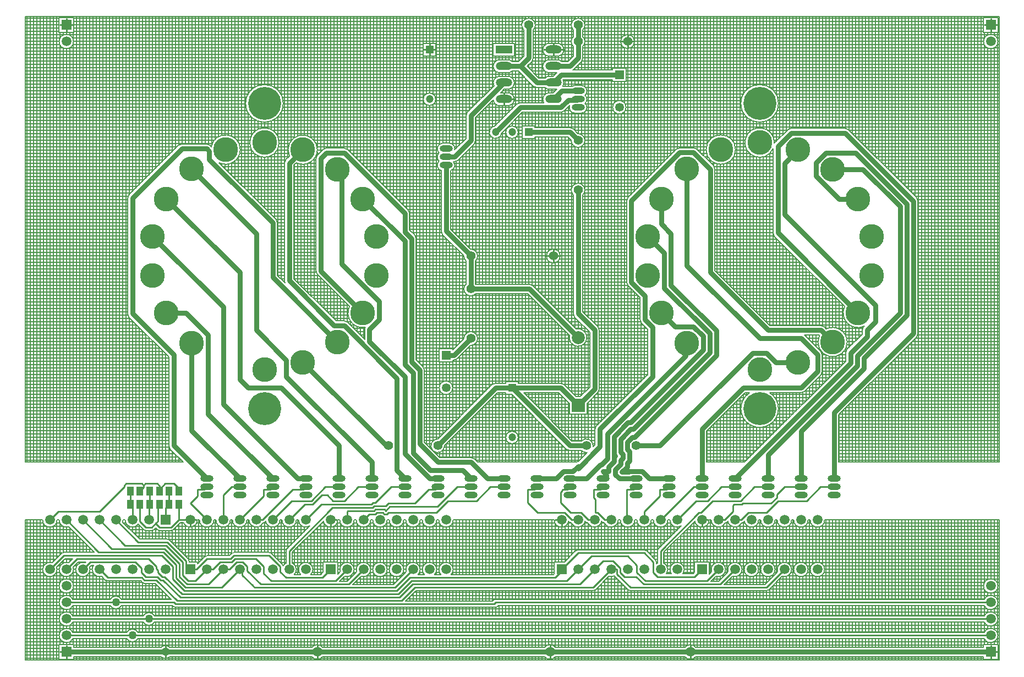
<source format=gtl>
G04 Layer_Physical_Order=1*
G04 Layer_Color=255*
%FSLAX25Y25*%
%MOIN*%
G70*
G01*
G75*
%ADD10C,0.00800*%
%ADD11R,0.04331X0.05512*%
%ADD12C,0.01000*%
%ADD13C,0.03000*%
%ADD14C,0.15000*%
%ADD15C,0.20000*%
%ADD16C,0.06000*%
%ADD17C,0.05905*%
%ADD18R,0.05905X0.05905*%
%ADD19C,0.05512*%
%ADD20C,0.05315*%
%ADD21R,0.05315X0.05315*%
%ADD22R,0.04724X0.04724*%
%ADD23C,0.04724*%
%ADD24R,0.04724X0.04724*%
%ADD25O,0.07874X0.03937*%
%ADD26O,0.07874X0.03937*%
%ADD27O,0.10000X0.05000*%
%ADD28R,0.10000X0.05000*%
%ADD29C,0.07874*%
%ADD30R,0.07874X0.07874*%
%ADD31C,0.05000*%
D10*
X794353Y430000D02*
G03*
X794353Y430000I-4353J0D01*
G01*
X661400Y392500D02*
G03*
X661400Y392500I-11400J0D01*
G01*
X703864Y376551D02*
G03*
X701814Y377400I-2051J-2051D01*
G01*
X703864Y376551D02*
G03*
X701814Y377400I-2051J-2051D01*
G01*
X669058D02*
G03*
X667007Y376551I0J-2900D01*
G01*
X669058Y377400D02*
G03*
X667007Y376551I0J-2900D01*
G01*
X658894Y368436D02*
G03*
X658900Y368750I-8895J314D01*
G01*
X745900Y333314D02*
G03*
X745051Y335364I-2900J0D01*
G01*
X745900Y333314D02*
G03*
X745051Y335364I-2900J0D01*
G01*
X658100Y314000D02*
G03*
X658949Y311949I2900J0D01*
G01*
X658100Y314000D02*
G03*
X658949Y311949I2900J0D01*
G01*
X658900Y368750D02*
G03*
X658100Y365062I-8900J0D01*
G01*
X611993Y364751D02*
G03*
X609942Y365600I-2051J-2051D01*
G01*
X635400Y364500D02*
G03*
X635400Y364500I-8900J0D01*
G01*
X611993Y364751D02*
G03*
X609942Y365600I-2051J-2051D01*
G01*
X622900Y352642D02*
G03*
X622051Y354693I-2900J0D01*
G01*
X622900Y352642D02*
G03*
X622051Y354693I-2900J0D01*
G01*
X574156Y430000D02*
G03*
X574156Y430000I-4156J0D01*
G01*
X542900Y437023D02*
G03*
X544156Y440000I-2900J2977D01*
G01*
X542900Y427023D02*
G03*
X544156Y430000I-2900J2977D01*
G01*
D02*
G03*
X542900Y432977I-4156J0D01*
G01*
X542051Y417949D02*
G03*
X542900Y420000I-2051J2051D01*
G01*
X542051Y417949D02*
G03*
X542900Y420000I-2051J2051D01*
G01*
X536820Y412743D02*
G03*
X537051Y412949I-1820J2258D01*
G01*
X544156Y440000D02*
G03*
X537100Y437023I-4156J0D01*
G01*
Y432977D02*
G03*
X537100Y427023I2900J-2977D01*
G01*
X527500Y421100D02*
G03*
X531400Y425000I0J3900D01*
G01*
D02*
G03*
X527500Y428900I-3900J0D01*
G01*
X512900Y437023D02*
G03*
X514156Y440000I-2900J2977D01*
G01*
X536820Y412743D02*
G03*
X537051Y412949I-1820J2258D01*
G01*
X530108Y417900D02*
G03*
X527500Y418900I-2608J-2900D01*
G01*
X522500Y428900D02*
G03*
X522500Y421100I0J-3900D01*
G01*
X512051Y417949D02*
G03*
X512900Y420000I-2051J2051D01*
G01*
X522500Y418900D02*
G03*
X522500Y411100I0J-3900D01*
G01*
X545337Y400000D02*
G03*
X541968Y403369I-3368J0D01*
G01*
X545337Y395000D02*
G03*
X544226Y397500I-3368J0D01*
G01*
D02*
G03*
X545337Y400000I-2258J2500D01*
G01*
X569058Y390158D02*
G03*
X569058Y390158I-4058J0D01*
G01*
X601658Y365600D02*
G03*
X599607Y364751I0J-2900D01*
G01*
X601658Y365600D02*
G03*
X599607Y364751I0J-2900D01*
G01*
X544226Y392500D02*
G03*
X545337Y395000I-2258J2500D01*
G01*
X541968Y386631D02*
G03*
X545337Y390000I0J3368D01*
G01*
D02*
G03*
X544226Y392500I-3368J0D01*
G01*
X538031Y403369D02*
G03*
X536318Y402900I0J-3368D01*
G01*
X544156Y370000D02*
G03*
X539946Y374155I-4156J0D01*
G01*
X570249Y335393D02*
G03*
X569400Y333342I2051J-2051D01*
G01*
X570249Y335393D02*
G03*
X569400Y333342I2051J-2051D01*
G01*
X542900Y337023D02*
G03*
X544156Y340000I-2900J2977D01*
G01*
X531400Y405000D02*
G03*
X530939Y406838I-3900J0D01*
G01*
X530786Y402900D02*
G03*
X531400Y405000I-3286J2100D01*
G01*
X534891Y391219D02*
G03*
X538031Y386631I3140J-1219D01*
G01*
X529571Y387100D02*
G03*
X531622Y387949I0J2900D01*
G01*
X529571Y387100D02*
G03*
X531622Y387949I0J2900D01*
G01*
X522500Y408900D02*
G03*
X519892Y407900I0J-3900D01*
G01*
Y402100D02*
G03*
X522500Y401100I2608J2900D01*
G01*
X512949Y402949D02*
G03*
X515000Y402100I2051J2051D01*
G01*
X512949Y402949D02*
G03*
X515000Y402100I2051J2051D01*
G01*
X522500Y398900D02*
G03*
X519214Y392900I0J-3900D01*
G01*
X537051Y377051D02*
G03*
X535000Y377900I-2051J-2051D01*
G01*
X537051Y377051D02*
G03*
X535000Y377900I-2051J-2051D01*
G01*
X544156Y340000D02*
G03*
X537100Y337023I-4156J0D01*
G01*
X535844Y370054D02*
G03*
X544156Y370000I4156J-54D01*
G01*
X529156Y300000D02*
G03*
X529156Y300000I-4156J0D01*
G01*
X712949Y257051D02*
G03*
X712100Y255000I2051J-2051D01*
G01*
X712949Y257051D02*
G03*
X712100Y255000I2051J-2051D01*
G01*
X745051Y250949D02*
G03*
X745900Y253000I-2051J2051D01*
G01*
X745051Y250949D02*
G03*
X745900Y253000I-2051J2051D01*
G01*
X701500Y269399D02*
G03*
X713398Y257499I8000J-3899D01*
G01*
X689051Y257051D02*
G03*
X687000Y257900I-2051J-2051D01*
G01*
X703100Y247800D02*
G03*
X690301Y255800I-8900J0D01*
G01*
X689051Y257051D02*
G03*
X687000Y257900I-2051J-2051D01*
G01*
X686200Y251699D02*
G03*
X703100Y247800I8000J-3899D01*
G01*
X702949Y243364D02*
G03*
X702100Y241314I2051J-2051D01*
G01*
X702949Y243364D02*
G03*
X702100Y241314I2051J-2051D01*
G01*
X687900Y240000D02*
G03*
X687051Y242051I-2900J0D01*
G01*
X687900Y240000D02*
G03*
X687051Y242051I-2900J0D01*
G01*
Y227949D02*
G03*
X687900Y230000I-2051J2051D01*
G01*
X687051Y227949D02*
G03*
X687900Y230000I-2051J2051D01*
G01*
X675000Y217100D02*
G03*
X677051Y217949I0J2900D01*
G01*
X675000Y217100D02*
G03*
X677051Y217949I0J2900D01*
G01*
X661400Y207500D02*
G03*
X656148Y217100I-11400J0D01*
G01*
X643852D02*
G03*
X661400Y207500I6148J-9600D01*
G01*
X569400Y284158D02*
G03*
X570249Y282107I2900J0D01*
G01*
X569400Y284158D02*
G03*
X570249Y282107I2900J0D01*
G01*
X577600Y261358D02*
G03*
X578449Y259307I2900J0D01*
G01*
X577600Y261358D02*
G03*
X578449Y259307I2900J0D01*
G01*
X552900Y255000D02*
G03*
X552051Y257051I-2900J0D01*
G01*
X552900Y255000D02*
G03*
X552051Y257051I-2900J0D01*
G01*
X537100Y265000D02*
G03*
X537949Y262949I2900J0D01*
G01*
X545337Y250590D02*
G03*
X538882Y255809I-5337J0D01*
G01*
X534781Y251708D02*
G03*
X545337Y250590I5219J-1118D01*
G01*
X537100Y265000D02*
G03*
X537949Y262949I2900J0D01*
G01*
X552051Y217359D02*
G03*
X552900Y219409I-2051J2051D01*
G01*
X552051Y217359D02*
G03*
X552900Y219409I-2051J2051D01*
G01*
X551074Y197051D02*
G03*
X550225Y195000I2051J-2051D01*
G01*
X551074Y197051D02*
G03*
X550225Y195000I2051J-2051D01*
G01*
X549122Y184474D02*
G03*
X549156Y185000I-4122J526D01*
G01*
X531460Y222051D02*
G03*
X529410Y222900I-2051J-2051D01*
G01*
X531460Y222051D02*
G03*
X529410Y222900I-2051J-2051D01*
G01*
X549156Y185000D02*
G03*
X542023Y187900I-4156J0D01*
G01*
Y182100D02*
G03*
X545526Y180877I2977J2900D01*
G01*
X540172Y175523D02*
G03*
X538332Y175000I-172J-2895D01*
G01*
X540172Y175523D02*
G03*
X538332Y175000I-172J-2895D01*
G01*
X532949Y182949D02*
G03*
X535000Y182100I2051J2051D01*
G01*
X532949Y182949D02*
G03*
X535000Y182100I2051J2051D01*
G01*
X514156Y440000D02*
G03*
X507100Y437023I-4156J0D01*
G01*
X512051Y417949D02*
G03*
X512900Y420000I-2051J2051D01*
G01*
X500108Y417900D02*
G03*
X497500Y418900I-2608J-2900D01*
G01*
X501400Y405000D02*
G03*
X497500Y408900I-3900J0D01*
G01*
Y401100D02*
G03*
X501400Y405000I0J3900D01*
G01*
X497500Y411100D02*
G03*
X500108Y412100I0J3900D01*
G01*
X501400Y395000D02*
G03*
X497500Y398900I-3900J0D01*
G01*
X492500Y418900D02*
G03*
X492500Y411100I0J-3900D01*
G01*
Y408900D02*
G03*
X489060Y403162I0J-3900D01*
G01*
X453762Y395000D02*
G03*
X453762Y395000I-3762J0D01*
G01*
X505000Y392900D02*
G03*
X502949Y392051I0J-2900D01*
G01*
X505000Y392900D02*
G03*
X502949Y392051I0J-2900D01*
G01*
X497500Y391100D02*
G03*
X501400Y395000I0J3900D01*
G01*
X488629Y394528D02*
G03*
X492500Y391100I3871J472D01*
G01*
X472949Y387051D02*
G03*
X472100Y385000I2051J-2051D01*
G01*
X472949Y387051D02*
G03*
X472100Y385000I2051J-2051D01*
G01*
X503762Y375000D02*
G03*
X503762Y375000I-3762J0D01*
G01*
X489644Y378745D02*
G03*
X493745Y374644I356J-3745D01*
G01*
X477051Y367949D02*
G03*
X477900Y370000I-2051J2051D01*
G01*
X477051Y367949D02*
G03*
X477900Y370000I-2051J2051D01*
G01*
X465337Y365000D02*
G03*
X461969Y368369I-3368J0D01*
G01*
X465280Y364381D02*
G03*
X465337Y365000I-3311J619D01*
G01*
X458032Y368369D02*
G03*
X455774Y362500I0J-3368D01*
G01*
D02*
G03*
X455774Y357500I2258J-2500D01*
G01*
X465000Y357100D02*
G03*
X467051Y357949I0J2900D01*
G01*
X465000Y357100D02*
G03*
X467051Y357949I0J2900D01*
G01*
X465337Y355000D02*
G03*
X464602Y357100I-3368J0D01*
G01*
X462900Y351763D02*
G03*
X465337Y355000I-931J3237D01*
G01*
X455774Y357500D02*
G03*
X457100Y351763I2258J-2500D01*
G01*
X361400Y392500D02*
G03*
X361400Y392500I-11400J0D01*
G01*
X234353Y430000D02*
G03*
X234353Y430000I-4353J0D01*
G01*
X400393Y364551D02*
G03*
X398342Y365400I-2051J-2051D01*
G01*
X400393Y364551D02*
G03*
X398342Y365400I-2051J-2051D01*
G01*
X387500D02*
G03*
X385449Y364551I0J-2900D01*
G01*
X387500Y365400D02*
G03*
X385449Y364551I0J-2900D01*
G01*
X369301Y356500D02*
G03*
X382100Y364500I3899J8000D01*
G01*
D02*
G03*
X365200Y360601I-8900J0D01*
G01*
X382149Y361251D02*
G03*
X381300Y359200I2051J-2051D01*
G01*
X382149Y361251D02*
G03*
X381300Y359200I2051J-2051D01*
G01*
X362949Y358351D02*
G03*
X362100Y356300I2051J-2051D01*
G01*
X362949Y358351D02*
G03*
X362100Y356300I2051J-2051D01*
G01*
X437900Y325842D02*
G03*
X437051Y327893I-2900J0D01*
G01*
X437900Y325842D02*
G03*
X437051Y327893I-2900J0D01*
G01*
X358900Y368750D02*
G03*
X358900Y368750I-8900J0D01*
G01*
X335400Y364500D02*
G03*
X317787Y366314I-8900J0D01*
G01*
X322602Y356499D02*
G03*
X335400Y364500I3898J8001D01*
G01*
X317051Y367051D02*
G03*
X315000Y367900I-2051J-2051D01*
G01*
X317051Y367051D02*
G03*
X315000Y367900I-2051J-2051D01*
G01*
X300000D02*
G03*
X297949Y367051I0J-2900D01*
G01*
X300000Y367900D02*
G03*
X297949Y367051I0J-2900D01*
G01*
X267949Y337051D02*
G03*
X267100Y335000I2051J-2051D01*
G01*
X267949Y337051D02*
G03*
X267100Y335000I2051J-2051D01*
G01*
X477900Y297023D02*
G03*
X479156Y300000I-2900J2977D01*
G01*
D02*
G03*
X474946Y304155I-4156J0D01*
G01*
X512641Y282051D02*
G03*
X510591Y282900I-2051J-2051D01*
G01*
X512641Y282051D02*
G03*
X510591Y282900I-2051J-2051D01*
G01*
X474946Y245845D02*
G03*
X479156Y250000I54J4156D01*
G01*
X470844Y300054D02*
G03*
X472100Y297023I4156J-54D01*
G01*
X457100Y315000D02*
G03*
X457949Y312949I2900J0D01*
G01*
X457100Y315000D02*
G03*
X457949Y312949I2900J0D01*
G01*
X472100Y282977D02*
G03*
X477977Y277100I2900J-2977D01*
G01*
X479156Y250000D02*
G03*
X470844Y249946I-4156J0D01*
G01*
X490000Y222900D02*
G03*
X487949Y222051I0J-2900D01*
G01*
X490000Y222900D02*
G03*
X487949Y222051I0J-2900D01*
G01*
X503762Y190000D02*
G03*
X503762Y190000I-3762J0D01*
G01*
X477051Y177051D02*
G03*
X475000Y177900I-2051J-2051D01*
G01*
X477051Y177051D02*
G03*
X475000Y177900I-2051J-2051D01*
G01*
X464843Y236943D02*
G03*
X466893Y237792I0J2900D01*
G01*
X464843Y236943D02*
G03*
X466893Y237792I0J2900D01*
G01*
X464057Y220158D02*
G03*
X464057Y220158I-4058J0D01*
G01*
X455054Y189155D02*
G03*
X459156Y185000I-54J-4156D01*
G01*
X441900Y310657D02*
G03*
X441051Y312707I-2900J0D01*
G01*
X441900Y310657D02*
G03*
X441051Y312707I-2900J0D01*
G01*
X381300Y290800D02*
G03*
X382149Y288749I2900J0D01*
G01*
X381300Y290800D02*
G03*
X382149Y288749I2900J0D01*
G01*
X362100Y285000D02*
G03*
X362414Y283687I2900J0D01*
G01*
X362100Y285000D02*
G03*
X362414Y283687I2900J0D01*
G01*
X357900Y320000D02*
G03*
X357051Y322051I-2900J0D01*
G01*
X357900Y320000D02*
G03*
X357051Y322051I-2900J0D01*
G01*
X401500Y269399D02*
G03*
X411016Y256730I8000J-3899D01*
G01*
X411016Y256730D02*
G03*
X410742Y255500I2626J-1230D01*
G01*
X411016Y256730D02*
G03*
X410742Y255500I2626J-1230D01*
G01*
X400393Y259851D02*
G03*
X398342Y260700I-2051J-2051D01*
G01*
X400393Y259851D02*
G03*
X398342Y260700I-2051J-2051D01*
G01*
X446900Y230885D02*
G03*
X446051Y232935I-2900J0D01*
G01*
X446900Y230885D02*
G03*
X446051Y232935I-2900J0D01*
G01*
X292100Y185000D02*
G03*
X292949Y182949I2900J0D01*
G01*
X292100Y185000D02*
G03*
X292949Y182949I2900J0D01*
G01*
X267100Y265000D02*
G03*
X267949Y262949I2900J0D01*
G01*
X267100Y265000D02*
G03*
X267949Y262949I2900J0D01*
G01*
X266594Y68100D02*
G03*
X273406Y68100I3406J1900D01*
G01*
X287392Y57100D02*
G03*
X292608Y57100I2608J2900D01*
G01*
Y62900D02*
G03*
X287392Y62900I-2608J-2900D01*
G01*
X233916Y71900D02*
G03*
X233916Y68100I-3916J-1900D01*
G01*
X273406Y71900D02*
G03*
X266594Y71900I-3406J-1900D01*
G01*
X233916Y81900D02*
G03*
X233916Y78100I-3916J-1900D01*
G01*
X276594D02*
G03*
X283406Y78100I3406J1900D01*
G01*
X378691Y57100D02*
G03*
X385309Y57100I3309J2900D01*
G01*
Y62900D02*
G03*
X378691Y62900I-3309J-2900D01*
G01*
X233916Y91900D02*
G03*
X233916Y88100I-3916J-1900D01*
G01*
X234353Y100000D02*
G03*
X234353Y100000I-4353J0D01*
G01*
X224353Y110000D02*
G03*
X224113Y111426I-4353J0D01*
G01*
X221426Y114113D02*
G03*
X224353Y110000I-1426J-4113D01*
G01*
X234353D02*
G03*
X234113Y111426I-4353J0D01*
G01*
X231426Y114113D02*
G03*
X234353Y110000I-1426J-4113D01*
G01*
X241426Y114113D02*
G03*
X244353Y110000I-1426J-4113D01*
G01*
X256594Y88100D02*
G03*
X263406Y88100I3406J1900D01*
G01*
Y91900D02*
G03*
X256594Y91900I-3406J-1900D01*
G01*
X283406Y81900D02*
G03*
X276594Y81900I-3406J-1900D01*
G01*
X294828Y87656D02*
G03*
X296172Y87100I1343J1343D01*
G01*
X294825Y87659D02*
G03*
X296172Y87100I1346J1341D01*
G01*
X253654Y103659D02*
G03*
X255000Y103100I1346J1341D01*
G01*
X253657Y103656D02*
G03*
X255000Y103100I1343J1343D01*
G01*
X244353Y110000D02*
G03*
X244113Y111426I-4353J0D01*
G01*
X246474Y112553D02*
G03*
X251426Y105887I3526J-2553D01*
G01*
X275981Y102207D02*
G03*
X277327Y101647I1346J1341D01*
G01*
X275984Y102204D02*
G03*
X277327Y101647I1343J1343D01*
G01*
X304353Y115158D02*
G03*
X303794Y116504I-1900J0D01*
G01*
X304353Y115158D02*
G03*
X303796Y116502I-1900J0D01*
G01*
X315156Y118353D02*
G03*
X313809Y117794I0J-1900D01*
G01*
X315156Y118353D02*
G03*
X313812Y117796I0J-1900D01*
G01*
X228453Y120353D02*
G03*
X227106Y119793I0J-1900D01*
G01*
X228453Y120353D02*
G03*
X227109Y119796I0J-1900D01*
G01*
X292504Y127794D02*
G03*
X291158Y128353I-1346J-1341D01*
G01*
X292502Y127796D02*
G03*
X291158Y128353I-1343J-1343D01*
G01*
X215647Y140000D02*
G03*
X224353Y140000I4353J0D01*
G01*
X225647D02*
G03*
X231426Y135887I4353J0D01*
G01*
X264113Y138574D02*
G03*
X264353Y140000I-4113J1426D01*
G01*
X276809Y134206D02*
G03*
X278156Y133647I1346J1341D01*
G01*
X276812Y134204D02*
G03*
X278156Y133647I1343J1343D01*
G01*
X281844D02*
G03*
X283188Y134204I0J1900D01*
G01*
X285082D02*
G03*
X286426Y133647I1343J1343D01*
G01*
X265647Y140000D02*
G03*
X273544Y137472I4353J0D01*
G01*
X281844Y133647D02*
G03*
X283191Y134206I0J1900D01*
G01*
X285080D02*
G03*
X286426Y133647I1346J1341D01*
G01*
X331499Y120353D02*
G03*
X330155Y119796I0J-1900D01*
G01*
X331499Y120353D02*
G03*
X330153Y119793I0J-1900D01*
G01*
X354188Y119796D02*
G03*
X352844Y120353I-1343J-1343D01*
G01*
X354191Y119793D02*
G03*
X352844Y120353I-1346J-1341D01*
G01*
X293574Y133647D02*
G03*
X294918Y134204I0J1900D01*
G01*
X293574Y133647D02*
G03*
X294920Y134206I0J1900D01*
G01*
X300981Y138328D02*
G03*
X309353Y140000I4019J1672D01*
G01*
X310647D02*
G03*
X319353Y140000I4353J0D01*
G01*
X320647D02*
G03*
X329353Y140000I4353J0D01*
G01*
X330647D02*
G03*
X339353Y140000I4353J0D01*
G01*
X340647D02*
G03*
X348922Y138113I4353J0D01*
G01*
D02*
G03*
X350046Y138656I-219J1887D01*
G01*
X348922Y138113D02*
G03*
X350049Y138659I-219J1887D01*
G01*
X398574Y105887D02*
G03*
X404353Y110000I1426J4113D01*
G01*
X408574Y105887D02*
G03*
X414353Y110000I1426J4113D01*
G01*
X368056Y106900D02*
G03*
X369353Y110000I-3056J3100D01*
G01*
X378056Y106900D02*
G03*
X379353Y110000I-3056J3100D01*
G01*
X361299Y112292D02*
G03*
X360796Y113188I-1847J-447D01*
G01*
X363100Y113916D02*
G03*
X361299Y112292I1900J-3916D01*
G01*
D02*
G03*
X360793Y113191I-1847J-447D01*
G01*
X369353Y110000D02*
G03*
X366900Y113916I-4353J0D01*
G01*
X404353Y110000D02*
G03*
X395887Y108574I-4353J0D01*
G01*
X414353Y110000D02*
G03*
X405887Y108574I-4353J0D01*
G01*
X434353Y110000D02*
G03*
X434353Y110000I-4353J0D01*
G01*
X443056Y106900D02*
G03*
X444353Y110000I-3056J3100D01*
G01*
X453056Y106900D02*
G03*
X454353Y110000I-3056J3100D01*
G01*
X464353D02*
G03*
X456944Y106900I-4353J0D01*
G01*
X463056D02*
G03*
X464353Y110000I-3056J3100D01*
G01*
X363656Y122641D02*
G03*
X363100Y121297I1343J-1343D01*
G01*
X363659Y122643D02*
G03*
X363100Y121297I1341J-1346D01*
G01*
X379353Y110000D02*
G03*
X371944Y106900I-4353J0D01*
G01*
X350702Y139312D02*
G03*
X359353Y140000I4298J688D01*
G01*
X360647D02*
G03*
X369353Y140000I4353J0D01*
G01*
X370647D02*
G03*
X377356Y136340I4353J0D01*
G01*
X385702Y139312D02*
G03*
X394353Y140000I4298J688D01*
G01*
X395647D02*
G03*
X404353Y140000I4353J0D01*
G01*
X424353Y110000D02*
G03*
X424353Y110000I-4353J0D01*
G01*
X444353D02*
G03*
X435887Y108574I-4353J0D01*
G01*
X454353Y110000D02*
G03*
X446944Y106900I-4353J0D01*
G01*
X405647Y140000D02*
G03*
X414353Y140000I4353J0D01*
G01*
X415647D02*
G03*
X424353Y140000I4353J0D01*
G01*
X425647D02*
G03*
X434353Y140000I4353J0D01*
G01*
X435647D02*
G03*
X444353Y140000I4353J0D01*
G01*
X445647D02*
G03*
X454353Y140000I4353J0D01*
G01*
X455647D02*
G03*
X464353Y140000I4353J0D01*
G01*
X519691Y57100D02*
G03*
X526309Y57100I3309J2900D01*
G01*
Y62900D02*
G03*
X519691Y62900I-3309J-2900D01*
G01*
X611309D02*
G03*
X604691Y62900I-3309J-2900D01*
G01*
Y57100D02*
G03*
X611309Y57100I3309J2900D01*
G01*
X794353Y70000D02*
G03*
X786084Y71900I-4353J0D01*
G01*
Y68100D02*
G03*
X794353Y70000I3916J1900D01*
G01*
Y80000D02*
G03*
X786084Y81900I-4353J0D01*
G01*
Y78100D02*
G03*
X794353Y80000I3916J1900D01*
G01*
X490000Y87100D02*
G03*
X491673Y88100I0J1900D01*
G01*
X489828Y91900D02*
G03*
X488155Y90900I0J-1900D01*
G01*
X549000Y97100D02*
G03*
X550344Y97657I0J1900D01*
G01*
X549000Y97100D02*
G03*
X550346Y97659I0J1900D01*
G01*
X558574Y105887D02*
G03*
X562048Y106159I1426J4113D01*
G01*
X570528Y97659D02*
G03*
X571874Y97100I1346J1341D01*
G01*
X570531Y97657D02*
G03*
X571874Y97100I1343J1343D01*
G01*
X593526Y107447D02*
G03*
X594353Y110000I-3526J2553D01*
G01*
X588100Y113916D02*
G03*
X587447Y113526I1900J-3916D01*
G01*
X594353Y110000D02*
G03*
X591900Y113916I-4353J0D01*
G01*
X603526Y107447D02*
G03*
X604353Y110000I-3526J2553D01*
G01*
D02*
G03*
X596474Y107447I-4353J0D01*
G01*
X623574Y105887D02*
G03*
X629353Y110000I1426J4113D01*
G01*
D02*
G03*
X620887Y108574I-4353J0D01*
G01*
X540000Y121900D02*
G03*
X538654Y121341I0J-1900D01*
G01*
X540000Y121900D02*
G03*
X538657Y121344I0J-1900D01*
G01*
X534954Y138656D02*
G03*
X536078Y138113I1343J1343D01*
G01*
X525647Y140000D02*
G03*
X534298Y139312I4353J0D01*
G01*
X534951Y138659D02*
G03*
X536078Y138113I1346J1341D01*
G01*
D02*
G03*
X544298Y139312I3922J1887D01*
G01*
X544954Y138656D02*
G03*
X546078Y138113I1343J1343D01*
G01*
X544951Y138659D02*
G03*
X546078Y138113I1346J1341D01*
G01*
D02*
G03*
X554298Y139312I3922J1887D01*
G01*
X556078Y138113D02*
G03*
X564353Y140000I3922J1887D01*
G01*
X554954Y138656D02*
G03*
X556078Y138113I1343J1343D01*
G01*
X554951Y138659D02*
G03*
X556078Y138113I1346J1341D01*
G01*
X565647Y140000D02*
G03*
X574353Y140000I4353J0D01*
G01*
X587447Y114453D02*
G03*
X586888Y115799I-1900J0D01*
G01*
X587447Y114453D02*
G03*
X586891Y115796I-1900J0D01*
G01*
X588657Y122641D02*
G03*
X588100Y121297I1343J-1343D01*
G01*
X581344Y121344D02*
G03*
X580000Y121900I-1343J-1343D01*
G01*
X581346Y121341D02*
G03*
X580000Y121900I-1346J-1341D01*
G01*
X588659Y122643D02*
G03*
X588100Y121297I1341J-1346D01*
G01*
X575647Y140000D02*
G03*
X584353Y140000I4353J0D01*
G01*
X585647D02*
G03*
X594353Y140000I4353J0D01*
G01*
X595647D02*
G03*
X602355Y136340I4353J0D01*
G01*
X610702Y139312D02*
G03*
X619353Y140000I4298J688D01*
G01*
X620647D02*
G03*
X628922Y138113I4353J0D01*
G01*
D02*
G03*
X630046Y138656I-219J1887D01*
G01*
X628922Y138113D02*
G03*
X630049Y138659I-219J1887D01*
G01*
X633574Y105887D02*
G03*
X639353Y110000I1426J4113D01*
G01*
X654000Y97100D02*
G03*
X655346Y97659I0J1900D01*
G01*
X654000Y97100D02*
G03*
X655343Y97657I0J1900D01*
G01*
X786084Y88100D02*
G03*
X794353Y90000I3916J1900D01*
G01*
Y100000D02*
G03*
X794353Y100000I-4353J0D01*
G01*
Y90000D02*
G03*
X786084Y91900I-4353J0D01*
G01*
X649353Y110000D02*
G03*
X649353Y110000I-4353J0D01*
G01*
X639353D02*
G03*
X630887Y108574I-4353J0D01*
G01*
X659353Y110000D02*
G03*
X659353Y110000I-4353J0D01*
G01*
X663574Y105887D02*
G03*
X669353Y110000I1426J4113D01*
G01*
X679353D02*
G03*
X679353Y110000I-4353J0D01*
G01*
X669353D02*
G03*
X660887Y108574I-4353J0D01*
G01*
X630702Y139312D02*
G03*
X638922Y138113I4298J688D01*
G01*
D02*
G03*
X640046Y138656I-219J1887D01*
G01*
X638922Y138113D02*
G03*
X640049Y138659I-219J1887D01*
G01*
X640702Y139312D02*
G03*
X649353Y140000I4298J688D01*
G01*
X650647D02*
G03*
X659353Y140000I4353J0D01*
G01*
X660647D02*
G03*
X669353Y140000I4353J0D01*
G01*
X670647D02*
G03*
X679353Y140000I4353J0D01*
G01*
X689353Y110000D02*
G03*
X689353Y110000I-4353J0D01*
G01*
X680647Y140000D02*
G03*
X689353Y140000I4353J0D01*
G01*
X794353Y442000D02*
X795000D01*
X794353Y440000D02*
X795000D01*
X794353Y444000D02*
X795000D01*
X794353Y438000D02*
X795000D01*
X794353Y435647D02*
Y444353D01*
X794000D02*
Y445000D01*
X792000Y444353D02*
Y445000D01*
X785647Y444353D02*
X794353D01*
Y436000D02*
X795000D01*
X793866Y432000D02*
X795000D01*
X794000Y431716D02*
Y435647D01*
X793866Y428000D02*
X795000D01*
X794353Y430000D02*
X795000D01*
X791716Y434000D02*
X795000D01*
X785647Y435647D02*
X794353D01*
X791716Y426000D02*
X795000D01*
X788000Y444353D02*
Y445000D01*
X790000Y444353D02*
Y445000D01*
X786000Y444353D02*
Y445000D01*
X692000Y377400D02*
Y445000D01*
X690000Y377400D02*
Y445000D01*
X684000Y377400D02*
Y445000D01*
X682000Y377400D02*
Y445000D01*
X688000Y377400D02*
Y445000D01*
X686000Y377400D02*
Y445000D01*
X792000Y433866D02*
Y435647D01*
X790000Y434353D02*
Y435647D01*
X785647D02*
Y444353D01*
X788000Y433866D02*
Y435647D01*
X786000Y431716D02*
Y435647D01*
X722000Y358415D02*
Y445000D01*
X724000Y356415D02*
Y445000D01*
X720000Y360415D02*
Y445000D01*
X728000Y352415D02*
Y445000D01*
X726000Y354415D02*
Y445000D01*
X714000Y366415D02*
Y445000D01*
X712000Y368415D02*
Y445000D01*
X718000Y362415D02*
Y445000D01*
X716000Y364415D02*
Y445000D01*
X740000Y340415D02*
Y445000D01*
X738000Y342415D02*
Y445000D01*
X744000Y336415D02*
Y445000D01*
X742000Y338415D02*
Y445000D01*
X732000Y348415D02*
Y445000D01*
X730000Y350415D02*
Y445000D01*
X736000Y344415D02*
Y445000D01*
X734000Y346415D02*
Y445000D01*
X676000Y377400D02*
Y445000D01*
X678000Y377400D02*
Y445000D01*
X674000Y377400D02*
Y445000D01*
X694000Y377400D02*
Y445000D01*
X680000Y377400D02*
Y445000D01*
X672000Y377400D02*
Y445000D01*
X670000Y377400D02*
Y445000D01*
X668000Y377200D02*
Y445000D01*
X666000Y375543D02*
Y445000D01*
X706000Y374415D02*
Y445000D01*
X704000Y376415D02*
Y445000D01*
X710000Y370415D02*
Y445000D01*
X708000Y372415D02*
Y445000D01*
X698000Y377400D02*
Y445000D01*
X696000Y377400D02*
Y445000D01*
X702000Y377394D02*
Y445000D01*
X700000Y377400D02*
Y445000D01*
X571128Y434000D02*
X788283D01*
X573643Y432000D02*
X786134D01*
X573643Y428000D02*
X786134D01*
X542900Y424000D02*
X795000D01*
X571128Y426000D02*
X788283D01*
X542900Y420000D02*
X795000D01*
X542900Y422000D02*
X795000D01*
X540101Y416000D02*
X795000D01*
X542100Y418000D02*
X795000D01*
X569058Y410000D02*
X795000D01*
X569058Y412000D02*
X795000D01*
X658586Y400000D02*
X795000D01*
X656302Y402000D02*
X795000D01*
X569058Y408000D02*
X795000D01*
X538101Y414000D02*
X795000D01*
X531270Y404000D02*
X795000D01*
X569058Y406000D02*
X795000D01*
X652000Y403723D02*
Y445000D01*
X654000Y403175D02*
Y445000D01*
X650000Y403900D02*
Y445000D01*
X658000Y400622D02*
Y445000D01*
X656000Y402193D02*
Y445000D01*
X648000Y403723D02*
Y445000D01*
X646000Y403175D02*
Y445000D01*
X644000Y402193D02*
Y445000D01*
X642000Y400622D02*
Y445000D01*
X574156Y430000D02*
X785647D01*
X544156Y440000D02*
X785647D01*
X544679Y402000D02*
X643698D01*
X545337Y400000D02*
X641414D01*
X543643Y442000D02*
X785647D01*
X541128Y444000D02*
X785647D01*
X542900Y436000D02*
X785647D01*
X543643Y438000D02*
X785647D01*
X659985Y398000D02*
X795000D01*
X660849Y396000D02*
X795000D01*
X660000Y397974D02*
Y445000D01*
X664000Y373543D02*
Y445000D01*
X662000Y371543D02*
Y445000D01*
X544679Y398000D02*
X640015D01*
X640000Y397974D02*
Y445000D01*
X545185Y396000D02*
X639151D01*
X661389Y392000D02*
X795000D01*
X661301Y394000D02*
X795000D01*
X660474Y388000D02*
X795000D01*
X661123Y390000D02*
X795000D01*
X568436Y388000D02*
X639526D01*
X569054Y390000D02*
X638877D01*
X659365Y386000D02*
X795000D01*
X660000Y369543D02*
Y387026D01*
X628000Y373273D02*
Y445000D01*
X630000Y372683D02*
Y445000D01*
X626000Y373386D02*
Y445000D01*
X634000Y369292D02*
Y445000D01*
X632000Y371497D02*
Y445000D01*
X624000Y373042D02*
Y445000D01*
X622000Y372179D02*
Y445000D01*
X620000Y370580D02*
Y445000D01*
X610000Y365599D02*
Y445000D01*
X618000Y367138D02*
Y445000D01*
X612000Y364743D02*
Y445000D01*
X616000Y360743D02*
Y445000D01*
X614000Y362743D02*
Y445000D01*
X566303Y394000D02*
X638699D01*
X568615Y392000D02*
X638611D01*
X608000Y365600D02*
Y445000D01*
X606000Y365600D02*
Y445000D01*
X708415Y372000D02*
X795000D01*
X710415Y370000D02*
X795000D01*
X706415Y374000D02*
X795000D01*
X714415Y366000D02*
X795000D01*
X712415Y368000D02*
X795000D01*
X654440Y382000D02*
X795000D01*
X657597Y384000D02*
X795000D01*
X704415Y376000D02*
X795000D01*
X726415Y354000D02*
X795000D01*
X724415Y356000D02*
X795000D01*
X730415Y350000D02*
X795000D01*
X728415Y352000D02*
X795000D01*
X718415Y362000D02*
X795000D01*
X716415Y364000D02*
X795000D01*
X722415Y358000D02*
X795000D01*
X720415Y360000D02*
X795000D01*
X669058Y377400D02*
X701814D01*
X658949Y368493D02*
X667007Y376551D01*
X654000Y376700D02*
Y381825D01*
X652000Y377422D02*
Y381277D01*
X658000Y372650D02*
Y384378D01*
X656000Y375323D02*
Y382807D01*
X658285Y372000D02*
X662457D01*
X658812Y370000D02*
X660457D01*
X657526Y364000D02*
X658100D01*
X655162Y376000D02*
X666457D01*
X657187Y374000D02*
X664457D01*
X651627Y360000D02*
X658100D01*
X655801Y362000D02*
X658100D01*
X742415Y338000D02*
X795000D01*
X744415Y336000D02*
X795000D01*
X740415Y340000D02*
X795000D01*
X745900Y332000D02*
X795000D01*
X745818Y334000D02*
X795000D01*
X734415Y346000D02*
X795000D01*
X732415Y348000D02*
X795000D01*
X738415Y342000D02*
X795000D01*
X736415Y344000D02*
X795000D01*
X745900Y320000D02*
X795000D01*
X745900Y322000D02*
X795000D01*
X745900Y304000D02*
X795000D01*
X745900Y318000D02*
X795000D01*
X745900Y328000D02*
X795000D01*
X745900Y330000D02*
X795000D01*
X745900Y324000D02*
X795000D01*
X745900Y326000D02*
X795000D01*
X745900Y316000D02*
X795000D01*
X745900Y312000D02*
X795000D01*
X745900Y314000D02*
X795000D01*
X703864Y376551D02*
X745051Y335364D01*
X658100Y314000D02*
Y365062D01*
X745900Y298000D02*
X795000D01*
X745900Y300000D02*
X795000D01*
X745900Y294000D02*
X795000D01*
X745900Y296000D02*
X795000D01*
X745900Y308000D02*
X795000D01*
X745900Y310000D02*
X795000D01*
X745900Y302000D02*
X795000D01*
X745900Y306000D02*
X795000D01*
X648000Y377422D02*
Y381277D01*
X650000Y377650D02*
Y381100D01*
X646000Y376700D02*
Y381825D01*
X644000Y375323D02*
Y382807D01*
X642000Y372650D02*
Y384378D01*
X513762Y378000D02*
X795000D01*
X538101Y376000D02*
X644838D01*
X541128Y374000D02*
X642813D01*
X635386Y364000D02*
X642474D01*
X635273Y366000D02*
X641536D01*
X634178Y360000D02*
X648373D01*
X635042Y362000D02*
X644199D01*
X631292Y372000D02*
X641715D01*
X633497Y370000D02*
X641188D01*
X629138Y356000D02*
X658100D01*
X632580Y358000D02*
X658100D01*
X634683Y368000D02*
X641132D01*
X601658Y365600D02*
X609942D01*
X543643Y372000D02*
X621708D01*
X544156Y370000D02*
X619503D01*
X543643Y368000D02*
X618317D01*
X541128Y366000D02*
X617727D01*
X618743Y358000D02*
X620421D01*
X620000Y356743D02*
Y358420D01*
X620743Y356000D02*
X623862D01*
X622000Y354743D02*
Y356821D01*
X614743Y362000D02*
X617958D01*
X612743Y364000D02*
X617614D01*
X616743Y360000D02*
X618821D01*
X618000Y358743D02*
Y361862D01*
X622900Y338000D02*
X658100D01*
X622900Y336000D02*
X658100D01*
X622900Y340000D02*
X658100D01*
X622900Y310000D02*
X660899D01*
X622900Y312000D02*
X658900D01*
X622900Y352000D02*
X658100D01*
X622563Y354000D02*
X658100D01*
X622900Y342000D02*
X658100D01*
X622900Y344000D02*
X658100D01*
X622900Y298000D02*
X672899D01*
X622900Y300000D02*
X670899D01*
X622900Y294000D02*
X676899D01*
X622900Y296000D02*
X674899D01*
X622900Y306000D02*
X664899D01*
X622900Y308000D02*
X662899D01*
X622900Y302000D02*
X668899D01*
X622900Y304000D02*
X666899D01*
X622900Y346000D02*
X658100D01*
X622900Y334000D02*
X658100D01*
X622900Y348000D02*
X658100D01*
X622900Y330000D02*
X658100D01*
X622900Y332000D02*
X658100D01*
X611993Y364751D02*
X622051Y354693D01*
X622900Y350000D02*
X658100D01*
X622900Y318000D02*
X658100D01*
X622900Y320000D02*
X658100D01*
X622900Y314000D02*
X658100D01*
X622900Y316000D02*
X658100D01*
X622900Y326000D02*
X658100D01*
X622900Y328000D02*
X658100D01*
X622900Y322000D02*
X658100D01*
X622900Y324000D02*
X658100D01*
X570000Y434156D02*
Y445000D01*
X572000Y433643D02*
Y445000D01*
X568000Y433643D02*
Y445000D01*
X574000Y431128D02*
Y445000D01*
X542900Y434000D02*
X568872D01*
X543643Y432000D02*
X566357D01*
X566000Y431128D02*
Y445000D01*
X568000Y413900D02*
Y426357D01*
X566000Y413900D02*
Y428872D01*
X543643Y428000D02*
X566357D01*
X544156Y430000D02*
X565844D01*
X560943Y413900D02*
X569058D01*
X542900Y426000D02*
X568872D01*
X544000Y441128D02*
Y445000D01*
Y431128D02*
Y438872D01*
X542900Y432977D02*
Y437023D01*
X564000Y413900D02*
Y445000D01*
X562000Y413900D02*
Y445000D01*
X542000Y443643D02*
Y445000D01*
X540000Y444156D02*
Y445000D01*
X538000Y443643D02*
Y445000D01*
X542900Y420000D02*
Y427023D01*
X537100Y421201D02*
Y427023D01*
Y432977D02*
Y437023D01*
X537051Y412949D02*
X542051Y417949D01*
X602000Y365600D02*
Y445000D01*
X604000Y365600D02*
Y445000D01*
X600000Y365079D02*
Y445000D01*
X598000Y363143D02*
Y445000D01*
X596000Y361143D02*
Y445000D01*
X594000Y359143D02*
Y445000D01*
X592000Y357143D02*
Y445000D01*
X590000Y355143D02*
Y445000D01*
X588000Y353143D02*
Y445000D01*
X586000Y351143D02*
Y445000D01*
X584000Y349143D02*
Y445000D01*
X582000Y347143D02*
Y445000D01*
X580000Y345143D02*
Y445000D01*
X578000Y343143D02*
Y445000D01*
X576000Y341143D02*
Y445000D01*
X574000Y339143D02*
Y428872D01*
X572000Y337143D02*
Y426357D01*
X554000Y412743D02*
Y445000D01*
X556000Y412743D02*
Y445000D01*
X552000Y412743D02*
Y445000D01*
X560000Y412743D02*
Y445000D01*
X558000Y412743D02*
Y445000D01*
X546000Y412743D02*
Y445000D01*
X544000Y412743D02*
Y428872D01*
X550000Y412743D02*
Y445000D01*
X548000Y412743D02*
Y445000D01*
X560943Y412743D02*
Y413900D01*
X542000Y412743D02*
Y417899D01*
X570000Y335108D02*
Y425844D01*
X569058Y405785D02*
Y413900D01*
X536820Y412743D02*
X560943D01*
X540000D02*
Y415899D01*
X538000Y412743D02*
Y413899D01*
X536000Y441128D02*
Y445000D01*
X514156Y440000D02*
X535844D01*
X536000Y431128D02*
Y438872D01*
X513643Y438000D02*
X536357D01*
X513643Y442000D02*
X536357D01*
X512900Y434000D02*
X537100D01*
X512900Y436000D02*
X537100D01*
X531270Y426000D02*
X537100D01*
X529992Y428000D02*
X536357D01*
X529992Y422000D02*
X537100D01*
X531270Y424000D02*
X537100D01*
X512900Y432000D02*
X536357D01*
X512900Y430000D02*
X535844D01*
X526000Y428900D02*
Y445000D01*
X522500Y428900D02*
X527500D01*
X524000D02*
Y445000D01*
X530000Y427993D02*
Y445000D01*
X528000Y428868D02*
Y445000D01*
X514000Y441128D02*
Y445000D01*
X522000Y428868D02*
Y445000D01*
X520000Y427993D02*
Y445000D01*
X512900Y428000D02*
X520008D01*
X512900Y426000D02*
X518730D01*
X512900Y422000D02*
X520008D01*
X512900Y424000D02*
X518730D01*
X534000Y418101D02*
Y445000D01*
X536000Y420101D02*
Y428872D01*
X530000Y417993D02*
Y422007D01*
X533799Y417900D02*
X537100Y421201D01*
X532000Y417900D02*
Y445000D01*
X512900Y420000D02*
X535899D01*
X522500Y421100D02*
X527500D01*
X528000Y418868D02*
Y421132D01*
X526000Y418900D02*
Y421100D01*
X529992Y418000D02*
X533899D01*
X530108Y417900D02*
X533799D01*
X522500Y418900D02*
X527500D01*
X522500Y411100D02*
X526999D01*
X524799Y408900D02*
X526999Y411100D01*
X526000Y410101D02*
Y411100D01*
X524000Y418900D02*
Y421100D01*
X522000Y418868D02*
Y421132D01*
X520000Y417993D02*
Y422007D01*
X518000Y407900D02*
Y445000D01*
X512900Y420000D02*
Y437023D01*
X516000Y408101D02*
Y445000D01*
X514000Y410101D02*
Y438872D01*
X522500Y408900D02*
X524799D01*
X524000D02*
Y411100D01*
X522000Y408868D02*
Y411132D01*
X520000Y407993D02*
Y412007D01*
X512101Y412000D02*
X520008D01*
X512100Y418000D02*
X520008D01*
X514101Y410000D02*
X525899D01*
X564000Y394090D02*
Y405785D01*
X566000Y394090D02*
Y405785D01*
X560943D02*
Y406943D01*
X568000Y392889D02*
Y405785D01*
X562000Y392889D02*
Y405785D01*
X560943D02*
X569058D01*
X545337Y390000D02*
X560946D01*
X545185Y394000D02*
X563697D01*
X544679Y392000D02*
X561385D01*
X541128Y344000D02*
X578857D01*
X544679Y388000D02*
X561564D01*
X544000Y402687D02*
Y406943D01*
X542000Y403368D02*
Y406943D01*
X538031Y403369D02*
X541968D01*
X540000D02*
Y406943D01*
X538000Y403368D02*
Y406943D01*
X542000Y373643D02*
Y386632D01*
X540000Y374156D02*
Y386631D01*
X544000Y371128D02*
Y387313D01*
X540000Y344156D02*
Y365844D01*
X538031Y386631D02*
X541968D01*
X538000Y376101D02*
Y386632D01*
X537051Y377051D02*
X539946Y374155D01*
X570249Y335393D02*
X599607Y364751D01*
X544156Y340000D02*
X574857D01*
X543643Y338000D02*
X572857D01*
X543643Y342000D02*
X576857D01*
X542900Y336000D02*
X570857D01*
X542900Y334000D02*
X569476D01*
X542900Y332000D02*
X569400D01*
X542900Y320000D02*
X569400D01*
X542900Y322000D02*
X569400D01*
X542900Y300000D02*
X569400D01*
X542900Y302000D02*
X569400D01*
X542900Y328000D02*
X569400D01*
X542900Y330000D02*
X569400D01*
X542900Y324000D02*
X569400D01*
X542900Y326000D02*
X569400D01*
X542900Y318000D02*
X569400D01*
X544000Y341128D02*
Y368872D01*
X542900Y312000D02*
X569400D01*
X542900Y314000D02*
X569400D01*
X542000Y343643D02*
Y366357D01*
X538000Y343643D02*
Y366357D01*
X542900Y316000D02*
X569400D01*
X536000Y341128D02*
Y368872D01*
X542900Y296000D02*
X569400D01*
X542900Y298000D02*
X569400D01*
X542900Y292000D02*
X569400D01*
X542900Y294000D02*
X569400D01*
X542900Y308000D02*
X569400D01*
X542900Y310000D02*
X569400D01*
X542900Y304000D02*
X569400D01*
X542900Y306000D02*
X569400D01*
X531044Y406943D02*
X560943D01*
X531270Y406000D02*
X560943D01*
X532000Y402900D02*
Y406943D01*
X536000Y402900D02*
Y406943D01*
X534000Y402900D02*
Y406943D01*
X530786Y402900D02*
X536318D01*
X522500Y401100D02*
X526999D01*
X531672Y388000D02*
X535321D01*
X533672Y390000D02*
X534663D01*
X531622Y387949D02*
X534891Y391219D01*
X524799Y398900D02*
X526999Y401100D01*
X513762Y377900D02*
X535000D01*
X516101Y408000D02*
X520008D01*
X516201Y407900D02*
X519892D01*
X516000Y392900D02*
Y402100D01*
X515000D02*
X519892D01*
X514000Y392900D02*
Y402278D01*
X526000Y400101D02*
Y401100D01*
X524000Y398900D02*
Y401100D01*
X522500Y398900D02*
X524799D01*
X522000Y398868D02*
Y401132D01*
X520000Y397993D02*
Y402007D01*
X518000Y392900D02*
Y402100D01*
X513762Y377900D02*
Y378762D01*
X536000Y377722D02*
Y387313D01*
X534000Y377900D02*
Y390328D01*
X533799Y372100D02*
X535844Y370054D01*
X532000Y377900D02*
Y388328D01*
X530000Y377900D02*
Y387132D01*
X513762Y372000D02*
X533899D01*
X513762Y372100D02*
X533799D01*
X528643Y298000D02*
X537100D01*
X529156Y300000D02*
X537100D01*
X528643Y302000D02*
X537100D01*
X526128Y304000D02*
X537100D01*
X526128Y296000D02*
X537100D01*
X526000Y377900D02*
Y387100D01*
X528000Y377900D02*
Y387100D01*
X522000Y377900D02*
Y387100D01*
X526000Y304034D02*
Y372100D01*
X524000Y377900D02*
Y387100D01*
X516000Y377900D02*
Y387100D01*
X514000Y377900D02*
Y387100D01*
X520000Y377900D02*
Y387100D01*
X518000Y377900D02*
Y387100D01*
X528000Y302876D02*
Y372100D01*
X524000Y304034D02*
Y372100D01*
X513762Y371238D02*
Y372100D01*
X522000Y302876D02*
Y372100D01*
X745900Y282000D02*
X795000D01*
X745900Y280000D02*
X795000D01*
X745900Y284000D02*
X795000D01*
X745900Y276000D02*
X795000D01*
X745900Y278000D02*
X795000D01*
X745900Y290000D02*
X795000D01*
X745900Y292000D02*
X795000D01*
X745900Y286000D02*
X795000D01*
X745900Y288000D02*
X795000D01*
X745900Y264000D02*
X795000D01*
X745900Y262000D02*
X795000D01*
X745900Y266000D02*
X795000D01*
X745900Y258000D02*
X795000D01*
X745900Y260000D02*
X795000D01*
X745900Y272000D02*
X795000D01*
X745900Y274000D02*
X795000D01*
X745900Y268000D02*
X795000D01*
X745900Y270000D02*
X795000D01*
X712949Y257051D02*
X713398Y257499D01*
X745900Y256000D02*
X795000D01*
X745900Y253000D02*
Y333314D01*
X712100Y252515D02*
Y255000D01*
X712000Y252415D02*
Y256958D01*
X710000Y250415D02*
Y256614D01*
X708000Y248415D02*
Y256727D01*
X745722Y252000D02*
X795000D01*
X745900Y254000D02*
X795000D01*
X744101Y250000D02*
X795000D01*
X702047Y252000D02*
X711585D01*
X702824Y250000D02*
X709585D01*
X703098Y248000D02*
X707585D01*
X780000Y175000D02*
Y445000D01*
X782000Y175000D02*
Y445000D01*
X778000Y175000D02*
Y445000D01*
X795000Y175000D02*
Y445000D01*
X784000Y175000D02*
Y445000D01*
X770000Y175000D02*
Y445000D01*
X768000Y175000D02*
Y445000D01*
X776000Y175000D02*
Y445000D01*
X772000Y175000D02*
Y445000D01*
X790000Y175000D02*
Y425647D01*
X788000Y175000D02*
Y426134D01*
X794000Y175000D02*
Y428284D01*
X792000Y175000D02*
Y426134D01*
X740101Y246000D02*
X795000D01*
X742101Y248000D02*
X795000D01*
X786000Y175000D02*
Y428284D01*
X774000Y175000D02*
Y445000D01*
X760000Y175000D02*
Y445000D01*
X762000Y175000D02*
Y445000D01*
X758000Y175000D02*
Y445000D01*
X766000Y175000D02*
Y445000D01*
X764000Y175000D02*
Y445000D01*
X752000Y175000D02*
Y445000D01*
X750000Y175000D02*
Y445000D01*
X756000Y175000D02*
Y445000D01*
X754000Y175000D02*
Y445000D01*
X744000Y175000D02*
Y249899D01*
X742000Y175000D02*
Y247899D01*
X748000Y175000D02*
Y445000D01*
X746000Y175000D02*
Y445000D01*
X706000Y246415D02*
Y257317D01*
X702916Y246000D02*
X705585D01*
X702949Y243364D02*
X712100Y252515D01*
X704000Y244415D02*
Y258503D01*
X640101Y274000D02*
X696899D01*
X642101Y272000D02*
X698899D01*
X638101Y276000D02*
X694899D01*
X658949Y311949D02*
X701500Y269399D01*
X686000Y257900D02*
Y284899D01*
X632101Y282000D02*
X688899D01*
X630101Y284000D02*
X686899D01*
X636101Y278000D02*
X692899D01*
X634101Y280000D02*
X690899D01*
X654101Y260000D02*
X702503D01*
X652101Y262000D02*
X701317D01*
X656101Y258000D02*
X704708D01*
X656201Y257900D02*
X687000D01*
X646101Y268000D02*
X700958D01*
X644101Y270000D02*
X700899D01*
X650101Y264000D02*
X700727D01*
X648101Y266000D02*
X700614D01*
X672000Y257900D02*
Y298899D01*
X674000Y257900D02*
Y296899D01*
X670000Y257900D02*
Y300899D01*
X678000Y257900D02*
Y292899D01*
X676000Y257900D02*
Y294899D01*
X654000Y260101D02*
Y360800D01*
X652000Y262101D02*
Y360078D01*
X660000Y257900D02*
Y310899D01*
X656000Y258101D02*
Y362177D01*
X628101Y286000D02*
X684899D01*
X680000Y257900D02*
Y290899D01*
X684000Y257900D02*
Y286899D01*
X682000Y257900D02*
Y288899D01*
X624101Y290000D02*
X680899D01*
X622900Y292000D02*
X678899D01*
X626101Y288000D02*
X682899D01*
X622900Y291201D02*
X656201Y257900D01*
X698000Y255848D02*
Y272899D01*
X696000Y256516D02*
Y274899D01*
X702000Y252086D02*
Y260708D01*
X700000Y254551D02*
Y270899D01*
X694000Y256698D02*
Y276899D01*
X692000Y256424D02*
Y278899D01*
X690000Y256101D02*
Y280899D01*
X697660Y256000D02*
X712278D01*
X700585Y254000D02*
X712100D01*
X697900Y203799D02*
X745051Y250949D01*
X690101Y256000D02*
X690740D01*
X689051Y257051D02*
X690301Y255800D01*
X688000Y257722D02*
Y282899D01*
X677000Y252100D02*
X685799D01*
X668000Y257900D02*
Y302899D01*
X685799Y252100D02*
X686200Y251699D01*
X684000Y245101D02*
Y252100D01*
X662000Y257900D02*
Y308899D01*
X658000Y257900D02*
Y364850D01*
X666000Y257900D02*
Y304899D01*
X664000Y257900D02*
Y306899D01*
X686000Y251260D02*
Y251899D01*
X680000Y249101D02*
Y252100D01*
X681101Y248000D02*
X685302D01*
X682000Y247101D02*
Y252100D01*
X677101Y252000D02*
X685899D01*
X678000Y251101D02*
Y252100D01*
X677051Y252051D02*
X687051Y242051D01*
X679101Y250000D02*
X685576D01*
X736101Y242000D02*
X795000D01*
X734101Y240000D02*
X795000D01*
X738101Y244000D02*
X795000D01*
X730101Y236000D02*
X795000D01*
X732101Y238000D02*
X795000D01*
X726101Y232000D02*
X795000D01*
X728101Y234000D02*
X795000D01*
X722101Y228000D02*
X795000D01*
X724101Y230000D02*
X795000D01*
X718101Y224000D02*
X795000D01*
X720101Y226000D02*
X795000D01*
X714101Y220000D02*
X795000D01*
X716101Y222000D02*
X795000D01*
X698101Y204000D02*
X795000D01*
X700101Y206000D02*
X795000D01*
X697900Y196000D02*
X795000D01*
X697900Y198000D02*
X795000D01*
X702248Y244000D02*
X703585D01*
X702100Y236201D02*
Y241314D01*
X702000Y236101D02*
Y243514D01*
X700951Y242000D02*
X702182D01*
X698486Y240000D02*
X702100D01*
X700000Y234101D02*
Y241049D01*
X698000Y232101D02*
Y239752D01*
X710101Y216000D02*
X795000D01*
X712101Y218000D02*
X795000D01*
X706101Y212000D02*
X795000D01*
X708101Y214000D02*
X795000D01*
X702101Y208000D02*
X795000D01*
X704101Y210000D02*
X795000D01*
X697900Y200000D02*
X795000D01*
X697900Y202000D02*
X795000D01*
X736000Y175000D02*
Y241899D01*
X734000Y175000D02*
Y239899D01*
X732000Y175000D02*
Y237899D01*
X740000Y175000D02*
Y245899D01*
X738000Y175000D02*
Y243899D01*
X697900Y192000D02*
X795000D01*
X697900Y194000D02*
X795000D01*
X697900Y190000D02*
X795000D01*
X730000Y175000D02*
Y235899D01*
X697900Y178000D02*
X795000D01*
X697900Y180000D02*
X795000D01*
X697900Y175000D02*
X795000D01*
X697900Y176000D02*
X795000D01*
X697900Y186000D02*
X795000D01*
X697900Y188000D02*
X795000D01*
X697900Y182000D02*
X795000D01*
X697900Y184000D02*
X795000D01*
X724000Y175000D02*
Y229899D01*
X722000Y175000D02*
Y227899D01*
X720000Y175000D02*
Y225899D01*
X728000Y175000D02*
Y233899D01*
X726000Y175000D02*
Y231899D01*
X714000Y175000D02*
Y219899D01*
X712000Y175000D02*
Y217899D01*
X718000Y175000D02*
Y223899D01*
X716000Y175000D02*
Y221899D01*
X706000Y175000D02*
Y211899D01*
X704000Y175000D02*
Y209899D01*
X710000Y175000D02*
Y215899D01*
X708000Y175000D02*
Y213899D01*
X698000Y175000D02*
Y203899D01*
X697900Y175000D02*
Y203799D01*
X702000Y175000D02*
Y207899D01*
X700000Y175000D02*
Y205899D01*
X696000Y230101D02*
Y239084D01*
X694000Y228101D02*
Y238902D01*
X692000Y226101D02*
Y239176D01*
X690000Y224101D02*
Y239953D01*
X688000Y222101D02*
Y241415D01*
X687900Y240000D02*
X689914D01*
X687900Y230000D02*
Y240000D01*
Y238000D02*
X702100D01*
X687900Y236000D02*
X701899D01*
X687900Y234000D02*
X699899D01*
X687900Y232000D02*
X697899D01*
X687900Y230000D02*
X695899D01*
X687100Y228000D02*
X693899D01*
X685101Y226000D02*
X691899D01*
X683101Y224000D02*
X689899D01*
X687100Y242000D02*
X687449D01*
X686000Y243101D02*
Y244340D01*
Y220101D02*
Y226899D01*
X685101Y244000D02*
X686152D01*
X683101Y246000D02*
X685484D01*
X677051Y217949D02*
X687051Y227949D01*
X684000Y218101D02*
Y224899D01*
X681101Y222000D02*
X687899D01*
X679101Y220000D02*
X685899D01*
X677101Y218000D02*
X683899D01*
X682000Y216101D02*
Y222899D01*
X657597Y216000D02*
X681899D01*
X656148Y217100D02*
X675000D01*
X680000Y214101D02*
Y220899D01*
X678000Y212101D02*
Y218899D01*
X676000Y210101D02*
Y217278D01*
X674000Y208101D02*
Y217100D01*
X672000Y206101D02*
Y217100D01*
X670000Y204101D02*
Y217100D01*
X668000Y202101D02*
Y217100D01*
X640899Y175000D02*
X702100Y236201D01*
X666000Y200101D02*
Y217100D01*
X661123Y210000D02*
X675899D01*
X661389Y208000D02*
X673899D01*
X661301Y206000D02*
X671899D01*
X660849Y204000D02*
X669899D01*
X659365Y214000D02*
X679899D01*
X660474Y212000D02*
X677899D01*
X659985Y202000D02*
X667899D01*
X658586Y200000D02*
X665899D01*
X660000Y212974D02*
Y217100D01*
X664000Y198101D02*
Y217100D01*
X658000Y215622D02*
Y217100D01*
X662000Y196101D02*
Y217100D01*
X660000Y194101D02*
Y202026D01*
X656302Y198000D02*
X663899D01*
X658000Y192101D02*
Y199378D01*
X620101Y196000D02*
X661899D01*
X656000Y190101D02*
Y197807D01*
X654000Y188101D02*
Y196825D01*
X652000Y186101D02*
Y196277D01*
X618101Y194000D02*
X659899D01*
X617900Y192000D02*
X657899D01*
X617900Y190000D02*
X655899D01*
X617900Y188000D02*
X653899D01*
X644000Y270101D02*
Y362177D01*
X646000Y268101D02*
Y360800D01*
X642000Y272101D02*
Y364850D01*
X650000Y264101D02*
Y359850D01*
X648000Y266101D02*
Y360078D01*
X636000Y278101D02*
Y445000D01*
X634000Y280101D02*
Y359708D01*
X640000Y274101D02*
Y387026D01*
X638000Y276101D02*
Y445000D01*
X628000Y286101D02*
Y355727D01*
X626000Y288101D02*
Y355614D01*
X624000Y290101D02*
Y355958D01*
X632000Y282101D02*
Y357503D01*
X630000Y284101D02*
Y356317D01*
X622900Y291201D02*
Y352642D01*
X551101Y258000D02*
X579757D01*
X578449Y259307D02*
X582100Y255657D01*
X552722Y256000D02*
X581757D01*
X569400Y284158D02*
Y333342D01*
X577600Y261358D02*
Y274757D01*
X570249Y282107D02*
X577600Y274757D01*
X548000Y261101D02*
Y406943D01*
X546000Y263101D02*
Y406943D01*
X552000Y257101D02*
Y406943D01*
X550000Y259101D02*
Y406943D01*
X547101Y262000D02*
X577600D01*
X545101Y264000D02*
X577600D01*
X549101Y260000D02*
X577938D01*
X544000Y254124D02*
Y256899D01*
X582000Y227976D02*
Y255757D01*
X582100Y228076D02*
Y255657D01*
X580000Y225976D02*
Y257757D01*
X578000Y223976D02*
Y259888D01*
X576000Y221976D02*
Y276357D01*
X552900Y252000D02*
X582100D01*
X552900Y254000D02*
X582100D01*
X574000Y219976D02*
Y278357D01*
X572000Y217976D02*
Y280357D01*
X552900Y240000D02*
X582100D01*
X552900Y242000D02*
X582100D01*
X552900Y236000D02*
X582100D01*
X552900Y238000D02*
X582100D01*
X552900Y248000D02*
X582100D01*
X552900Y250000D02*
X582100D01*
X552900Y244000D02*
X582100D01*
X552900Y246000D02*
X582100D01*
X568000Y213976D02*
Y387426D01*
X570000Y215976D02*
Y282392D01*
X566000Y211976D02*
Y386225D01*
X564000Y209976D02*
Y386225D01*
X562000Y207976D02*
Y387426D01*
X560000Y205976D02*
Y406943D01*
X558000Y203976D02*
Y406943D01*
X556000Y201976D02*
Y406943D01*
X554000Y199976D02*
Y406943D01*
X547100Y220611D02*
Y253799D01*
X545304Y250000D02*
X547100D01*
X552900Y219409D02*
Y255000D01*
X546000Y219511D02*
Y254899D01*
X545148Y252000D02*
X547100D01*
X544106Y254000D02*
X546899D01*
X544666Y248000D02*
X547100D01*
X544000Y217511D02*
Y247057D01*
X542900Y288000D02*
X569400D01*
X542900Y286000D02*
X569400D01*
X542900Y290000D02*
X569400D01*
X544000Y265101D02*
Y338872D01*
X542900Y266201D02*
Y337023D01*
Y282000D02*
X570357D01*
X542900Y284000D02*
X569404D01*
X542900Y278000D02*
X574357D01*
X542900Y280000D02*
X572357D01*
X542900Y274000D02*
X577600D01*
X542900Y276000D02*
X576357D01*
X543101Y266000D02*
X577600D01*
X542900Y272000D02*
X577600D01*
X518692Y276000D02*
X537100D01*
X516692Y278000D02*
X537100D01*
X542900Y268000D02*
X577600D01*
X542900Y270000D02*
X577600D01*
X528000Y266692D02*
Y297124D01*
X524000Y270692D02*
Y295966D01*
X522000Y272692D02*
Y297124D01*
X537100Y265000D02*
Y337023D01*
X530000Y264692D02*
Y372100D01*
X516000Y278692D02*
Y372100D01*
X514000Y280692D02*
Y372100D01*
X520000Y274692D02*
Y372100D01*
X518000Y276692D02*
Y372100D01*
X524692Y270000D02*
X537100D01*
X526000Y268692D02*
Y295966D01*
X528692Y266000D02*
X537100D01*
X526692Y268000D02*
X537100D01*
X514692Y280000D02*
X537100D01*
X512692Y282000D02*
X537100D01*
X522692Y272000D02*
X537100D01*
X520692Y274000D02*
X537100D01*
X542900Y266201D02*
X552051Y257051D01*
X540000Y255928D02*
Y260899D01*
X538000Y256692D02*
Y262899D01*
X537949Y262949D02*
X547100Y253799D01*
X542000Y255539D02*
Y258899D01*
X532692Y262000D02*
X538899D01*
X534692Y260000D02*
X540899D01*
X512641Y282051D02*
X538882Y255809D01*
X542722Y246000D02*
X547100D01*
X542000Y215511D02*
Y245642D01*
X540000Y214746D02*
Y245253D01*
X538692Y256000D02*
X544899D01*
X536692Y258000D02*
X542899D01*
X538000Y215511D02*
Y245642D01*
X534000Y260692D02*
Y371899D01*
X532000Y262692D02*
Y372100D01*
X536000Y258692D02*
Y338872D01*
X522000Y222900D02*
Y264489D01*
X516000Y222900D02*
Y270489D01*
X514000Y222900D02*
Y272489D01*
X520000Y222900D02*
Y266489D01*
X518000Y222900D02*
Y268489D01*
X530692Y264000D02*
X537278D01*
X532000Y221511D02*
Y254489D01*
X536000Y217511D02*
Y247057D01*
X534000Y219511D02*
Y252489D01*
X526000Y222900D02*
Y260489D01*
X524000Y222900D02*
Y262489D01*
X530000Y222839D02*
Y256489D01*
X528000Y222900D02*
Y258489D01*
X641201Y217100D02*
X643852D01*
X640101Y216000D02*
X642403D01*
X642000Y215622D02*
Y217100D01*
X638101Y214000D02*
X640635D01*
X640000Y212974D02*
Y215899D01*
X552900Y232000D02*
X582100D01*
X552900Y234000D02*
X582100D01*
X551074Y197051D02*
X582100Y228076D01*
X552900Y230000D02*
X582100D01*
X636101Y212000D02*
X639526D01*
X634101Y210000D02*
X638877D01*
X630101Y206000D02*
X638699D01*
X632101Y208000D02*
X638611D01*
X626101Y202000D02*
X640015D01*
X628101Y204000D02*
X639151D01*
X622101Y198000D02*
X643698D01*
X624101Y200000D02*
X641414D01*
X552900Y228000D02*
X582024D01*
X552900Y226000D02*
X580024D01*
X552900Y224000D02*
X578024D01*
X552900Y222000D02*
X576024D01*
X552900Y220000D02*
X574024D01*
X552534Y218000D02*
X572024D01*
X552000Y197976D02*
Y217308D01*
X550692Y216000D02*
X570024D01*
X548692Y214000D02*
X568024D01*
X546692Y212000D02*
X566024D01*
X545337Y210000D02*
X564024D01*
X545337Y208000D02*
X562024D01*
X545337Y206000D02*
X560024D01*
X646000Y180101D02*
Y196825D01*
X648000Y182101D02*
Y196277D01*
X644000Y178101D02*
Y197807D01*
X642000Y176101D02*
Y199378D01*
X640000Y175000D02*
Y202026D01*
X617900Y193799D02*
X641201Y217100D01*
X634000Y175000D02*
Y209899D01*
X638000Y175000D02*
Y213899D01*
X636000Y175000D02*
Y211899D01*
X617900Y186000D02*
X651899D01*
X650000Y184101D02*
Y196100D01*
X617900Y184000D02*
X649899D01*
X617900Y182000D02*
X647899D01*
X617900Y180000D02*
X645899D01*
X617900Y178000D02*
X643899D01*
X617900Y176000D02*
X641899D01*
X617900Y175000D02*
X640899D01*
X628000D02*
Y203899D01*
X626000Y175000D02*
Y201899D01*
X624000Y175000D02*
Y199899D01*
X632000Y175000D02*
Y207899D01*
X630000Y175000D02*
Y205899D01*
X548000Y187876D02*
Y213308D01*
X546000Y189034D02*
Y211308D01*
X622000Y175000D02*
Y197899D01*
X550000Y185351D02*
Y215308D01*
X617900Y175000D02*
Y193799D01*
X550225Y185576D02*
Y195000D01*
X620000Y175000D02*
Y195899D01*
X618000Y175000D02*
Y193899D01*
X549034Y186000D02*
X550225D01*
X547876Y188000D02*
X550225D01*
X549122Y184474D02*
X550225Y185576D01*
X541236Y214746D02*
X547100Y220611D01*
X537511Y216000D02*
X542489D01*
X538764Y214746D02*
X541236D01*
X545337Y210645D02*
X552051Y217359D01*
X545337Y204072D02*
Y210645D01*
X531511Y222000D02*
X547100D01*
X533511Y220000D02*
X546489D01*
X535511Y218000D02*
X544489D01*
X531460Y222051D02*
X538764Y214746D01*
X526101Y198000D02*
X552024D01*
X534663Y204072D02*
X545337D01*
X528101Y196000D02*
X550403D01*
X530101Y194000D02*
X550225D01*
X520101Y204000D02*
X558024D01*
X514101Y210000D02*
X534663D01*
X522101Y202000D02*
X556024D01*
X524101Y200000D02*
X554024D01*
X528208Y217100D02*
X534663Y210645D01*
X528000Y196101D02*
Y217100D01*
X526000Y198101D02*
Y217100D01*
X516000Y208101D02*
Y217100D01*
X514000Y210101D02*
Y217100D01*
X524000Y200101D02*
Y217100D01*
X518000Y206101D02*
Y217100D01*
X534663Y204072D02*
Y210645D01*
X522000Y202101D02*
Y217100D01*
X532000Y192101D02*
Y213308D01*
X530000Y194101D02*
Y215308D01*
X516101Y208000D02*
X534663D01*
X512101Y212000D02*
X533308D01*
X518101Y206000D02*
X534663D01*
X520000Y204101D02*
Y217100D01*
X542000Y187900D02*
Y204072D01*
X544000Y189034D02*
Y204072D01*
X540000Y187900D02*
Y204072D01*
X534101Y190000D02*
X550225D01*
X532101Y192000D02*
X550225D01*
X536101Y188000D02*
X542124D01*
X536201Y187900D02*
X542023D01*
X544000Y179351D02*
Y180966D01*
X542000Y177351D02*
Y182100D01*
X540172Y175523D02*
X545526Y180877D01*
X540000Y175528D02*
Y182100D01*
X535000D02*
X542023D01*
X538000Y175000D02*
Y182100D01*
X536000Y188101D02*
Y204072D01*
X538000Y187900D02*
Y204072D01*
X534000Y190101D02*
Y211308D01*
X524000Y175000D02*
Y191899D01*
X522000Y175000D02*
Y193899D01*
X516000Y175000D02*
Y199899D01*
X514000Y175000D02*
Y201899D01*
X520000Y175000D02*
Y195899D01*
X518000Y175000D02*
Y197899D01*
X536000Y175000D02*
Y182100D01*
X534000Y175000D02*
Y182278D01*
X528000Y175000D02*
Y187899D01*
X526000Y175000D02*
Y189899D01*
X532000Y175000D02*
Y183899D01*
X530000Y175000D02*
Y185899D01*
X512000Y443643D02*
Y445000D01*
X511128Y444000D02*
X538872D01*
X510000Y444156D02*
Y445000D01*
X508000Y443643D02*
Y445000D01*
X507100Y421201D02*
Y437023D01*
X501400Y428000D02*
X507100D01*
X501400Y426000D02*
X507100D01*
X506000Y420101D02*
Y438872D01*
X510101Y416000D02*
X518730D01*
X510000Y414101D02*
Y415899D01*
X510101Y414000D02*
X518730D01*
X512000Y412101D02*
Y417899D01*
X501400Y422000D02*
X507100D01*
X501400Y424000D02*
X507100D01*
X509101Y415000D02*
X512051Y417949D01*
X503799Y417900D02*
X507100Y421201D01*
X506000Y441128D02*
Y445000D01*
X501400Y421100D02*
Y428900D01*
X500000D02*
Y445000D01*
X504000Y418101D02*
Y445000D01*
X502000Y417900D02*
Y445000D01*
X496000Y428900D02*
Y445000D01*
X494000Y428900D02*
Y445000D01*
X500000Y417993D02*
Y421100D01*
X498000Y428900D02*
Y445000D01*
X499992Y418000D02*
X503899D01*
X498000Y418868D02*
Y421100D01*
X500108Y412100D02*
X503799D01*
X500108Y417900D02*
X503799D01*
X492500Y418900D02*
X497500D01*
X494000D02*
Y421100D01*
X496000Y418900D02*
Y421100D01*
X509101Y415000D02*
X516201Y407900D01*
X503799Y412100D02*
X512949Y402949D01*
X508000Y392900D02*
Y407899D01*
X506000Y392900D02*
Y409899D01*
X504000Y392722D02*
Y411899D01*
X499992Y408000D02*
X507899D01*
X499992Y412000D02*
X503899D01*
X502000Y391101D02*
Y412100D01*
X501270Y404000D02*
X511899D01*
X501270Y406000D02*
X509899D01*
X512000Y392900D02*
Y403899D01*
X510000Y392900D02*
Y405899D01*
X494101Y400000D02*
X525899D01*
X499992Y402000D02*
X520008D01*
X499992Y398000D02*
X520008D01*
X501270Y396000D02*
X518730D01*
X500000Y407993D02*
Y412007D01*
X498000Y408868D02*
Y411132D01*
X500000Y397993D02*
Y402007D01*
X498000Y398868D02*
Y401132D01*
X496000Y408900D02*
Y411100D01*
X492500Y408900D02*
X497500D01*
X494000D02*
Y411100D01*
X495201Y401100D02*
X497500D01*
X496000Y398900D02*
Y401100D01*
X493001Y398900D02*
X497500D01*
X493001D02*
X495201Y401100D01*
X494000Y398900D02*
Y399899D01*
X234353Y444000D02*
X508872D01*
X234353Y442000D02*
X506357D01*
X234353Y440000D02*
X505844D01*
X234353Y436000D02*
X507100D01*
X492000Y428900D02*
Y445000D01*
X205000D02*
X795000D01*
X234353Y438000D02*
X506357D01*
X233866Y432000D02*
X507100D01*
X231716Y434000D02*
X507100D01*
X488600Y421100D02*
X501400D01*
X488600Y428900D02*
X501400D01*
X492000Y418868D02*
Y421100D01*
X490000Y417993D02*
Y421100D01*
X234353Y430000D02*
X507100D01*
X205000Y420000D02*
X505899D01*
X205000Y412000D02*
X490008D01*
X205000Y418000D02*
X490008D01*
X490000Y428900D02*
Y445000D01*
X453762Y428000D02*
X488600D01*
X453762Y426000D02*
X488600D01*
Y421100D02*
Y428900D01*
X453762Y421238D02*
Y428762D01*
X452000D02*
Y445000D01*
X450000Y428762D02*
Y445000D01*
X446238Y428762D02*
X453762D01*
Y424000D02*
X488600D01*
X453762Y422000D02*
X488600D01*
X446238Y421238D02*
X453762D01*
X205000Y414000D02*
X488730D01*
X205000Y416000D02*
X488730D01*
X492500Y411100D02*
X497500D01*
X492000Y408868D02*
Y411132D01*
X490000Y407993D02*
Y412007D01*
X488000Y402101D02*
Y445000D01*
X205000Y410000D02*
X505899D01*
X486000Y400101D02*
Y445000D01*
X484000Y398101D02*
Y445000D01*
X482000Y396101D02*
Y445000D01*
X358585Y400000D02*
X485899D01*
X472949Y387051D02*
X489060Y403162D01*
X452270Y398000D02*
X483899D01*
X205000Y408000D02*
X490008D01*
X205000Y406000D02*
X488730D01*
X205000Y404000D02*
X488730D01*
X356302Y402000D02*
X487899D01*
X478000Y392101D02*
Y445000D01*
X480000Y394101D02*
Y445000D01*
X476000Y390101D02*
Y445000D01*
X474000Y388101D02*
Y445000D01*
X472000Y371101D02*
Y445000D01*
X470000Y369101D02*
Y445000D01*
X458000Y368368D02*
Y445000D01*
X468000Y367101D02*
Y445000D01*
X466000Y365101D02*
Y445000D01*
X462000Y368368D02*
Y445000D01*
X460000Y368369D02*
Y445000D01*
X464000Y367687D02*
Y445000D01*
X456000Y367687D02*
Y445000D01*
X452000Y398187D02*
Y421238D01*
X450000Y398762D02*
Y421238D01*
X453627Y396000D02*
X481899D01*
X501270Y394000D02*
X518730D01*
X505000Y392900D02*
X519214D01*
X500000Y389101D02*
Y392007D01*
X499992Y392000D02*
X502899D01*
X484101Y390000D02*
X500899D01*
X506201Y387100D02*
X529571D01*
X508000Y378762D02*
Y387100D01*
X512000Y378762D02*
Y387100D01*
X510000Y378762D02*
Y387100D01*
X503101Y384000D02*
X642403D01*
X505101Y386000D02*
X640635D01*
X499101Y380000D02*
X795000D01*
X501101Y382000D02*
X645560D01*
X498000Y387101D02*
Y391132D01*
X492500Y391100D02*
X497500D01*
X496000Y385101D02*
Y391100D01*
X492000Y381101D02*
Y391132D01*
X490000Y379101D02*
Y392007D01*
X486101Y392000D02*
X490008D01*
X488101Y394000D02*
X488730D01*
X477900Y383799D02*
X488629Y394528D01*
X482101Y388000D02*
X498899D01*
X480101Y386000D02*
X496899D01*
X478101Y384000D02*
X494899D01*
X494000Y383101D02*
Y391100D01*
X477900Y382000D02*
X492899D01*
X477900Y380000D02*
X490899D01*
X506238Y378762D02*
X513762D01*
X503627Y376000D02*
X506238D01*
X503627Y374000D02*
X506238D01*
Y371238D02*
Y378762D01*
X502270Y372000D02*
X506238D01*
X502270Y378000D02*
X506238D01*
X489644Y378745D02*
X502949Y392051D01*
X493745Y374644D02*
X506201Y387100D01*
X477900Y370000D02*
X535844D01*
X506238Y371238D02*
X513762D01*
X475101Y366000D02*
X538872D01*
X477100Y368000D02*
X536357D01*
X473101Y364000D02*
X598857D01*
X471101Y362000D02*
X596857D01*
X469101Y360000D02*
X594857D01*
X467101Y358000D02*
X592857D01*
X502000Y378187D02*
Y382899D01*
X500000Y378762D02*
Y380899D01*
X498000Y378187D02*
Y378899D01*
X497101Y378000D02*
X497730D01*
X488000Y378187D02*
Y393899D01*
X477900Y378000D02*
X487730D01*
X477900Y370000D02*
Y383799D01*
X472100Y371201D02*
Y385000D01*
X493627Y374000D02*
X496373D01*
X495101Y376000D02*
X496373D01*
X492270Y372000D02*
X497730D01*
X477900Y374000D02*
X486373D01*
X477900Y372000D02*
X487730D01*
X477900Y376000D02*
X486373D01*
X453627Y394000D02*
X479899D01*
X452270Y392000D02*
X477899D01*
X361122Y390000D02*
X475899D01*
X360474Y388000D02*
X473899D01*
X359365Y386000D02*
X472278D01*
X354440Y382000D02*
X472100D01*
X357597Y384000D02*
X472100D01*
X205000Y378000D02*
X472100D01*
X205000Y380000D02*
X472100D01*
X465280Y364381D02*
X472100Y371201D01*
X463500Y368000D02*
X468899D01*
X465185Y356000D02*
X590857D01*
X467051Y357949D02*
X477051Y367949D01*
X357187Y374000D02*
X472100D01*
X355162Y376000D02*
X472100D01*
X377992Y372000D02*
X472100D01*
X380197Y370000D02*
X470899D01*
X465185Y366000D02*
X466899D01*
X458032Y368369D02*
X461969D01*
X381383Y368000D02*
X456500D01*
X381973Y366000D02*
X454815D01*
X400943Y364000D02*
X454815D01*
X464602Y357100D02*
X465000D01*
X402943Y362000D02*
X455321D01*
X404943Y360000D02*
X454663D01*
X406943Y358000D02*
X455321D01*
X408943Y356000D02*
X454815D01*
X465185Y354000D02*
X588857D01*
X463500Y352000D02*
X586857D01*
X462900Y350000D02*
X584857D01*
X462900Y348000D02*
X582857D01*
X462900Y346000D02*
X580857D01*
X462900Y344000D02*
X538872D01*
X462900Y342000D02*
X536357D01*
X462900Y340000D02*
X535844D01*
X462900Y328000D02*
X537100D01*
X462900Y330000D02*
X537100D01*
X462900Y324000D02*
X537100D01*
X462900Y326000D02*
X537100D01*
X462900Y336000D02*
X537100D01*
X462900Y338000D02*
X536357D01*
X462900Y332000D02*
X537100D01*
X462900Y334000D02*
X537100D01*
X418943Y346000D02*
X457100D01*
X420943Y344000D02*
X457100D01*
X424943Y340000D02*
X457100D01*
X422943Y342000D02*
X457100D01*
X412943Y352000D02*
X456499D01*
X410943Y354000D02*
X454815D01*
X416943Y348000D02*
X457100D01*
X414943Y350000D02*
X457100D01*
X436943Y328000D02*
X457100D01*
X434943Y330000D02*
X457100D01*
X437900Y324000D02*
X457100D01*
X437896Y326000D02*
X457100D01*
X428943Y336000D02*
X457100D01*
X426943Y338000D02*
X457100D01*
X432943Y332000D02*
X457100D01*
X430943Y334000D02*
X457100D01*
X376000Y372948D02*
Y445000D01*
X448000Y428762D02*
Y445000D01*
X374000Y373364D02*
Y445000D01*
X380000Y370242D02*
Y445000D01*
X378000Y371995D02*
Y445000D01*
X360000Y397974D02*
Y445000D01*
X358000Y400622D02*
Y445000D01*
X372000Y373319D02*
Y445000D01*
X370000Y372805D02*
Y445000D01*
X448000Y398187D02*
Y421238D01*
X361301Y394000D02*
X446373D01*
X446238Y421238D02*
Y428762D01*
X361389Y392000D02*
X447730D01*
X368000Y371723D02*
Y445000D01*
X359985Y398000D02*
X447730D01*
X360849Y396000D02*
X446373D01*
X358000Y372650D02*
Y384378D01*
X350000Y403900D02*
Y445000D01*
X352000Y403723D02*
Y445000D01*
X348000Y403723D02*
Y445000D01*
X356000Y402193D02*
Y445000D01*
X354000Y403175D02*
Y445000D01*
X346000Y403175D02*
Y445000D01*
X344000Y402193D02*
Y445000D01*
X342000Y400622D02*
Y445000D01*
X324000Y373042D02*
Y445000D01*
X340000Y397974D02*
Y445000D01*
X330000Y372683D02*
Y445000D01*
X342000Y372650D02*
Y384378D01*
X332000Y371497D02*
Y445000D01*
X328000Y373273D02*
Y445000D01*
X326000Y373386D02*
Y445000D01*
X322000Y372179D02*
Y445000D01*
X320000Y370580D02*
Y445000D01*
X414000Y350943D02*
Y445000D01*
X416000Y348943D02*
Y445000D01*
X412000Y352943D02*
Y445000D01*
X420000Y344943D02*
Y445000D01*
X418000Y346943D02*
Y445000D01*
X406000Y358943D02*
Y445000D01*
X404000Y360943D02*
Y445000D01*
X410000Y354943D02*
Y445000D01*
X408000Y356943D02*
Y445000D01*
X432000Y332943D02*
Y445000D01*
X430000Y334943D02*
Y445000D01*
X436000Y328943D02*
Y445000D01*
X434000Y330943D02*
Y445000D01*
X424000Y340943D02*
Y445000D01*
X422000Y342943D02*
Y445000D01*
X428000Y336943D02*
Y445000D01*
X426000Y338943D02*
Y445000D01*
X396000Y365400D02*
Y445000D01*
X398000Y365400D02*
Y445000D01*
X394000Y365400D02*
Y445000D01*
X402000Y362943D02*
Y445000D01*
X400000Y364879D02*
Y445000D01*
X392000Y365400D02*
Y445000D01*
X390000Y365400D02*
Y445000D01*
X388000Y365400D02*
Y445000D01*
X386000Y364982D02*
Y445000D01*
X382000Y365830D02*
Y445000D01*
X366000Y369732D02*
Y445000D01*
X384000Y363101D02*
Y445000D01*
X364000Y359401D02*
Y445000D01*
X336000Y343101D02*
Y445000D01*
X334000Y369292D02*
Y445000D01*
X340000Y339101D02*
Y387026D01*
X338000Y341101D02*
Y445000D01*
X232000Y444353D02*
Y445000D01*
X234000Y444353D02*
Y445000D01*
X234353Y435647D02*
Y444353D01*
X225647D02*
X234353D01*
X225647Y435647D02*
X234353D01*
X234000Y431716D02*
Y435647D01*
X232000Y433866D02*
Y435647D01*
X231716Y426000D02*
X446238D01*
X233866Y428000D02*
X446238D01*
X205000Y424000D02*
X446238D01*
X205000Y422000D02*
X446238D01*
X205000Y402000D02*
X343698D01*
X228000Y444353D02*
Y445000D01*
X230000Y444353D02*
Y445000D01*
X226000Y444353D02*
Y445000D01*
X225647Y435647D02*
Y444353D01*
X205000Y444000D02*
X225647D01*
X205000Y440000D02*
X225647D01*
X205000Y442000D02*
X225647D01*
X205000Y436000D02*
X225647D01*
X205000Y438000D02*
X225647D01*
X230000Y434353D02*
Y435647D01*
X205000Y434000D02*
X228284D01*
X228000Y433866D02*
Y435647D01*
X226000Y431716D02*
Y435647D01*
X205000Y432000D02*
X226134D01*
X205000Y430000D02*
X225647D01*
X205000Y426000D02*
X228284D01*
X205000Y428000D02*
X226134D01*
X312000Y367900D02*
Y445000D01*
X314000Y367900D02*
Y445000D01*
X310000Y367900D02*
Y445000D01*
X318000Y367138D02*
Y445000D01*
X316000Y367722D02*
Y445000D01*
X304000Y367900D02*
Y445000D01*
X302000Y367900D02*
Y445000D01*
X308000Y367900D02*
Y445000D01*
X306000Y367900D02*
Y445000D01*
X205000Y390000D02*
X338878D01*
X205000Y392000D02*
X338611D01*
X205000Y386000D02*
X340635D01*
X205000Y388000D02*
X339526D01*
X205000Y400000D02*
X341415D01*
X205000Y398000D02*
X340015D01*
X205000Y396000D02*
X339151D01*
X205000Y394000D02*
X338699D01*
X282000Y351101D02*
Y445000D01*
X284000Y353101D02*
Y445000D01*
X280000Y349101D02*
Y445000D01*
X278000Y347101D02*
Y445000D01*
X276000Y345101D02*
Y445000D01*
X274000Y343101D02*
Y445000D01*
X272000Y341101D02*
Y445000D01*
X270000Y339101D02*
Y445000D01*
X268000Y337101D02*
Y445000D01*
X300000Y367900D02*
Y445000D01*
X298000Y367100D02*
Y445000D01*
X296000Y365101D02*
Y445000D01*
X294000Y363101D02*
Y445000D01*
X292000Y361101D02*
Y445000D01*
X290000Y359101D02*
Y445000D01*
X288000Y357101D02*
Y445000D01*
X286000Y355101D02*
Y445000D01*
X387500Y365400D02*
X398342D01*
X382149Y361251D02*
X385449Y364551D01*
X382086Y364000D02*
X384899D01*
X381742Y362000D02*
X382899D01*
X382000Y361089D02*
Y363170D01*
X380878Y360000D02*
X381413D01*
X379279Y358000D02*
X381300D01*
X375838Y356000D02*
X381300D01*
X368801D02*
X370562D01*
X356000Y375323D02*
Y382807D01*
X354000Y376700D02*
Y381825D01*
X352000Y377422D02*
Y381277D01*
X358285Y372000D02*
X368408D01*
X358812Y370000D02*
X366203D01*
X350000Y377650D02*
Y381100D01*
X348000Y377422D02*
Y381277D01*
X346000Y376700D02*
Y381825D01*
X344000Y375323D02*
Y382807D01*
X362949Y358351D02*
X365200Y360601D01*
X358868Y368000D02*
X365017D01*
X358465Y366000D02*
X364427D01*
X357526Y364000D02*
X364314D01*
X355801Y362000D02*
X364658D01*
X351627Y360000D02*
X364599D01*
X367900Y352000D02*
X381300D01*
X367900Y350000D02*
X381300D01*
X367900Y354000D02*
X381300D01*
X400393Y364551D02*
X437051Y327893D01*
X367900Y348000D02*
X381300D01*
X367900Y344000D02*
X381300D01*
X367900Y346000D02*
X381300D01*
X367900Y340000D02*
X381300D01*
X367900Y342000D02*
X381300D01*
X367900Y334000D02*
X381300D01*
X367900Y336000D02*
X381300D01*
X367900Y332000D02*
X381300D01*
X367900Y338000D02*
X381300D01*
X367900Y326000D02*
X381300D01*
X367900Y330000D02*
X381300D01*
X352000Y327101D02*
Y360078D01*
X367900Y355099D02*
X369301Y356500D01*
X350000Y329101D02*
Y359850D01*
X356000Y323101D02*
Y362177D01*
X354000Y325101D02*
Y360800D01*
X343101Y336000D02*
X362100D01*
X344000Y335101D02*
Y362177D01*
X348000Y331101D02*
Y360078D01*
X346000Y333101D02*
Y360800D01*
X367900Y328000D02*
X381300D01*
X353101Y326000D02*
X362100D01*
X367900Y324000D02*
X381300D01*
X355101D02*
X362100D01*
X347101Y332000D02*
X362100D01*
X345101Y334000D02*
X362100D01*
X351101Y328000D02*
X362100D01*
X349101Y330000D02*
X362100D01*
X331292Y372000D02*
X341715D01*
X333497Y370000D02*
X341188D01*
X334683Y368000D02*
X341132D01*
X205000Y382000D02*
X345560D01*
X205000Y384000D02*
X342403D01*
X205000Y376000D02*
X344838D01*
X205000Y374000D02*
X342813D01*
X335386Y364000D02*
X342474D01*
X335273Y366000D02*
X341535D01*
X334178Y360000D02*
X348373D01*
X335042Y362000D02*
X344199D01*
X332579Y358000D02*
X362650D01*
X329138Y356000D02*
X362100D01*
X325101Y354000D02*
X362100D01*
X300000Y367900D02*
X315000D01*
X317051Y367051D02*
X317787Y366314D01*
X205000Y372000D02*
X321708D01*
X205000Y370000D02*
X319503D01*
X205000Y368000D02*
X318317D01*
X205000Y364000D02*
X294899D01*
X205000Y362000D02*
X292899D01*
X324000Y355101D02*
Y355958D01*
X323101Y356000D02*
X323862D01*
X205000Y366000D02*
X296899D01*
X205000Y360000D02*
X290899D01*
X205000Y358000D02*
X288899D01*
X205000Y356000D02*
X286899D01*
X332000Y347101D02*
Y357503D01*
X330000Y349101D02*
Y356317D01*
X328000Y351101D02*
Y355727D01*
X342000Y337101D02*
Y364850D01*
X334000Y345101D02*
Y359708D01*
X326000Y353101D02*
Y355614D01*
X205000Y354000D02*
X284899D01*
X322602Y356499D02*
X357051Y322051D01*
X267949Y337051D02*
X297949Y367051D01*
X337101Y342000D02*
X362100D01*
X335101Y344000D02*
X362100D01*
X341101Y338000D02*
X362100D01*
X339101Y340000D02*
X362100D01*
X329101Y350000D02*
X362100D01*
X327101Y352000D02*
X362100D01*
X333101Y346000D02*
X362100D01*
X331101Y348000D02*
X362100D01*
X205000Y344000D02*
X274899D01*
X205000Y342000D02*
X272899D01*
X205000Y340000D02*
X270899D01*
X205000Y338000D02*
X268899D01*
X205000Y352000D02*
X282899D01*
X205000Y350000D02*
X280899D01*
X205000Y348000D02*
X278899D01*
X205000Y346000D02*
X276899D01*
X205000Y336000D02*
X267278D01*
X205000Y332000D02*
X267100D01*
X205000Y334000D02*
X267100D01*
X205000Y328000D02*
X267100D01*
X205000Y330000D02*
X267100D01*
X205000Y324000D02*
X267100D01*
X205000Y326000D02*
X267100D01*
X506000Y282900D02*
Y386899D01*
X504000Y282900D02*
Y384899D01*
X502000Y282900D02*
Y371813D01*
X510000Y282900D02*
Y371238D01*
X508000Y282900D02*
Y371238D01*
X473101Y306000D02*
X537100D01*
X476128Y304000D02*
X523872D01*
X478643Y302000D02*
X521357D01*
X500000Y282900D02*
Y371238D01*
X478643Y298000D02*
X521357D01*
X477900Y296000D02*
X523872D01*
X479156Y300000D02*
X520844D01*
X477900Y292000D02*
X537100D01*
X477900Y294000D02*
X537100D01*
X477900Y288000D02*
X537100D01*
X477900Y290000D02*
X537100D01*
X477900Y284000D02*
X537100D01*
X477900Y286000D02*
X537100D01*
X494000Y282900D02*
Y374899D01*
X492000Y282900D02*
Y371813D01*
X488000Y282900D02*
Y371813D01*
X498000Y282900D02*
Y371813D01*
X496000Y282900D02*
Y376899D01*
X482000Y282900D02*
Y387899D01*
X478000Y302876D02*
Y383899D01*
X486000Y282900D02*
Y391899D01*
X484000Y282900D02*
Y389899D01*
X477900Y282977D02*
Y297023D01*
X490000Y282900D02*
Y371238D01*
X478000Y282900D02*
Y297124D01*
X476000Y304034D02*
Y366899D01*
X474000Y305101D02*
Y364899D01*
X472100Y282977D02*
Y297023D01*
X512000Y282535D02*
Y371238D01*
X509389Y277100D02*
X534781Y251708D01*
X506000Y222900D02*
Y277100D01*
X477977Y282900D02*
X510591D01*
X477977Y277100D02*
X509389D01*
X504000Y222900D02*
Y277100D01*
X502000Y223762D02*
Y277100D01*
X479156Y250000D02*
X534696D01*
X508000Y222900D02*
Y277100D01*
X512000Y222900D02*
Y274489D01*
X510000Y222900D02*
Y276489D01*
X476128Y254000D02*
X532489D01*
X476128Y276000D02*
X510489D01*
X478643Y248000D02*
X535334D01*
X478643Y252000D02*
X534489D01*
X498000Y223762D02*
Y277100D01*
X500000Y223762D02*
Y277100D01*
X496000Y222900D02*
Y277100D01*
X494000Y222900D02*
Y277100D01*
X492000Y222900D02*
Y277100D01*
X490000Y222900D02*
Y277100D01*
X480000Y282900D02*
Y385899D01*
X488000Y222100D02*
Y277100D01*
X486000Y220101D02*
Y277100D01*
X484000Y218101D02*
Y277100D01*
X482000Y216101D02*
Y277100D01*
X480000Y214101D02*
Y277100D01*
X478000Y212101D02*
Y247124D01*
X476000Y254034D02*
Y275966D01*
X474000Y254034D02*
Y275966D01*
X478000Y252876D02*
Y277100D01*
X463101Y316000D02*
X537100D01*
X465101Y314000D02*
X537100D01*
X462900Y320000D02*
X537100D01*
X467101Y312000D02*
X537100D01*
X472000Y307101D02*
Y362899D01*
X462900Y318000D02*
X537100D01*
X462900Y322000D02*
X537100D01*
X462900Y316201D02*
X474946Y304155D01*
X457949Y312949D02*
X470844Y300054D01*
X471101Y308000D02*
X537100D01*
X469101Y310000D02*
X537100D01*
X441900Y300000D02*
X470844D01*
X441900Y296000D02*
X472100D01*
X441900Y298000D02*
X471357D01*
X441900Y292000D02*
X472100D01*
X441900Y294000D02*
X472100D01*
X466000Y313101D02*
Y357278D01*
X464000Y315101D02*
Y352313D01*
X462900Y316201D02*
Y351763D01*
X470000Y309101D02*
Y360899D01*
X468000Y311101D02*
Y358899D01*
X437900Y318000D02*
X457100D01*
X437900Y322000D02*
X457100D01*
X437900Y316000D02*
X457100D01*
X441900Y310000D02*
X460899D01*
X441900Y302000D02*
X468899D01*
X441900Y308000D02*
X462899D01*
X441570Y312000D02*
X458899D01*
X439758Y314000D02*
X457278D01*
X441900Y304000D02*
X466899D01*
X441900Y306000D02*
X464899D01*
X441900Y286000D02*
X472100D01*
X441900Y284000D02*
X472100D01*
X441900Y290000D02*
X472100D01*
X441900Y276000D02*
X473872D01*
X441900Y272000D02*
X514489D01*
X441900Y274000D02*
X512489D01*
X441900Y268000D02*
X518489D01*
X441900Y270000D02*
X516489D01*
X441900Y264000D02*
X522489D01*
X441900Y266000D02*
X520489D01*
X441900Y262000D02*
X524489D01*
X441900Y258000D02*
X528489D01*
X441900Y260000D02*
X526489D01*
X441900Y256000D02*
X530489D01*
X441900Y254000D02*
X473872D01*
X470000Y249101D02*
Y300899D01*
X472000Y282876D02*
Y297124D01*
X468000Y247101D02*
Y302899D01*
X466000Y245101D02*
Y304899D01*
X464000Y243900D02*
Y306899D01*
X441900Y288000D02*
X472100D01*
X458000Y243900D02*
Y312899D01*
X462000Y243900D02*
Y308899D01*
X460000Y243900D02*
Y310899D01*
X441900Y278000D02*
X471357D01*
X441900Y280000D02*
X470844D01*
X472000Y252876D02*
Y277124D01*
X464057Y243159D02*
X470844Y249946D01*
X441900Y252000D02*
X471357D01*
X441900Y282000D02*
X471357D01*
X441900Y250000D02*
X470844D01*
X441900Y248000D02*
X468899D01*
X507001Y217100D02*
X528208D01*
X508101Y216000D02*
X529308D01*
X508000Y216101D02*
Y217100D01*
X512000Y212101D02*
Y217100D01*
X510000Y214101D02*
Y217100D01*
X473101Y244000D02*
X547100D01*
X476128Y246000D02*
X537278D01*
X471101Y242000D02*
X547100D01*
X503762Y222900D02*
X529410D01*
X510101Y214000D02*
X531308D01*
X482101Y208000D02*
X507899D01*
X478101Y204000D02*
X511899D01*
X480101Y206000D02*
X509899D01*
X474101Y200000D02*
X515899D01*
X476101Y202000D02*
X513899D01*
X470101Y196000D02*
X519899D01*
X472101Y198000D02*
X517899D01*
X503762Y222900D02*
Y223762D01*
X496238D02*
X503762D01*
X496238Y222900D02*
Y223762D01*
X490000Y222900D02*
X496238D01*
X476000Y210101D02*
Y245966D01*
X474000Y208101D02*
Y244899D01*
X472000Y206101D02*
Y242899D01*
X496238Y216238D02*
Y217100D01*
X491201D02*
X496238D01*
X500000Y193762D02*
Y215899D01*
X496238Y216238D02*
X499661D01*
X488101Y214000D02*
X501899D01*
X490101Y216000D02*
X499899D01*
X484101Y210000D02*
X505899D01*
X486101Y212000D02*
X503899D01*
X507001Y217100D02*
X536201Y187900D01*
X512000Y175000D02*
Y203899D01*
X510000Y175000D02*
Y205899D01*
X508000Y175000D02*
Y207899D01*
X506000Y175000D02*
Y209899D01*
X502000Y193187D02*
Y213899D01*
X498000Y193187D02*
Y216238D01*
X499661D02*
X532949Y182949D01*
X504000Y175000D02*
Y211899D01*
X503762Y190000D02*
X525899D01*
X503187Y192000D02*
X523899D01*
X503187Y188000D02*
X527899D01*
X502000Y175000D02*
Y186813D01*
X478101Y176000D02*
X540649D01*
X479101Y175000D02*
X538332D01*
X500000D02*
Y186238D01*
X492000Y175000D02*
Y217100D01*
X490000Y175000D02*
Y215899D01*
X488000Y175000D02*
Y213899D01*
X496000Y175000D02*
Y217100D01*
X494000Y175000D02*
Y217100D01*
X482000Y175000D02*
Y207899D01*
X480000Y175000D02*
Y205899D01*
X486000Y175000D02*
Y211899D01*
X484000Y175000D02*
Y209899D01*
X478000Y176101D02*
Y203899D01*
X476000Y177722D02*
Y201899D01*
X498000Y175000D02*
Y186813D01*
X477051Y177051D02*
X479101Y175000D01*
X474000Y177900D02*
Y199899D01*
X472000Y177900D02*
Y197899D01*
X469101Y240000D02*
X547100D01*
X467101Y238000D02*
X547100D01*
X466893Y237792D02*
X474946Y245845D01*
X446900Y228000D02*
X547100D01*
X464057Y236000D02*
X547100D01*
X446677Y232000D02*
X547100D01*
X444986Y234000D02*
X547100D01*
X446900Y226000D02*
X547100D01*
X446900Y230000D02*
X547100D01*
X461303Y224000D02*
X547100D01*
X463615Y222000D02*
X487899D01*
X464054Y220000D02*
X485899D01*
X463436Y218000D02*
X483899D01*
X446900Y216000D02*
X481899D01*
X446900Y214000D02*
X479899D01*
X446900Y212000D02*
X477899D01*
X446900Y210000D02*
X475899D01*
X464057Y243159D02*
Y243900D01*
Y236943D02*
X464843D01*
X464057Y235785D02*
Y236943D01*
X441900Y246000D02*
X466899D01*
X441900Y244000D02*
X464899D01*
X455942Y243900D02*
X464057D01*
X458000Y223688D02*
Y235785D01*
X455942D02*
X464057D01*
X460000Y224215D02*
Y235785D01*
X464000Y220838D02*
Y235785D01*
X462000Y223688D02*
Y235785D01*
X446900Y224000D02*
X458697D01*
X446900Y208000D02*
X473899D01*
X446900Y206000D02*
X471899D01*
X470000Y204101D02*
Y240899D01*
X468101Y194000D02*
X521899D01*
X468000Y202101D02*
Y238899D01*
X470000Y177900D02*
Y195899D01*
X468000Y177900D02*
Y193899D01*
X466101Y192000D02*
X496813D01*
X446900Y204000D02*
X469899D01*
X459156Y185054D02*
X491201Y217100D01*
X455054Y189155D02*
X487949Y222051D01*
X462101Y188000D02*
X496813D01*
X464101Y190000D02*
X496238D01*
X459034Y184000D02*
X531899D01*
X460101Y186000D02*
X529899D01*
X454101Y180000D02*
X544649D01*
X457876Y182000D02*
X542124D01*
X456101Y178000D02*
X542649D01*
X456201Y177900D02*
X475000D01*
X466000Y200101D02*
Y237183D01*
X464000Y198101D02*
Y219477D01*
X462000Y196101D02*
Y216627D01*
X460000Y194101D02*
Y216100D01*
X458000Y192101D02*
Y216627D01*
X446900Y202000D02*
X467899D01*
X446900Y200000D02*
X465899D01*
X446900Y198000D02*
X463899D01*
X446900Y196000D02*
X461899D01*
X462000Y177900D02*
Y187899D01*
X460000Y177900D02*
Y185899D01*
X466000Y177900D02*
Y191899D01*
X464000Y177900D02*
Y189899D01*
X446900Y194000D02*
X459899D01*
X446900Y192000D02*
X457899D01*
X458000Y177900D02*
Y182124D01*
X438000Y315758D02*
Y445000D01*
X457100Y315000D02*
Y351763D01*
X437900Y315858D02*
Y325842D01*
X440000Y313758D02*
Y445000D01*
X437900Y320000D02*
X457100D01*
X367900Y316000D02*
X381300D01*
X437900Y315858D02*
X441051Y312707D01*
X367900Y314000D02*
X381300D01*
X367900Y310000D02*
X381300D01*
X367900Y308000D02*
X381300D01*
X367900Y312000D02*
X381300D01*
X367900Y290000D02*
X381413D01*
X367900Y292000D02*
X381300D01*
X367900Y320000D02*
X381300D01*
X367900Y318000D02*
X381300D01*
X367900Y322000D02*
X381300D01*
Y290800D02*
Y359200D01*
X367900Y306000D02*
X381300D01*
X357900Y308000D02*
X362100D01*
X357900Y312000D02*
X362100D01*
X358000Y288101D02*
Y364850D01*
X357900Y288201D02*
Y320000D01*
X367900Y302000D02*
X381300D01*
X367900Y304000D02*
X381300D01*
X367900Y298000D02*
X381300D01*
X367900Y300000D02*
X381300D01*
X367900Y296000D02*
X381300D01*
X357900Y304000D02*
X362100D01*
X367900Y294000D02*
X381300D01*
X357900D02*
X362100D01*
X454000Y189034D02*
Y445000D01*
X456000Y243900D02*
Y352313D01*
X452000Y187876D02*
Y391813D01*
X450000Y184101D02*
Y391238D01*
X448000Y186101D02*
Y391813D01*
X442000Y236986D02*
Y445000D01*
X441900Y237086D02*
Y310657D01*
X446000Y232986D02*
Y445000D01*
X444000Y234986D02*
Y445000D01*
X382149Y288749D02*
X401500Y269399D01*
X384000Y270101D02*
Y286899D01*
X388000Y266101D02*
Y282899D01*
X386000Y268101D02*
Y284899D01*
X368101Y286000D02*
X384899D01*
X367900Y288000D02*
X382899D01*
X367900Y286201D02*
X393401Y260700D01*
X370101Y284000D02*
X386899D01*
X376000Y278101D02*
Y356052D01*
X374000Y280101D02*
Y355636D01*
X372000Y282101D02*
Y355681D01*
X380000Y274101D02*
Y358758D01*
X378000Y276101D02*
Y357005D01*
X362100Y285000D02*
Y356300D01*
X360000Y286101D02*
Y387026D01*
X370000Y284101D02*
Y356195D01*
X362000Y284101D02*
Y445000D01*
X368000Y286101D02*
Y355199D01*
X367900Y286201D02*
Y355099D01*
X382000Y272101D02*
Y288911D01*
X360101Y286000D02*
X362100D01*
X358101Y288000D02*
X362100D01*
X357900Y288201D02*
X362414Y283687D01*
X357900Y316000D02*
X362100D01*
X357900Y314000D02*
X362100D01*
X357900Y318000D02*
X362100D01*
X357900Y306000D02*
X362100D01*
X357900Y310000D02*
X362100D01*
X357900Y320000D02*
X362100D01*
X357100Y322000D02*
X362100D01*
X357900Y300000D02*
X362100D01*
X357900Y302000D02*
X362100D01*
X357900Y296000D02*
X362100D01*
X357900Y298000D02*
X362100D01*
X357900Y292000D02*
X362100D01*
X205000Y298000D02*
X267100D01*
X357900Y290000D02*
X362100D01*
X205000D02*
X267100D01*
X205000Y312000D02*
X267100D01*
X205000Y310000D02*
X267100D01*
X205000Y314000D02*
X267100D01*
X205000Y306000D02*
X267100D01*
X205000Y308000D02*
X267100D01*
X205000Y320000D02*
X267100D01*
X205000Y322000D02*
X267100D01*
X205000Y316000D02*
X267100D01*
X205000Y318000D02*
X267100D01*
X205000Y292000D02*
X267100D01*
X205000Y294000D02*
X267100D01*
X205000Y286000D02*
X267100D01*
X205000Y288000D02*
X267100D01*
X205000Y302000D02*
X267100D01*
X205000Y304000D02*
X267100D01*
X205000Y296000D02*
X267100D01*
X205000Y300000D02*
X267100D01*
X248000Y175000D02*
Y445000D01*
X250000Y175000D02*
Y445000D01*
X246000Y175000D02*
Y445000D01*
X254000Y175000D02*
Y445000D01*
X252000Y175000D02*
Y445000D01*
X240000Y175000D02*
Y445000D01*
X238000Y175000D02*
Y445000D01*
X244000Y175000D02*
Y445000D01*
X242000Y175000D02*
Y445000D01*
X267100Y265000D02*
Y335000D01*
X266000Y175000D02*
Y445000D01*
X264000Y175000D02*
Y445000D01*
X262000Y175000D02*
Y445000D01*
X205000Y284000D02*
X267100D01*
X256000Y175000D02*
Y445000D01*
X260000Y175000D02*
Y445000D01*
X258000Y175000D02*
Y445000D01*
X220000Y175000D02*
Y445000D01*
X222000Y175000D02*
Y445000D01*
X218000Y175000D02*
Y445000D01*
X236000Y175000D02*
Y445000D01*
X224000Y175000D02*
Y445000D01*
X206000Y175000D02*
Y445000D01*
X205000Y175000D02*
Y445000D01*
X216000Y175000D02*
Y445000D01*
X208000Y175000D02*
Y445000D01*
X230000Y175000D02*
Y425647D01*
X228000Y175000D02*
Y426134D01*
X234000Y175000D02*
Y428284D01*
X232000Y175000D02*
Y426134D01*
X212000Y175000D02*
Y445000D01*
X210000Y175000D02*
Y445000D01*
X226000Y175000D02*
Y428284D01*
X214000Y175000D02*
Y445000D01*
X402243Y258000D02*
X404708D01*
X402000Y258243D02*
Y260708D01*
X406000Y254243D02*
Y257317D01*
X404000Y256243D02*
Y258503D01*
X386101Y268000D02*
X400958D01*
X384101Y270000D02*
X400899D01*
X400232Y260000D02*
X402503D01*
X392101Y262000D02*
X401317D01*
X410243Y250000D02*
X410742D01*
X410000Y250243D02*
Y256614D01*
X404243Y256000D02*
X410786D01*
X406243Y254000D02*
X410742D01*
X408243Y252000D02*
X410742D01*
X408000Y252243D02*
Y256727D01*
X392000Y262101D02*
Y278899D01*
X380101Y274000D02*
X396899D01*
X390000Y264101D02*
Y280899D01*
X396000Y260700D02*
Y274899D01*
X394000Y260700D02*
Y276899D01*
X374101Y280000D02*
X390899D01*
X372101Y282000D02*
X388899D01*
X378101Y276000D02*
X394899D01*
X376101Y278000D02*
X392899D01*
X400000Y260179D02*
Y270899D01*
X398000Y260700D02*
Y272899D01*
X388101Y266000D02*
X400614D01*
X382101Y272000D02*
X398899D01*
X390101Y264000D02*
X400727D01*
X393401Y260700D02*
X398342D01*
X456000Y220838D02*
Y235785D01*
X446900Y222000D02*
X456385D01*
X455942Y235785D02*
Y243900D01*
X456000Y190101D02*
Y219477D01*
X446900Y220000D02*
X455946D01*
X441900Y240000D02*
X455942D01*
X441900Y242000D02*
X455942D01*
X442986Y236000D02*
X455942D01*
X441900Y238000D02*
X455942D01*
X450101Y184000D02*
X450966D01*
X448101Y186000D02*
X450966D01*
X456000Y178101D02*
Y180966D01*
X454000Y180101D02*
Y180966D01*
X446900Y218000D02*
X456564D01*
X446900Y190000D02*
X455899D01*
X446900Y187201D02*
X456201Y177900D01*
X446900Y188000D02*
X452124D01*
X410742Y249501D02*
Y255500D01*
X441900Y237086D02*
X446051Y232935D01*
X400393Y259851D02*
X410742Y249501D01*
X292100Y185000D02*
Y238799D01*
X292000Y175000D02*
Y238899D01*
X290000Y175000D02*
Y240899D01*
X288000Y175000D02*
Y242899D01*
X446900Y187201D02*
Y230885D01*
X300000Y175000D02*
Y175899D01*
X298000Y175000D02*
Y177899D01*
X296000Y175000D02*
Y179899D01*
X292949Y182949D02*
X300899Y175000D01*
X294000D02*
Y181899D01*
X205000Y250000D02*
X280899D01*
X205000Y248000D02*
X282899D01*
X205000Y252000D02*
X278899D01*
X267949Y262949D02*
X292100Y238799D01*
X205000Y246000D02*
X284899D01*
X205000Y242000D02*
X288899D01*
X205000Y244000D02*
X286899D01*
X205000Y238000D02*
X292100D01*
X205000Y240000D02*
X290899D01*
X205000Y226000D02*
X292100D01*
X205000Y228000D02*
X292100D01*
X205000Y222000D02*
X292100D01*
X205000Y224000D02*
X292100D01*
X205000Y234000D02*
X292100D01*
X205000Y236000D02*
X292100D01*
X205000Y230000D02*
X292100D01*
X205000Y232000D02*
X292100D01*
X205000Y272000D02*
X267100D01*
X205000Y270000D02*
X267100D01*
X205000Y274000D02*
X267100D01*
X205000Y266000D02*
X267100D01*
X205000Y268000D02*
X267100D01*
X205000Y280000D02*
X267100D01*
X205000Y282000D02*
X267100D01*
X205000Y276000D02*
X267100D01*
X205000Y278000D02*
X267100D01*
X205000Y264000D02*
X267278D01*
X205000Y262000D02*
X268899D01*
X205000Y258000D02*
X272899D01*
X205000Y260000D02*
X270899D01*
X205000Y254000D02*
X276899D01*
X205000Y256000D02*
X274899D01*
X205000Y206000D02*
X292100D01*
X205000Y202000D02*
X292100D01*
X205000Y212000D02*
X292100D01*
X205000Y198000D02*
X292100D01*
X205000Y200000D02*
X292100D01*
X205000Y218000D02*
X292100D01*
X205000Y220000D02*
X292100D01*
X205000Y214000D02*
X292100D01*
X205000Y216000D02*
X292100D01*
X205000Y178000D02*
X297899D01*
X205000Y180000D02*
X295899D01*
X205000Y175000D02*
X300899D01*
X205000Y176000D02*
X299899D01*
X205000Y194000D02*
X292100D01*
X205000Y196000D02*
X292100D01*
X205000Y182000D02*
X293899D01*
X205000Y184000D02*
X292278D01*
X278000Y175000D02*
Y252899D01*
X280000Y175000D02*
Y250899D01*
X276000Y175000D02*
Y254899D01*
X284000Y175000D02*
Y246899D01*
X282000Y175000D02*
Y248899D01*
X270000Y175000D02*
Y260899D01*
X268000Y175000D02*
Y262899D01*
X274000Y175000D02*
Y256899D01*
X272000Y175000D02*
Y258899D01*
X205000Y208000D02*
X292100D01*
X205000Y210000D02*
X292100D01*
X205000Y204000D02*
X292100D01*
X286000Y175000D02*
Y244899D01*
X205000Y190000D02*
X292100D01*
X205000Y192000D02*
X292100D01*
X205000Y186000D02*
X292100D01*
X205000Y188000D02*
X292100D01*
X226000Y55000D02*
Y55647D01*
X228000Y55000D02*
Y55647D01*
X205000Y56000D02*
X225647D01*
Y55647D02*
X234353D01*
X240000Y55000D02*
Y57100D01*
X244000Y55000D02*
Y57100D01*
X230000Y55000D02*
Y55647D01*
X234000Y55000D02*
Y55647D01*
X232000Y55000D02*
Y55647D01*
X205000Y58000D02*
X225647D01*
Y55647D02*
Y64353D01*
X238000Y55000D02*
Y57100D01*
X242000Y55000D02*
Y57100D01*
X236000Y55000D02*
Y57100D01*
X234353Y55647D02*
Y57100D01*
X266000Y55000D02*
Y57100D01*
X268000Y55000D02*
Y57100D01*
X264000Y55000D02*
Y57100D01*
X234353D02*
X287392D01*
X276000Y55000D02*
Y57100D01*
X278000Y55000D02*
Y57100D01*
X270000Y55000D02*
Y57100D01*
X274000Y55000D02*
Y57100D01*
X272000Y55000D02*
Y57100D01*
X250000Y55000D02*
Y57100D01*
X252000Y55000D02*
Y57100D01*
X246000Y55000D02*
Y57100D01*
X248000Y55000D02*
Y57100D01*
X260000Y55000D02*
Y57100D01*
X262000Y55000D02*
Y57100D01*
X254000Y55000D02*
Y57100D01*
X258000Y55000D02*
Y57100D01*
X256000Y55000D02*
Y57100D01*
X205000Y62000D02*
X225647D01*
X205000Y60000D02*
X225647D01*
X205000Y64000D02*
X225647D01*
X205000Y66000D02*
X228284D01*
X232000Y64353D02*
Y66134D01*
X234353Y62900D02*
Y64353D01*
X228000D02*
Y66134D01*
X225647Y64353D02*
X234353D01*
X230000D02*
Y65647D01*
X236000Y62900D02*
Y68100D01*
X238000Y62900D02*
Y68100D01*
X205000Y68000D02*
X226134D01*
X234000Y64353D02*
Y68100D01*
X246000Y62900D02*
Y68100D01*
X248000Y62900D02*
Y68100D01*
X240000Y62900D02*
Y68100D01*
X244000Y62900D02*
Y68100D01*
X242000Y62900D02*
Y68100D01*
X254000Y62900D02*
Y68100D01*
X258000Y62900D02*
Y68100D01*
X233866Y68000D02*
X266652D01*
X234353Y62900D02*
X287392D01*
X270000D02*
Y66100D01*
X272000Y62900D02*
Y66652D01*
X260000Y62900D02*
Y68100D01*
X268000Y62900D02*
Y66652D01*
X262000Y62900D02*
Y68100D01*
X256000Y62900D02*
Y68100D01*
X264000Y62900D02*
Y68100D01*
X250000Y62900D02*
Y68100D01*
X233916D02*
X266594D01*
X252000Y62900D02*
Y68100D01*
X266000Y62900D02*
Y68100D01*
X274000Y62900D02*
Y68100D01*
X278000Y62900D02*
Y68100D01*
X276000Y62900D02*
Y68100D01*
X284000Y55000D02*
Y57100D01*
X286000Y55000D02*
Y57100D01*
X280000Y55000D02*
Y57100D01*
X282000Y55000D02*
Y57100D01*
X292000Y55000D02*
Y56652D01*
X294000Y55000D02*
Y57100D01*
X288000Y55000D02*
Y56652D01*
X290000Y55000D02*
Y56100D01*
X300000Y55000D02*
Y57100D01*
X302000Y55000D02*
Y57100D01*
X296000Y55000D02*
Y57100D01*
X298000Y55000D02*
Y57100D01*
X310000Y55000D02*
Y57100D01*
X312000Y55000D02*
Y57100D01*
X304000Y55000D02*
Y57100D01*
X308000Y55000D02*
Y57100D01*
X306000Y55000D02*
Y57100D01*
X336000Y55000D02*
Y57100D01*
X338000Y55000D02*
Y57100D01*
X332000Y55000D02*
Y57100D01*
X334000Y55000D02*
Y57100D01*
X346000Y55000D02*
Y57100D01*
X348000Y55000D02*
Y57100D01*
X340000Y55000D02*
Y57100D01*
X344000Y55000D02*
Y57100D01*
X342000Y55000D02*
Y57100D01*
X318000Y55000D02*
Y57100D01*
X320000Y55000D02*
Y57100D01*
X314000Y55000D02*
Y57100D01*
X316000Y55000D02*
Y57100D01*
X328000Y55000D02*
Y57100D01*
X330000Y55000D02*
Y57100D01*
X322000Y55000D02*
Y57100D01*
X326000Y55000D02*
Y57100D01*
X324000Y55000D02*
Y57100D01*
X286000Y62900D02*
Y68100D01*
X280000Y62900D02*
Y68100D01*
X282000Y62900D02*
Y68100D01*
X288000Y63348D02*
Y68100D01*
X308000Y62900D02*
Y68100D01*
X290000Y63900D02*
Y68100D01*
X284000Y62900D02*
Y68100D01*
X294000Y62900D02*
Y68100D01*
X292000Y63348D02*
Y68100D01*
X296000Y62900D02*
Y68100D01*
X304000Y62900D02*
Y68100D01*
X306000Y62900D02*
Y68100D01*
X298000Y62900D02*
Y68100D01*
X302000Y62900D02*
Y68100D01*
X300000Y62900D02*
Y68100D01*
X334000Y62900D02*
Y68100D01*
X336000Y62900D02*
Y68100D01*
X330000Y62900D02*
Y68100D01*
X332000Y62900D02*
Y68100D01*
X346000Y62900D02*
Y68100D01*
X348000Y62900D02*
Y68100D01*
X340000Y62900D02*
Y68100D01*
X344000Y62900D02*
Y68100D01*
X342000Y62900D02*
Y68100D01*
X316000Y62900D02*
Y68100D01*
X318000Y62900D02*
Y68100D01*
X310000Y62900D02*
Y68100D01*
X314000Y62900D02*
Y68100D01*
X312000Y62900D02*
Y68100D01*
X326000Y62900D02*
Y68100D01*
X328000Y62900D02*
Y68100D01*
X320000Y62900D02*
Y68100D01*
X324000Y62900D02*
Y68100D01*
X322000Y62900D02*
Y68100D01*
X218000Y55000D02*
Y106134D01*
X220000Y55000D02*
Y105647D01*
X205000Y70000D02*
X225647D01*
X226000Y71716D02*
Y78284D01*
Y64353D02*
Y68283D01*
X234000Y71900D02*
Y78100D01*
X238000Y71900D02*
Y78100D01*
X236000Y71900D02*
Y78100D01*
X208000Y55000D02*
Y140000D01*
X210000Y55000D02*
Y140000D01*
X205000Y55000D02*
Y140000D01*
X206000Y55000D02*
Y140000D01*
X222000Y55000D02*
Y106134D01*
X224000Y55000D02*
Y108283D01*
X212000Y55000D02*
Y140000D01*
X216000Y55000D02*
Y108283D01*
X214000Y55000D02*
Y140000D01*
X240000Y71900D02*
Y78100D01*
X242000Y71900D02*
Y78100D01*
X233916Y71900D02*
X266594D01*
X233866Y72000D02*
X266652D01*
X252000Y71900D02*
Y78100D01*
X246000Y71900D02*
Y78100D01*
X250000Y71900D02*
Y78100D01*
X248000Y71900D02*
Y78100D01*
X256000Y71900D02*
Y78100D01*
X258000Y71900D02*
Y78100D01*
X244000Y71900D02*
Y78100D01*
X254000Y71900D02*
Y78100D01*
X266000Y71900D02*
Y78100D01*
X274000Y71900D02*
Y78100D01*
X260000Y71900D02*
Y78100D01*
X264000Y71900D02*
Y78100D01*
X262000Y71900D02*
Y78100D01*
X205000Y72000D02*
X226134D01*
X205000Y74000D02*
X228284D01*
X205000Y80000D02*
X225647D01*
X205000Y76000D02*
X228284D01*
X228000Y73866D02*
Y76134D01*
X232000Y73866D02*
Y76134D01*
X205000Y78000D02*
X226134D01*
X230000Y74353D02*
Y75647D01*
X226000Y81717D02*
Y88283D01*
X234000Y81900D02*
Y88100D01*
X236000Y81900D02*
Y88100D01*
X238000Y81900D02*
Y88100D01*
X246000Y81900D02*
Y88100D01*
X248000Y81900D02*
Y88100D01*
X240000Y81900D02*
Y88100D01*
X244000Y81900D02*
Y88100D01*
X242000Y81900D02*
Y88100D01*
X233916Y78100D02*
X276594D01*
X233866Y78000D02*
X276652D01*
X258000Y81900D02*
Y86652D01*
X233916Y81900D02*
X276594D01*
X268000Y73348D02*
Y78100D01*
X272000Y73348D02*
Y78100D01*
X260000Y81900D02*
Y86100D01*
X270000Y73900D02*
Y78100D01*
X262000Y81900D02*
Y86652D01*
X256000Y81900D02*
Y88100D01*
X264000Y81900D02*
Y88100D01*
X250000Y81900D02*
Y88100D01*
X254000Y81900D02*
Y88100D01*
X252000Y81900D02*
Y88100D01*
X272000Y81900D02*
Y88100D01*
X274000Y81900D02*
Y88100D01*
X266000Y81900D02*
Y88100D01*
X270000Y81900D02*
Y88100D01*
X268000Y81900D02*
Y88100D01*
X280000Y71900D02*
Y76100D01*
X282000Y71900D02*
Y76652D01*
X276000Y71900D02*
Y78100D01*
X278000Y71900D02*
Y76652D01*
X290000Y71900D02*
Y78100D01*
X292000Y71900D02*
Y78100D01*
X284000Y71900D02*
Y78100D01*
X288000Y71900D02*
Y78100D01*
X286000Y71900D02*
Y78100D01*
X298000Y71900D02*
Y78100D01*
X300000Y71900D02*
Y78100D01*
X294000Y71900D02*
Y78100D01*
X296000Y71900D02*
Y78100D01*
X308000Y71900D02*
Y78100D01*
X310000Y71900D02*
Y78100D01*
X302000Y71900D02*
Y78100D01*
X306000Y71900D02*
Y78100D01*
X304000Y71900D02*
Y78100D01*
X316000Y71900D02*
Y78100D01*
X318000Y71900D02*
Y78100D01*
X312000Y71900D02*
Y78100D01*
X314000Y71900D02*
Y78100D01*
X326000Y71900D02*
Y78100D01*
X338000Y62900D02*
Y68100D01*
X320000Y71900D02*
Y78100D01*
X324000Y71900D02*
Y78100D01*
X322000Y71900D02*
Y78100D01*
X334000Y71900D02*
Y78100D01*
X336000Y71900D02*
Y78100D01*
X330000Y71900D02*
Y78100D01*
X332000Y71900D02*
Y78100D01*
X346000Y71900D02*
Y78100D01*
X348000Y71900D02*
Y78100D01*
X338000Y71900D02*
Y78100D01*
X344000Y71900D02*
Y78100D01*
X342000Y71900D02*
Y78100D01*
X298000Y81900D02*
Y87100D01*
X300000Y81900D02*
Y87100D01*
X302000Y81900D02*
Y87100D01*
X314000Y81900D02*
Y87100D01*
X316000Y81900D02*
Y87100D01*
X306000Y81900D02*
Y87100D01*
X312000Y81900D02*
Y87100D01*
X308000Y81900D02*
Y87100D01*
X286000Y81900D02*
Y88100D01*
X288000Y81900D02*
Y88100D01*
X276000Y81900D02*
Y88100D01*
X284000Y81900D02*
Y88100D01*
X296000Y81900D02*
Y87108D01*
X310000Y81900D02*
Y87100D01*
X290000Y81900D02*
Y88100D01*
X294000Y81900D02*
Y88100D01*
X292000Y81900D02*
Y88100D01*
X322000Y81900D02*
Y87100D01*
X326000Y81900D02*
Y87100D01*
X318000Y81900D02*
Y87100D01*
X320000Y81900D02*
Y87100D01*
X328000Y71900D02*
Y78100D01*
X340000Y71900D02*
Y78100D01*
X328000Y81900D02*
Y87100D01*
X332000Y81900D02*
Y87100D01*
X330000Y81900D02*
Y87100D01*
X338000Y81900D02*
Y87100D01*
X340000Y81900D02*
Y87100D01*
X324000Y81900D02*
Y87100D01*
X336000Y81900D02*
Y87100D01*
X334000Y81900D02*
Y87100D01*
X348000Y81900D02*
Y87100D01*
X350000Y81900D02*
Y87100D01*
X342000Y81900D02*
Y87100D01*
X346000Y81900D02*
Y87100D01*
X344000Y81900D02*
Y87100D01*
X368000Y55000D02*
Y57100D01*
X370000Y55000D02*
Y57100D01*
X292608D02*
X378691D01*
X234353Y56000D02*
X380167D01*
X378000Y55000D02*
Y57100D01*
X380000Y55000D02*
Y56081D01*
X372000Y55000D02*
Y57100D01*
X376000Y55000D02*
Y57100D01*
X374000Y55000D02*
Y57100D01*
X354000Y55000D02*
Y57100D01*
X356000Y55000D02*
Y57100D01*
X350000Y55000D02*
Y57100D01*
X352000Y55000D02*
Y57100D01*
X364000Y55000D02*
Y57100D01*
X366000Y55000D02*
Y57100D01*
X358000Y55000D02*
Y57100D01*
X362000Y55000D02*
Y57100D01*
X360000Y55000D02*
Y57100D01*
X382000Y55000D02*
Y55600D01*
X205000Y55000D02*
X795000D01*
X383833Y56000D02*
X521167D01*
X390000Y55000D02*
Y57100D01*
X392000Y55000D02*
Y57100D01*
X384000Y55000D02*
Y56081D01*
X388000Y55000D02*
Y57100D01*
X386000Y55000D02*
Y57100D01*
X394000Y55000D02*
Y57100D01*
X396000Y55000D02*
Y57100D01*
X385309D02*
X519691D01*
X404000Y55000D02*
Y57100D01*
X406000Y55000D02*
Y57100D01*
X398000Y55000D02*
Y57100D01*
X402000Y55000D02*
Y57100D01*
X400000Y55000D02*
Y57100D01*
X350000Y62900D02*
Y68100D01*
X352000Y62900D02*
Y68100D01*
X292608Y62900D02*
X378691D01*
X234353Y64000D02*
X380167D01*
X362000Y62900D02*
Y68100D01*
X356000Y62900D02*
Y68100D01*
X360000Y62900D02*
Y68100D01*
X358000Y62900D02*
Y68100D01*
X366000Y62900D02*
Y68100D01*
X368000Y62900D02*
Y68100D01*
X354000Y62900D02*
Y68100D01*
X364000Y62900D02*
Y68100D01*
X374000Y62900D02*
Y68100D01*
X376000Y62900D02*
Y68100D01*
X378000Y62900D02*
Y68100D01*
X382000Y64400D02*
Y68100D01*
X380000Y63919D02*
Y68100D01*
X383833Y64000D02*
X521167D01*
X273348Y68000D02*
X786134D01*
X231716Y66000D02*
X788283D01*
X392000Y62900D02*
Y68100D01*
X394000Y62900D02*
Y68100D01*
X384000Y63919D02*
Y68100D01*
X385309Y62900D02*
X519691D01*
X390000D02*
Y68100D01*
X396000Y62900D02*
Y68100D01*
X398000Y62900D02*
Y68100D01*
X386000Y62900D02*
Y68100D01*
X273406D02*
X786084D01*
X388000Y62900D02*
Y68100D01*
X406000Y62900D02*
Y68100D01*
X408000Y62900D02*
Y68100D01*
X400000Y62900D02*
Y68100D01*
X404000Y62900D02*
Y68100D01*
X402000Y62900D02*
Y68100D01*
X434000Y55000D02*
Y57100D01*
X436000Y55000D02*
Y57100D01*
X430000Y55000D02*
Y57100D01*
X432000Y55000D02*
Y57100D01*
X444000Y55000D02*
Y57100D01*
X446000Y55000D02*
Y57100D01*
X438000Y55000D02*
Y57100D01*
X442000Y55000D02*
Y57100D01*
X440000Y55000D02*
Y57100D01*
X412000Y55000D02*
Y57100D01*
X416000Y55000D02*
Y57100D01*
X408000Y55000D02*
Y57100D01*
X410000Y55000D02*
Y57100D01*
X424000Y55000D02*
Y57100D01*
X426000Y55000D02*
Y57100D01*
X418000Y55000D02*
Y57100D01*
X422000Y55000D02*
Y57100D01*
X420000Y55000D02*
Y57100D01*
X470000Y55000D02*
Y57100D01*
X472000Y55000D02*
Y57100D01*
X466000Y55000D02*
Y57100D01*
X468000Y55000D02*
Y57100D01*
X484000Y55000D02*
Y57100D01*
X486000Y55000D02*
Y57100D01*
X478000Y55000D02*
Y57100D01*
X482000Y55000D02*
Y57100D01*
X480000Y55000D02*
Y57100D01*
X452000Y55000D02*
Y57100D01*
X454000Y55000D02*
Y57100D01*
X448000Y55000D02*
Y57100D01*
X450000Y55000D02*
Y57100D01*
X462000Y55000D02*
Y57100D01*
X464000Y55000D02*
Y57100D01*
X456000Y55000D02*
Y57100D01*
X460000Y55000D02*
Y57100D01*
X458000Y55000D02*
Y57100D01*
X410000Y62900D02*
Y68100D01*
X414000Y55000D02*
Y57100D01*
X412000Y62900D02*
Y68100D01*
X414000Y62900D02*
Y68100D01*
X422000Y62900D02*
Y68100D01*
X428000Y55000D02*
Y57100D01*
X416000Y62900D02*
Y68100D01*
X420000Y62900D02*
Y68100D01*
X418000Y62900D02*
Y68100D01*
X428000Y62900D02*
Y68100D01*
X430000Y62900D02*
Y68100D01*
X424000Y62900D02*
Y68100D01*
X426000Y62900D02*
Y68100D01*
X438000Y62900D02*
Y68100D01*
X440000Y62900D02*
Y68100D01*
X432000Y62900D02*
Y68100D01*
X436000Y62900D02*
Y68100D01*
X434000Y62900D02*
Y68100D01*
X452000Y62900D02*
Y68100D01*
X462000Y62900D02*
Y68100D01*
X448000Y62900D02*
Y68100D01*
X450000Y62900D02*
Y68100D01*
X474000Y55000D02*
Y57100D01*
X476000Y55000D02*
Y57100D01*
X464000Y62900D02*
Y68100D01*
X468000Y62900D02*
Y68100D01*
X466000Y62900D02*
Y68100D01*
X474000Y62900D02*
Y68100D01*
X476000Y62900D02*
Y68100D01*
X460000Y62900D02*
Y68100D01*
X472000Y62900D02*
Y68100D01*
X470000Y62900D02*
Y68100D01*
X484000Y62900D02*
Y68100D01*
X486000Y62900D02*
Y68100D01*
X478000Y62900D02*
Y68100D01*
X482000Y62900D02*
Y68100D01*
X480000Y62900D02*
Y68100D01*
X356000Y71900D02*
Y78100D01*
X358000Y71900D02*
Y78100D01*
X350000Y71900D02*
Y78100D01*
X354000Y71900D02*
Y78100D01*
X370000Y62900D02*
Y68100D01*
X372000Y62900D02*
Y68100D01*
X360000Y71900D02*
Y78100D01*
X364000Y71900D02*
Y78100D01*
X362000Y71900D02*
Y78100D01*
X368000Y71900D02*
Y78100D01*
X370000Y71900D02*
Y78100D01*
X352000Y71900D02*
Y78100D01*
X366000Y71900D02*
Y78100D01*
X378000Y71900D02*
Y78100D01*
X380000Y71900D02*
Y78100D01*
X372000Y71900D02*
Y78100D01*
X376000Y71900D02*
Y78100D01*
X374000Y71900D02*
Y78100D01*
X406000Y71900D02*
Y78100D01*
X408000Y71900D02*
Y78100D01*
X404000Y71900D02*
Y78100D01*
X273406Y71900D02*
X786084D01*
X416000D02*
Y78100D01*
X418000Y71900D02*
Y78100D01*
X410000Y71900D02*
Y78100D01*
X414000Y71900D02*
Y78100D01*
X412000Y71900D02*
Y78100D01*
X386000Y71900D02*
Y78100D01*
X388000Y71900D02*
Y78100D01*
X382000Y71900D02*
Y78100D01*
X384000Y71900D02*
Y78100D01*
X398000Y71900D02*
Y78100D01*
X402000Y71900D02*
Y78100D01*
X390000Y71900D02*
Y78100D01*
X394000Y71900D02*
Y78100D01*
X392000Y71900D02*
Y78100D01*
X376000Y81900D02*
Y87100D01*
X378000Y81900D02*
Y87100D01*
X372000Y81900D02*
Y87100D01*
X374000Y81900D02*
Y87100D01*
X388000Y81900D02*
Y87100D01*
X390000Y81900D02*
Y87100D01*
X380000Y81900D02*
Y87100D01*
X384000Y81900D02*
Y87100D01*
X382000Y81900D02*
Y87100D01*
X356000Y81900D02*
Y87100D01*
X358000Y81900D02*
Y87100D01*
X352000Y81900D02*
Y87100D01*
X354000Y81900D02*
Y87100D01*
X368000Y81900D02*
Y87100D01*
X370000Y81900D02*
Y87100D01*
X360000Y81900D02*
Y87100D01*
X366000Y81900D02*
Y87100D01*
X364000Y81900D02*
Y87100D01*
X273348Y72000D02*
X786134D01*
X231716Y74000D02*
X788283D01*
X283348Y78000D02*
X786134D01*
X231716Y76000D02*
X788283D01*
X396000Y71900D02*
Y78100D01*
X400000Y71900D02*
Y78100D01*
X398000Y81900D02*
Y87100D01*
X283406Y78100D02*
X786084D01*
X283406Y81900D02*
X786084D01*
X400000D02*
Y87100D01*
X404000Y81900D02*
Y87100D01*
X392000Y81900D02*
Y87100D01*
X396000Y81900D02*
Y87100D01*
X394000Y81900D02*
Y87100D01*
X416000Y81900D02*
Y87100D01*
X418000Y81900D02*
Y87100D01*
X406000Y81900D02*
Y87100D01*
X414000Y81900D02*
Y87100D01*
X410000Y81900D02*
Y87100D01*
X428000Y71900D02*
Y78100D01*
X430000Y71900D02*
Y78100D01*
X420000Y71900D02*
Y78100D01*
X422000Y71900D02*
Y78100D01*
X444000Y62900D02*
Y68100D01*
X446000Y62900D02*
Y68100D01*
X432000Y71900D02*
Y78100D01*
X442000Y62900D02*
Y68100D01*
X434000Y71900D02*
Y78100D01*
X438000Y71900D02*
Y78100D01*
X440000Y71900D02*
Y78100D01*
X424000Y71900D02*
Y78100D01*
X436000Y71900D02*
Y78100D01*
X450000Y71900D02*
Y78100D01*
X452000Y71900D02*
Y78100D01*
X442000Y71900D02*
Y78100D01*
X448000Y71900D02*
Y78100D01*
X446000Y71900D02*
Y78100D01*
X454000Y62900D02*
Y68100D01*
X456000Y62900D02*
Y68100D01*
X454000Y71900D02*
Y78100D01*
X456000Y71900D02*
Y78100D01*
X458000Y71900D02*
Y78100D01*
Y62900D02*
Y68100D01*
X460000Y71900D02*
Y78100D01*
X464000Y71900D02*
Y78100D01*
X462000Y71900D02*
Y78100D01*
X470000Y71900D02*
Y78100D01*
X476000Y71900D02*
Y78100D01*
X466000Y71900D02*
Y78100D01*
X468000Y71900D02*
Y78100D01*
X484000Y71900D02*
Y78100D01*
X486000Y71900D02*
Y78100D01*
X478000Y71900D02*
Y78100D01*
X482000Y71900D02*
Y78100D01*
X480000Y71900D02*
Y78100D01*
X424000Y81900D02*
Y87100D01*
X426000Y71900D02*
Y78100D01*
X420000Y81900D02*
Y87100D01*
X422000Y81900D02*
Y87100D01*
X432000Y81900D02*
Y87100D01*
X444000Y71900D02*
Y78100D01*
X426000Y81900D02*
Y87100D01*
X430000Y81900D02*
Y87100D01*
X428000Y81900D02*
Y87100D01*
X440000Y81900D02*
Y87100D01*
X442000Y81900D02*
Y87100D01*
X436000Y81900D02*
Y87100D01*
X438000Y81900D02*
Y87100D01*
X450000Y81900D02*
Y87100D01*
X452000Y81900D02*
Y87100D01*
X444000Y81900D02*
Y87100D01*
X448000Y81900D02*
Y87100D01*
X446000Y81900D02*
Y87100D01*
X460000Y81900D02*
Y87100D01*
X462000Y81900D02*
Y87100D01*
X454000Y81900D02*
Y87100D01*
X456000Y81900D02*
Y87100D01*
X472000Y71900D02*
Y78100D01*
X474000Y71900D02*
Y78100D01*
X464000Y81900D02*
Y87100D01*
X468000Y81900D02*
Y87100D01*
X466000Y81900D02*
Y87100D01*
X474000Y81900D02*
Y87100D01*
X476000Y81900D02*
Y87100D01*
X458000Y81900D02*
Y87100D01*
X472000Y81900D02*
Y87100D01*
X470000Y81900D02*
Y87100D01*
X484000Y81900D02*
Y87100D01*
X486000Y81900D02*
Y87100D01*
X478000Y81900D02*
Y87100D01*
X482000Y81900D02*
Y87100D01*
X480000Y81900D02*
Y87100D01*
X205000Y82000D02*
X226134D01*
X205000Y84000D02*
X228284D01*
X205000Y88000D02*
X226134D01*
X205000Y86000D02*
X228284D01*
X228000Y83866D02*
Y86134D01*
X230000Y84353D02*
Y85647D01*
X205000Y90000D02*
X225647D01*
X205000Y92000D02*
X226134D01*
X205000Y94000D02*
X228284D01*
X205000Y98000D02*
X226134D01*
X205000Y96000D02*
X228284D01*
X205000Y100000D02*
X225647D01*
X205000Y102000D02*
X226134D01*
X226000Y91716D02*
Y98283D01*
X228000Y93866D02*
Y96134D01*
X226000Y101716D02*
Y108283D01*
X230000Y94353D02*
Y95647D01*
X228000Y103866D02*
Y106134D01*
X232000Y83866D02*
Y86134D01*
X231716Y96000D02*
X289313D01*
X231716Y94000D02*
X291313D01*
X233866Y88000D02*
X256652D01*
X233866Y82000D02*
X276652D01*
X233916Y88100D02*
X256594D01*
X233916Y91900D02*
X256594D01*
X233866Y92000D02*
X256652D01*
X232000Y93866D02*
Y96134D01*
Y103866D02*
Y106134D01*
X233866Y98000D02*
X287313D01*
X234000Y91900D02*
Y98283D01*
X236000Y91900D02*
Y108283D01*
X234000Y101716D02*
Y108283D01*
X234353Y100000D02*
X285313D01*
X233866Y102000D02*
X276224D01*
X205000Y108000D02*
X216134D01*
X205000Y106000D02*
X218284D01*
X205000Y110000D02*
X215647D01*
X205000Y112000D02*
X216134D01*
X221716Y106000D02*
X228284D01*
X205000Y104000D02*
X228284D01*
X223866Y108000D02*
X226134D01*
X224353Y110000D02*
X225647D01*
X205000Y114000D02*
X218284D01*
X205000Y116000D02*
X223313D01*
X205000Y118000D02*
X225313D01*
X226000Y111716D02*
Y113313D01*
X224113Y111426D02*
X229240Y116553D01*
X224687Y112000D02*
X226134D01*
X226687Y114000D02*
X228284D01*
X228000Y113866D02*
Y115313D01*
X230000Y104353D02*
Y105647D01*
X231716Y104000D02*
X253313D01*
X233866Y108000D02*
X236134D01*
X231716Y106000D02*
X238283D01*
X234353Y110000D02*
X235647D01*
X236000Y111716D02*
Y113313D01*
X234687Y112000D02*
X236134D01*
X236687Y114000D02*
X238283D01*
X231426Y114113D02*
X233866Y116553D01*
X230000Y114353D02*
Y116553D01*
X228687Y116000D02*
X233313D01*
X229240Y116553D02*
X233866D01*
X234113Y111426D02*
X237240Y114553D01*
X232000Y114687D02*
Y116553D01*
X237240Y114553D02*
X241866D01*
X238000Y113866D02*
Y114553D01*
X256000Y91900D02*
Y103100D01*
X264000Y91900D02*
Y103100D01*
X272000Y91900D02*
Y103100D01*
X274000Y91900D02*
Y103100D01*
X266000Y91900D02*
Y103100D01*
X270000Y91900D02*
Y103100D01*
X268000Y91900D02*
Y103100D01*
X242000Y91900D02*
Y106134D01*
X244000Y91900D02*
Y108283D01*
X238000Y91900D02*
Y106134D01*
X240000Y91900D02*
Y105647D01*
X252000Y91900D02*
Y105313D01*
X254000Y91900D02*
Y103384D01*
X246000Y91900D02*
Y108283D01*
X250000Y91900D02*
Y105647D01*
X248000Y91900D02*
Y106134D01*
X280000Y83900D02*
Y88100D01*
X263406D02*
X294385D01*
X263348Y88000D02*
X294485D01*
X282000Y83348D02*
Y88100D01*
X304000Y81900D02*
Y87100D01*
X294385Y88100D02*
X294825Y87659D01*
X278000Y83348D02*
Y88100D01*
X263406Y91900D02*
X293413D01*
X276000D02*
Y102188D01*
X282000Y91900D02*
Y101647D01*
X288000Y91900D02*
Y97313D01*
X290000Y91900D02*
Y95313D01*
X284000Y91900D02*
Y101313D01*
X286000Y91900D02*
Y99313D01*
X283666Y101647D02*
X293413Y91900D01*
X241717Y106000D02*
X248284D01*
X251426Y105887D02*
X253654Y103659D01*
X258000Y93348D02*
Y103100D01*
X262000Y93348D02*
Y103100D01*
X260000Y93900D02*
Y103100D01*
X275087D02*
X275981Y102207D01*
X255000Y103100D02*
X275087D01*
X243866Y108000D02*
X246134D01*
X241426Y114113D02*
X241866Y114553D01*
X244113Y111426D02*
X245240Y112553D01*
X244353Y110000D02*
X245647D01*
X246000Y111716D02*
Y112553D01*
X244687Y112000D02*
X246134D01*
X245240Y112553D02*
X246474D01*
X263348Y92000D02*
X293313D01*
X277327Y101647D02*
X283666D01*
X278000Y91900D02*
Y101647D01*
X280000Y91900D02*
Y101647D01*
X292000Y91900D02*
Y93313D01*
X309353Y114000D02*
X310016D01*
X304353Y114353D02*
X309353D01*
X304353D02*
Y115158D01*
X304156Y116000D02*
X312016D01*
X302298Y118000D02*
X314053D01*
X309353Y113337D02*
Y114353D01*
Y113337D02*
X313809Y117794D01*
X315156Y118353D02*
X328712D01*
X221426Y114113D02*
X227106Y119793D01*
X205000Y120000D02*
X227350D01*
X205000Y128000D02*
X239313D01*
X234000Y120353D02*
Y133313D01*
X236000Y120353D02*
Y131313D01*
X240000Y120353D02*
Y127313D01*
X238000Y120353D02*
Y129313D01*
X216000Y111716D02*
Y138284D01*
X218000Y113866D02*
Y136134D01*
X220000Y114353D02*
Y135647D01*
X222000Y114687D02*
Y136134D01*
X224000Y116687D02*
Y138284D01*
X226000Y118687D02*
Y138284D01*
X228000Y120298D02*
Y136134D01*
X232000Y120353D02*
Y135313D01*
X230000Y120353D02*
Y135647D01*
X205000Y122000D02*
X245313D01*
X228453Y120353D02*
X246960D01*
X205000Y126000D02*
X241313D01*
X205000Y124000D02*
X243313D01*
X242000Y120353D02*
Y125313D01*
X244000Y120353D02*
Y123313D01*
X246000Y120353D02*
Y121313D01*
X231426Y135887D02*
X246960Y120353D01*
X276000Y128353D02*
Y135016D01*
X278000Y128353D02*
Y133654D01*
X280000Y128353D02*
Y133647D01*
X288000Y128353D02*
Y133647D01*
X290000Y128353D02*
Y133647D01*
X282000Y128353D02*
Y133654D01*
X286000Y128353D02*
Y133696D01*
X284000Y128353D02*
Y135016D01*
X205000Y132000D02*
X235313D01*
X205000Y130000D02*
X237313D01*
X205000Y136000D02*
X218284D01*
X205000Y134000D02*
X233313D01*
X268000Y134687D02*
Y136134D01*
X270000Y132687D02*
Y135647D01*
X223866Y138000D02*
X226134D01*
X266687Y136000D02*
X268284D01*
X221716D02*
X228284D01*
X205000Y138000D02*
X216134D01*
X205000Y140000D02*
X215647D01*
X224353D02*
X225647D01*
X266000Y136687D02*
Y138284D01*
X264687Y138000D02*
X266134D01*
X264353Y140000D02*
X265647D01*
X274334Y128353D02*
X291158D01*
X268687Y134000D02*
X277053D01*
X278156Y133647D02*
X281844D01*
X282947Y134000D02*
X285323D01*
X286426Y133647D02*
X293574D01*
X272000Y130687D02*
Y136134D01*
X264113Y138574D02*
X274334Y128353D01*
X271716Y136000D02*
X275016D01*
X273544Y137472D02*
X276809Y134206D01*
X274000Y128687D02*
Y137016D01*
X283191Y134206D02*
X284135Y135151D01*
X284135Y135151D02*
X285080Y134206D01*
X304000Y116261D02*
Y135764D01*
X306000Y114353D02*
Y135764D01*
X302000Y118298D02*
Y136846D01*
X292504Y127794D02*
X303794Y116504D01*
X314000Y117961D02*
Y135764D01*
X316000Y118353D02*
Y135764D01*
X324000Y118353D02*
Y135764D01*
X328712Y118353D02*
X330153Y119793D01*
X326000Y118353D02*
Y135764D01*
X308000Y114353D02*
Y136846D01*
X310000Y113984D02*
Y140000D01*
X300000Y120298D02*
Y138328D01*
X312000Y115984D02*
Y136846D01*
X318000Y118353D02*
Y136846D01*
X320000Y118353D02*
Y140000D01*
X322000Y118353D02*
Y136846D01*
X328000Y118353D02*
Y136846D01*
X330000Y119641D02*
Y140000D01*
X300298Y120000D02*
X330396D01*
X331499Y120353D02*
X352844D01*
X334000D02*
Y135764D01*
X346000Y120353D02*
Y135764D01*
X344000Y120353D02*
Y135764D01*
X342000Y120353D02*
Y136846D01*
X348000Y120353D02*
Y136846D01*
X332000Y120353D02*
Y136846D01*
X340000Y120353D02*
Y140000D01*
X356000Y117984D02*
Y135764D01*
X358000Y115984D02*
Y136846D01*
X350000Y120353D02*
Y138612D01*
X354000Y119961D02*
Y135764D01*
X352000Y120353D02*
Y136846D01*
X292000Y128156D02*
Y133647D01*
X294000Y126298D02*
Y133696D01*
X296000Y124298D02*
Y135313D01*
X298000Y122298D02*
Y137313D01*
X294920Y134206D02*
X295794Y135080D01*
X306716Y136000D02*
X313283D01*
X296687D02*
X303284D01*
X295972Y135285D02*
X299015Y138328D01*
X300981D01*
X298687Y138000D02*
X301134D01*
X308866D02*
X311134D01*
X309353Y140000D02*
X310647D01*
X316717Y136000D02*
X323284D01*
X326716D02*
X333283D01*
X318866Y138000D02*
X321134D01*
X328866D02*
X331134D01*
X336000Y120353D02*
Y135764D01*
X338000Y120353D02*
Y136846D01*
X336717Y136000D02*
X343284D01*
X346716D02*
X353284D01*
X348866Y138000D02*
X351134D01*
X319353Y140000D02*
X320647D01*
X338866Y138000D02*
X341134D01*
X329353Y140000D02*
X330647D01*
X339353D02*
X340647D01*
X350049Y138659D02*
X350702Y139312D01*
X362000Y81900D02*
Y87100D01*
X386000Y81900D02*
Y87100D01*
X396000Y102900D02*
Y103313D01*
X395587Y102900D02*
X400213D01*
X402000Y81900D02*
Y87100D01*
X408000Y81900D02*
Y87100D01*
X396687Y104000D02*
X401313D01*
X404000Y100900D02*
Y101313D01*
X406000Y100900D02*
Y103313D01*
X398000Y102900D02*
Y105313D01*
X395587Y102900D02*
X398574Y105887D01*
X400000Y102900D02*
Y105647D01*
X408000Y100900D02*
Y105313D01*
X403587Y100900D02*
X408574Y105887D01*
X402000Y104687D02*
Y106134D01*
X401717Y106000D02*
X403313D01*
X400213Y102900D02*
X405887Y108574D01*
X283348Y82000D02*
X786134D01*
X231716Y84000D02*
X788283D01*
X296172Y87100D02*
X490000D01*
X231716Y86000D02*
X788283D01*
X412000Y81900D02*
Y87100D01*
X403587Y100900D02*
X428213D01*
X420000D02*
Y105647D01*
X404687Y102000D02*
X429313D01*
X406687Y104000D02*
X431313D01*
X410000Y100900D02*
Y105647D01*
X412000Y100900D02*
Y106134D01*
X411717Y106000D02*
X418284D01*
X414000Y100900D02*
Y108283D01*
X416000Y100900D02*
Y108283D01*
X418000Y100900D02*
Y106134D01*
X421716Y106000D02*
X428284D01*
X422000Y100900D02*
Y106134D01*
X368056Y106900D02*
X371944D01*
X369353Y110000D02*
X370647D01*
X368866Y108000D02*
X371134D01*
X378056Y106900D02*
X384213D01*
X378866Y108000D02*
X385313D01*
X384213Y106900D02*
X385647Y108334D01*
X379353Y110000D02*
X385647D01*
X359984Y114000D02*
X363100D01*
X385647Y108334D02*
Y114353D01*
X368866Y112000D02*
X371134D01*
X376716Y114000D02*
X385647D01*
X366900D02*
X373284D01*
X394353Y108000D02*
X395313D01*
X394353Y107040D02*
X395887Y108574D01*
X394353Y110000D02*
X395647D01*
X394353Y112000D02*
X396134D01*
X404000Y106687D02*
Y108283D01*
X413866Y108000D02*
X416134D01*
X403866D02*
X405313D01*
X414353Y110000D02*
X415647D01*
X404353D02*
X405647D01*
X378866Y112000D02*
X385647D01*
Y114353D02*
X394353D01*
X401717Y114000D02*
X408284D01*
X394353D02*
X398284D01*
X413866Y112000D02*
X416134D01*
X403866D02*
X406134D01*
X421716Y114000D02*
X428284D01*
X411717D02*
X418284D01*
X434000Y81900D02*
Y87100D01*
X435587Y90900D02*
X441787Y97100D01*
X436000Y90900D02*
Y91313D01*
X438000Y90900D02*
Y93313D01*
X446000Y90900D02*
Y97100D01*
X456000Y90900D02*
Y97100D01*
X440000Y90900D02*
Y95313D01*
X444000Y90900D02*
Y97100D01*
X442000Y90900D02*
Y97100D01*
X428000Y100900D02*
Y106134D01*
X448000Y90900D02*
Y97100D01*
X424000Y100900D02*
Y108283D01*
X426000Y100900D02*
Y108283D01*
X458000Y90900D02*
Y97100D01*
X460000Y90900D02*
Y97100D01*
X450000Y90900D02*
Y97100D01*
X454000Y90900D02*
Y97100D01*
X452000Y90900D02*
Y97100D01*
X435587Y90900D02*
X488155D01*
X436687Y92000D02*
X786134D01*
X440687Y96000D02*
X788283D01*
X438687Y94000D02*
X788283D01*
X472000Y90900D02*
Y97100D01*
X474000Y90900D02*
Y97100D01*
X462000Y90900D02*
Y97100D01*
X470000Y90900D02*
Y97100D01*
X468000Y90900D02*
Y97100D01*
X466000Y90900D02*
Y97100D01*
X476000Y90900D02*
Y97100D01*
X464000Y90900D02*
Y97100D01*
X441787D02*
X549000D01*
X484000Y90900D02*
Y97100D01*
X486000Y90900D02*
Y97100D01*
X478000Y90900D02*
Y97100D01*
X482000Y90900D02*
Y97100D01*
X480000Y90900D02*
Y97100D01*
X430000Y102687D02*
Y105647D01*
X432000Y104687D02*
Y106134D01*
X423866Y108000D02*
X426134D01*
X431716Y106000D02*
X433313D01*
X434000Y106687D02*
Y108283D01*
X444000Y106900D02*
Y108283D01*
X433866Y108000D02*
X435313D01*
X443866D02*
X446134D01*
X446000Y106900D02*
Y108283D01*
X428213Y100900D02*
X435887Y108574D01*
X424353Y110000D02*
X425647D01*
X423866Y112000D02*
X426134D01*
X434353Y110000D02*
X435647D01*
X433866Y112000D02*
X436134D01*
X444353Y110000D02*
X445647D01*
X431716Y114000D02*
X438283D01*
X443056Y106900D02*
X446944D01*
X453056D02*
X456944D01*
X453866Y108000D02*
X456134D01*
X454000Y106900D02*
Y108283D01*
X456000Y106900D02*
Y108283D01*
X464000Y106900D02*
Y108283D01*
X463056Y106900D02*
X525213D01*
X463866Y108000D02*
X525647D01*
X443866Y112000D02*
X446134D01*
X454353Y110000D02*
X455647D01*
X441716Y114000D02*
X448283D01*
X453866Y112000D02*
X456134D01*
X451717Y114000D02*
X458284D01*
X461717D02*
X525647D01*
X464353Y110000D02*
X525647D01*
X463866Y112000D02*
X525647D01*
X354191Y119793D02*
X360793Y113191D01*
X355984Y118000D02*
X363100D01*
X353947Y120000D02*
X363100D01*
X298298Y122000D02*
X363235D01*
X363100Y113916D02*
Y121297D01*
X368000Y113154D02*
Y121610D01*
X357984Y116000D02*
X363100D01*
X366900Y113916D02*
Y120510D01*
X360000Y113984D02*
Y140000D01*
X362000Y113154D02*
Y136846D01*
X363659Y122643D02*
X377356Y136340D01*
X370000Y106900D02*
Y123610D01*
X372000Y113154D02*
Y125610D01*
X374000Y114236D02*
Y127610D01*
X376000Y114236D02*
Y129610D01*
X378000Y113154D02*
Y131610D01*
X366900Y116000D02*
X533313D01*
X366900Y118000D02*
X535313D01*
X366900Y120000D02*
X537313D01*
X368390Y122000D02*
X588235D01*
X380000Y106900D02*
Y133610D01*
X382000Y106900D02*
Y135610D01*
X394353Y107040D02*
Y114353D01*
X390000D02*
Y135647D01*
X384000Y106900D02*
Y137610D01*
X386000Y114353D02*
Y138284D01*
X366900Y120510D02*
X385702Y139312D01*
X388000Y114353D02*
Y136134D01*
X396000Y111716D02*
Y138284D01*
X398000Y113866D02*
Y136134D01*
X392000Y114353D02*
Y136134D01*
X400000Y114353D02*
Y135647D01*
X394000Y114353D02*
Y138284D01*
X294298Y126000D02*
X367016D01*
X292261Y128000D02*
X369016D01*
X272687Y130000D02*
X371016D01*
X270687Y132000D02*
X373016D01*
X364000Y122984D02*
Y135764D01*
X296298Y124000D02*
X365016D01*
X356716Y136000D02*
X363283D01*
X366000Y124984D02*
Y135764D01*
X366717Y136000D02*
X373284D01*
X359353Y140000D02*
X360647D01*
X358866Y138000D02*
X361134D01*
X368000Y126984D02*
Y136846D01*
X370000Y128984D02*
Y140000D01*
X369353D02*
X370647D01*
X372000Y130984D02*
Y136846D01*
X368866Y138000D02*
X371134D01*
X370390Y124000D02*
X590016D01*
X372390Y126000D02*
X592016D01*
X374000Y132984D02*
Y135764D01*
X294677Y134000D02*
X375016D01*
X374390Y128000D02*
X594016D01*
X376390Y130000D02*
X596016D01*
X376000Y134984D02*
Y135764D01*
X378390Y132000D02*
X598016D01*
X380390Y134000D02*
X600016D01*
X384390Y138000D02*
X386134D01*
X382390Y136000D02*
X388283D01*
X394353Y140000D02*
X395647D01*
X391717Y136000D02*
X398284D01*
X393866Y138000D02*
X396134D01*
X412000Y113866D02*
Y136134D01*
X402000Y113866D02*
Y136134D01*
X408000Y113866D02*
Y136134D01*
X432000Y113866D02*
Y136134D01*
X438000Y113866D02*
Y136134D01*
X418000Y113866D02*
Y136134D01*
X428000Y113866D02*
Y136134D01*
X422000Y113866D02*
Y136134D01*
X414000Y111716D02*
Y138284D01*
X416000Y111716D02*
Y138284D01*
X404000Y111716D02*
Y138284D01*
X406000Y111716D02*
Y138284D01*
X436000Y111716D02*
Y138284D01*
X444000Y111716D02*
Y138284D01*
X424000Y111716D02*
Y138284D01*
X434000Y111716D02*
Y138284D01*
X426000Y111716D02*
Y138284D01*
X446000Y111716D02*
Y138284D01*
X454000Y111716D02*
Y138284D01*
X466000Y106900D02*
Y140000D01*
X468000Y106900D02*
Y140000D01*
X456000Y111716D02*
Y138284D01*
X462000Y113866D02*
Y136134D01*
X464000Y111716D02*
Y138284D01*
X474000Y106900D02*
Y140000D01*
X476000Y106900D02*
Y140000D01*
X470000Y106900D02*
Y140000D01*
X472000Y106900D02*
Y140000D01*
X484000Y106900D02*
Y140000D01*
X486000Y106900D02*
Y140000D01*
X478000Y106900D02*
Y140000D01*
X482000Y106900D02*
Y140000D01*
X480000Y106900D02*
Y140000D01*
X401717Y136000D02*
X408284D01*
X410000Y114353D02*
Y135647D01*
X413866Y138000D02*
X416134D01*
X411717Y136000D02*
X418284D01*
X420000Y114353D02*
Y135647D01*
X430000Y114353D02*
Y135647D01*
X421716Y136000D02*
X428284D01*
X431716D02*
X438283D01*
X433866Y138000D02*
X436134D01*
X403866D02*
X406134D01*
X404353Y140000D02*
X405647D01*
X414353D02*
X415647D01*
X424353D02*
X425647D01*
X423866Y138000D02*
X426134D01*
X434353Y140000D02*
X435647D01*
X442000Y113866D02*
Y136134D01*
X448000Y113866D02*
Y136134D01*
X440000Y114353D02*
Y135647D01*
X441716Y136000D02*
X448283D01*
X450000Y114353D02*
Y135647D01*
X452000Y113866D02*
Y136134D01*
X451717Y136000D02*
X458284D01*
X460000Y114353D02*
Y135647D01*
X461717Y136000D02*
X528284D01*
X444353Y140000D02*
X445647D01*
X453866Y138000D02*
X456134D01*
X443866D02*
X446134D01*
X458000Y113866D02*
Y136134D01*
X454353Y140000D02*
X455647D01*
X463866Y138000D02*
X526134D01*
X464353Y140000D02*
X525647D01*
X510000Y55000D02*
Y57100D01*
X512000Y55000D02*
Y57100D01*
X506000Y55000D02*
Y57100D01*
X508000Y55000D02*
Y57100D01*
X520000Y55000D02*
Y56781D01*
X522000Y55000D02*
Y55715D01*
X514000Y55000D02*
Y57100D01*
X518000Y55000D02*
Y57100D01*
X516000Y55000D02*
Y57100D01*
X492000Y55000D02*
Y57100D01*
X494000Y55000D02*
Y57100D01*
X488000Y55000D02*
Y57100D01*
X490000Y55000D02*
Y57100D01*
X502000Y55000D02*
Y57100D01*
X504000Y55000D02*
Y57100D01*
X496000Y55000D02*
Y57100D01*
X500000Y55000D02*
Y57100D01*
X498000Y55000D02*
Y57100D01*
X524000Y55000D02*
Y55715D01*
X526000Y55000D02*
Y56781D01*
X524833Y56000D02*
X606167D01*
X534000Y55000D02*
Y57100D01*
X536000Y55000D02*
Y57100D01*
X528000Y55000D02*
Y57100D01*
X532000Y55000D02*
Y57100D01*
X530000Y55000D02*
Y57100D01*
X540000Y55000D02*
Y57100D01*
X542000Y55000D02*
Y57100D01*
X538000Y55000D02*
Y57100D01*
X550000Y55000D02*
Y57100D01*
X552000Y55000D02*
Y57100D01*
X544000Y55000D02*
Y57100D01*
X548000Y55000D02*
Y57100D01*
X546000Y55000D02*
Y57100D01*
X510000Y62900D02*
Y68100D01*
X512000Y62900D02*
Y68100D01*
X506000Y62900D02*
Y68100D01*
X508000Y62900D02*
Y68100D01*
X514000Y62900D02*
Y68100D01*
X516000Y62900D02*
Y68100D01*
X518000Y62900D02*
Y68100D01*
X522000Y64285D02*
Y68100D01*
X520000Y63219D02*
Y68100D01*
X492000Y62900D02*
Y68100D01*
X494000Y62900D02*
Y68100D01*
X488000Y62900D02*
Y68100D01*
X490000Y62900D02*
Y68100D01*
X502000Y62900D02*
Y68100D01*
X504000Y62900D02*
Y68100D01*
X496000Y62900D02*
Y68100D01*
X500000Y62900D02*
Y68100D01*
X498000Y62900D02*
Y68100D01*
X524000Y64285D02*
Y68100D01*
X524833Y64000D02*
X606167D01*
X526309Y62900D02*
X604691D01*
X526309Y57100D02*
X604691D01*
X530000Y62900D02*
Y68100D01*
X534000Y62900D02*
Y68100D01*
X532000Y62900D02*
Y68100D01*
X538000Y62900D02*
Y68100D01*
X540000Y62900D02*
Y68100D01*
X526000Y63219D02*
Y68100D01*
X536000Y62900D02*
Y68100D01*
X528000Y62900D02*
Y68100D01*
X548000Y62900D02*
Y68100D01*
X550000Y62900D02*
Y68100D01*
X542000Y62900D02*
Y68100D01*
X546000Y62900D02*
Y68100D01*
X544000Y62900D02*
Y68100D01*
X576000Y55000D02*
Y57100D01*
X578000Y55000D02*
Y57100D01*
X572000Y55000D02*
Y57100D01*
X574000Y55000D02*
Y57100D01*
X586000Y55000D02*
Y57100D01*
X588000Y55000D02*
Y57100D01*
X580000Y55000D02*
Y57100D01*
X584000Y55000D02*
Y57100D01*
X582000Y55000D02*
Y57100D01*
X558000Y55000D02*
Y57100D01*
X560000Y55000D02*
Y57100D01*
X554000Y55000D02*
Y57100D01*
X556000Y55000D02*
Y57100D01*
X568000Y55000D02*
Y57100D01*
X570000Y55000D02*
Y57100D01*
X562000Y55000D02*
Y57100D01*
X566000Y55000D02*
Y57100D01*
X564000Y55000D02*
Y57100D01*
X594000Y55000D02*
Y57100D01*
X596000Y55000D02*
Y57100D01*
X590000Y55000D02*
Y57100D01*
X592000Y55000D02*
Y57100D01*
X604000Y55000D02*
Y57100D01*
X606000Y55000D02*
Y56081D01*
X598000Y55000D02*
Y57100D01*
X602000Y55000D02*
Y57100D01*
X600000Y55000D02*
Y57100D01*
X620000Y55000D02*
Y57100D01*
X622000Y55000D02*
Y57100D01*
X616000Y55000D02*
Y57100D01*
X618000Y55000D02*
Y57100D01*
X632000Y55000D02*
Y57100D01*
X634000Y55000D02*
Y57100D01*
X626000Y55000D02*
Y57100D01*
X630000Y55000D02*
Y57100D01*
X628000Y55000D02*
Y57100D01*
X558000Y62900D02*
Y68100D01*
X560000Y62900D02*
Y68100D01*
X552000Y62900D02*
Y68100D01*
X554000Y62900D02*
Y68100D01*
X608000Y55000D02*
Y55600D01*
X562000Y62900D02*
Y68100D01*
X564000Y62900D02*
Y68100D01*
X568000Y62900D02*
Y68100D01*
X574000Y62900D02*
Y68100D01*
X556000Y62900D02*
Y68100D01*
X566000Y62900D02*
Y68100D01*
X586000Y62900D02*
Y68100D01*
X588000Y62900D02*
Y68100D01*
X576000Y62900D02*
Y68100D01*
X584000Y62900D02*
Y68100D01*
X582000Y62900D02*
Y68100D01*
X610000Y55000D02*
Y56081D01*
X612000Y55000D02*
Y57100D01*
X614000Y55000D02*
Y57100D01*
X624000Y55000D02*
Y57100D01*
X614000Y62900D02*
Y68100D01*
X636000Y55000D02*
Y57100D01*
X616000Y62900D02*
Y68100D01*
X622000Y62900D02*
Y68100D01*
X624000Y62900D02*
Y68100D01*
X610000Y63919D02*
Y68100D01*
X620000Y62900D02*
Y68100D01*
X618000Y62900D02*
Y68100D01*
X632000Y62900D02*
Y68100D01*
X634000Y62900D02*
Y68100D01*
X626000Y62900D02*
Y68100D01*
X630000Y62900D02*
Y68100D01*
X628000Y62900D02*
Y68100D01*
X510000Y71900D02*
Y78100D01*
X512000Y71900D02*
Y78100D01*
X506000Y71900D02*
Y78100D01*
X508000Y71900D02*
Y78100D01*
X520000Y71900D02*
Y78100D01*
X522000Y71900D02*
Y78100D01*
X514000Y71900D02*
Y78100D01*
X518000Y71900D02*
Y78100D01*
X516000Y71900D02*
Y78100D01*
X492000Y71900D02*
Y78100D01*
X494000Y71900D02*
Y78100D01*
X488000Y71900D02*
Y78100D01*
X490000Y71900D02*
Y78100D01*
X502000Y71900D02*
Y78100D01*
X504000Y71900D02*
Y78100D01*
X496000Y71900D02*
Y78100D01*
X500000Y71900D02*
Y78100D01*
X498000Y71900D02*
Y78100D01*
X552000Y71900D02*
Y78100D01*
X554000Y71900D02*
Y78100D01*
X542000Y71900D02*
Y78100D01*
X544000Y71900D02*
Y78100D01*
X570000Y62900D02*
Y68100D01*
X572000Y62900D02*
Y68100D01*
X556000Y71900D02*
Y78100D01*
X560000Y71900D02*
Y78100D01*
X558000Y71900D02*
Y78100D01*
X528000Y71900D02*
Y78100D01*
X530000Y71900D02*
Y78100D01*
X524000Y71900D02*
Y78100D01*
X526000Y71900D02*
Y78100D01*
X538000Y71900D02*
Y78100D01*
X540000Y71900D02*
Y78100D01*
X532000Y71900D02*
Y78100D01*
X536000Y71900D02*
Y78100D01*
X534000Y71900D02*
Y78100D01*
X504000Y81900D02*
Y88100D01*
X508000Y81900D02*
Y88100D01*
X488000Y81900D02*
Y87100D01*
X502000Y81900D02*
Y88100D01*
X548000Y71900D02*
Y78100D01*
X550000Y71900D02*
Y78100D01*
X530000Y81900D02*
Y88100D01*
X546000Y71900D02*
Y78100D01*
X532000Y81900D02*
Y88100D01*
X536000Y81900D02*
Y88100D01*
X538000Y81900D02*
Y88100D01*
X506000Y81900D02*
Y88100D01*
X534000Y81900D02*
Y88100D01*
X546000Y81900D02*
Y88100D01*
X548000Y81900D02*
Y88100D01*
X540000Y81900D02*
Y88100D01*
X544000Y81900D02*
Y88100D01*
X542000Y81900D02*
Y88100D01*
X560000Y81900D02*
Y88100D01*
X562000Y71900D02*
Y78100D01*
X552000Y81900D02*
Y88100D01*
X558000Y81900D02*
Y88100D01*
X570000Y71900D02*
Y78100D01*
X572000Y71900D02*
Y78100D01*
X564000Y71900D02*
Y78100D01*
X568000Y71900D02*
Y78100D01*
X566000Y71900D02*
Y78100D01*
X562000Y81900D02*
Y88100D01*
X564000Y81900D02*
Y88100D01*
X550000Y81900D02*
Y88100D01*
X556000Y81900D02*
Y88100D01*
X554000Y81900D02*
Y88100D01*
X572000Y81900D02*
Y88100D01*
X574000Y81900D02*
Y88100D01*
X566000Y81900D02*
Y88100D01*
X570000Y81900D02*
Y88100D01*
X568000Y81900D02*
Y88100D01*
X578000Y62900D02*
Y68100D01*
X580000Y62900D02*
Y68100D01*
X584000Y71900D02*
Y78100D01*
X590000Y62900D02*
Y68100D01*
X598000Y62900D02*
Y68100D01*
X600000Y62900D02*
Y68100D01*
X592000Y62900D02*
Y68100D01*
X596000Y62900D02*
Y68100D01*
X594000Y62900D02*
Y68100D01*
X586000Y71900D02*
Y78100D01*
X588000Y71900D02*
Y78100D01*
X578000Y71900D02*
Y78100D01*
X582000Y71900D02*
Y78100D01*
X596000Y71900D02*
Y78100D01*
X598000Y71900D02*
Y78100D01*
X590000Y71900D02*
Y78100D01*
X594000Y71900D02*
Y78100D01*
X592000Y71900D02*
Y78100D01*
X602000Y62900D02*
Y68100D01*
X604000Y62900D02*
Y68100D01*
X600000Y71900D02*
Y78100D01*
X602000Y71900D02*
Y78100D01*
X606000Y63919D02*
Y68100D01*
X612000Y62900D02*
Y68100D01*
X604000Y71900D02*
Y78100D01*
X608000Y64400D02*
Y68100D01*
X606000Y71900D02*
Y78100D01*
X620000Y71900D02*
Y78100D01*
X622000Y71900D02*
Y78100D01*
X616000Y71900D02*
Y78100D01*
X618000Y71900D02*
Y78100D01*
X630000Y71900D02*
Y78100D01*
X632000Y71900D02*
Y78100D01*
X624000Y71900D02*
Y78100D01*
X628000Y71900D02*
Y78100D01*
X626000Y71900D02*
Y78100D01*
X574000Y71900D02*
Y78100D01*
X576000Y71900D02*
Y78100D01*
Y81900D02*
Y88100D01*
X578000Y81900D02*
Y88100D01*
X580000Y81900D02*
Y88100D01*
Y71900D02*
Y78100D01*
X582000Y81900D02*
Y88100D01*
X586000Y81900D02*
Y88100D01*
X584000Y81900D02*
Y88100D01*
X592000Y81900D02*
Y88100D01*
X594000Y81900D02*
Y88100D01*
X588000Y81900D02*
Y88100D01*
X590000Y81900D02*
Y88100D01*
X602000Y81900D02*
Y88100D01*
X604000Y81900D02*
Y88100D01*
X596000Y81900D02*
Y88100D01*
X600000Y81900D02*
Y88100D01*
X598000Y81900D02*
Y88100D01*
X610000Y71900D02*
Y78100D01*
X612000Y71900D02*
Y78100D01*
X608000Y81900D02*
Y88100D01*
Y71900D02*
Y78100D01*
X614000Y71900D02*
Y78100D01*
X634000Y71900D02*
Y78100D01*
X612000Y81900D02*
Y88100D01*
X636000Y71900D02*
Y78100D01*
X614000Y81900D02*
Y88100D01*
X618000Y81900D02*
Y88100D01*
X620000Y81900D02*
Y88100D01*
X606000Y81900D02*
Y88100D01*
X616000Y81900D02*
Y88100D01*
X610000Y81900D02*
Y88100D01*
X628000Y81900D02*
Y88100D01*
X630000Y81900D02*
Y88100D01*
X622000Y81900D02*
Y88100D01*
X626000Y81900D02*
Y88100D01*
X624000Y81900D02*
Y88100D01*
X660000Y55000D02*
Y57100D01*
X662000Y55000D02*
Y57100D01*
X656000Y55000D02*
Y57100D01*
X658000Y55000D02*
Y57100D01*
X670000Y55000D02*
Y57100D01*
X672000Y55000D02*
Y57100D01*
X664000Y55000D02*
Y57100D01*
X668000Y55000D02*
Y57100D01*
X666000Y55000D02*
Y57100D01*
X642000Y55000D02*
Y57100D01*
X644000Y55000D02*
Y57100D01*
X638000Y55000D02*
Y57100D01*
X640000Y55000D02*
Y57100D01*
X652000Y55000D02*
Y57100D01*
X654000Y55000D02*
Y57100D01*
X646000Y55000D02*
Y57100D01*
X650000Y55000D02*
Y57100D01*
X648000Y55000D02*
Y57100D01*
X702000Y55000D02*
Y57100D01*
X704000Y55000D02*
Y57100D01*
X698000Y55000D02*
Y57100D01*
X700000Y55000D02*
Y57100D01*
X712000Y55000D02*
Y57100D01*
X714000Y55000D02*
Y57100D01*
X706000Y55000D02*
Y57100D01*
X710000Y55000D02*
Y57100D01*
X708000Y55000D02*
Y57100D01*
X678000Y55000D02*
Y57100D01*
X680000Y55000D02*
Y57100D01*
X674000Y55000D02*
Y57100D01*
X676000Y55000D02*
Y57100D01*
X688000Y55000D02*
Y57100D01*
X696000Y55000D02*
Y57100D01*
X682000Y55000D02*
Y57100D01*
X686000Y55000D02*
Y57100D01*
X684000Y55000D02*
Y57100D01*
X680000Y62900D02*
Y68100D01*
X682000Y62900D02*
Y68100D01*
X676000Y62900D02*
Y68100D01*
X678000Y62900D02*
Y68100D01*
X690000Y62900D02*
Y68100D01*
Y55000D02*
Y57100D01*
X684000Y62900D02*
Y68100D01*
X688000Y62900D02*
Y68100D01*
X686000Y62900D02*
Y68100D01*
X640000Y62900D02*
Y68100D01*
X642000Y62900D02*
Y68100D01*
X636000Y62900D02*
Y68100D01*
X638000Y62900D02*
Y68100D01*
X662000Y62900D02*
Y68100D01*
X674000Y62900D02*
Y68100D01*
X650000Y62900D02*
Y68100D01*
X656000Y62900D02*
Y68100D01*
X654000Y62900D02*
Y68100D01*
X611309Y57100D02*
X785647D01*
X609833Y56000D02*
X785647D01*
X609833Y64000D02*
X785647D01*
X611309Y62900D02*
X785647D01*
X692000Y55000D02*
Y57100D01*
X694000Y55000D02*
Y57100D01*
X696000Y62900D02*
Y68100D01*
X700000Y62900D02*
Y68100D01*
X698000Y62900D02*
Y68100D01*
X704000Y62900D02*
Y68100D01*
X706000Y62900D02*
Y68100D01*
X692000Y62900D02*
Y68100D01*
X702000Y62900D02*
Y68100D01*
X694000Y62900D02*
Y68100D01*
X714000Y62900D02*
Y68100D01*
X716000Y62900D02*
Y68100D01*
X708000Y62900D02*
Y68100D01*
X712000Y62900D02*
Y68100D01*
X710000Y62900D02*
Y68100D01*
X738000Y55000D02*
Y57100D01*
X740000Y55000D02*
Y57100D01*
X734000Y55000D02*
Y57100D01*
X736000Y55000D02*
Y57100D01*
X748000Y55000D02*
Y57100D01*
X750000Y55000D02*
Y57100D01*
X742000Y55000D02*
Y57100D01*
X746000Y55000D02*
Y57100D01*
X744000Y55000D02*
Y57100D01*
X720000Y55000D02*
Y57100D01*
X722000Y55000D02*
Y57100D01*
X716000Y55000D02*
Y57100D01*
X718000Y55000D02*
Y57100D01*
X730000Y55000D02*
Y57100D01*
X732000Y55000D02*
Y57100D01*
X724000Y55000D02*
Y57100D01*
X728000Y55000D02*
Y57100D01*
X726000Y55000D02*
Y57100D01*
X774000Y55000D02*
Y57100D01*
X776000Y55000D02*
Y57100D01*
X770000Y55000D02*
Y57100D01*
X772000Y55000D02*
Y57100D01*
X792000Y55000D02*
Y55647D01*
X794000Y55000D02*
Y55647D01*
X784000Y55000D02*
Y57100D01*
X790000Y55000D02*
Y55647D01*
X786000Y55000D02*
Y55647D01*
X756000Y55000D02*
Y57100D01*
X758000Y55000D02*
Y57100D01*
X752000Y55000D02*
Y57100D01*
X754000Y55000D02*
Y57100D01*
X766000Y55000D02*
Y57100D01*
X768000Y55000D02*
Y57100D01*
X760000Y55000D02*
Y57100D01*
X764000Y55000D02*
Y57100D01*
X762000Y55000D02*
Y57100D01*
X750000Y62900D02*
Y68100D01*
X752000Y62900D02*
Y68100D01*
X746000Y62900D02*
Y68100D01*
X748000Y62900D02*
Y68100D01*
X780000Y55000D02*
Y57100D01*
X782000Y55000D02*
Y57100D01*
X762000Y62900D02*
Y68100D01*
X778000Y55000D02*
Y57100D01*
X774000Y62900D02*
Y68100D01*
X722000Y62900D02*
Y68100D01*
X724000Y62900D02*
Y68100D01*
X718000Y62900D02*
Y68100D01*
X720000Y62900D02*
Y68100D01*
X732000Y62900D02*
Y68100D01*
X734000Y62900D02*
Y68100D01*
X726000Y62900D02*
Y68100D01*
X730000Y62900D02*
Y68100D01*
X728000Y62900D02*
Y68100D01*
X785647Y55647D02*
Y57100D01*
X788000Y55000D02*
Y55647D01*
X785647D02*
X794353D01*
Y58000D02*
X795000D01*
X794353Y56000D02*
X795000D01*
X794353Y60000D02*
X795000D01*
X794353Y62000D02*
X795000D01*
X785647Y62900D02*
Y64353D01*
X788000D02*
Y66134D01*
X785647Y64353D02*
X794353D01*
X790000D02*
Y65647D01*
X794353Y55647D02*
Y64353D01*
Y64000D02*
X795000D01*
X792000Y64353D02*
Y66134D01*
X791716Y66000D02*
X795000D01*
X793866Y68000D02*
X795000D01*
X644000Y62900D02*
Y68100D01*
X646000Y62900D02*
Y68100D01*
X638000Y71900D02*
Y78100D01*
X642000Y71900D02*
Y78100D01*
X658000Y62900D02*
Y68100D01*
X660000Y62900D02*
Y68100D01*
X646000Y71900D02*
Y78100D01*
X652000Y62900D02*
Y68100D01*
X648000Y62900D02*
Y68100D01*
Y71900D02*
Y78100D01*
X650000Y71900D02*
Y78100D01*
X640000Y71900D02*
Y78100D01*
X644000Y71900D02*
Y78100D01*
X658000Y71900D02*
Y78100D01*
X660000Y71900D02*
Y78100D01*
X652000Y71900D02*
Y78100D01*
X656000Y71900D02*
Y78100D01*
X654000Y71900D02*
Y78100D01*
X664000Y62900D02*
Y68100D01*
X666000Y62900D02*
Y68100D01*
Y71900D02*
Y78100D01*
X668000Y71900D02*
Y78100D01*
X736000Y62900D02*
Y68100D01*
X738000Y62900D02*
Y68100D01*
X668000Y62900D02*
Y68100D01*
X672000Y62900D02*
Y68100D01*
X670000Y62900D02*
Y68100D01*
Y71900D02*
Y78100D01*
X672000Y71900D02*
Y78100D01*
X662000Y71900D02*
Y78100D01*
X664000Y71900D02*
Y78100D01*
X680000Y71900D02*
Y78100D01*
X682000Y71900D02*
Y78100D01*
X674000Y71900D02*
Y78100D01*
X678000Y71900D02*
Y78100D01*
X676000Y71900D02*
Y78100D01*
X698000Y71900D02*
Y78100D01*
X700000Y71900D02*
Y78100D01*
X694000Y71900D02*
Y78100D01*
X696000Y71900D02*
Y78100D01*
X708000Y71900D02*
Y78100D01*
X710000Y71900D02*
Y78100D01*
X702000Y71900D02*
Y78100D01*
X706000Y71900D02*
Y78100D01*
X704000Y71900D02*
Y78100D01*
X666000Y81900D02*
Y88100D01*
X668000Y81900D02*
Y88100D01*
X660000Y81900D02*
Y88100D01*
X662000Y81900D02*
Y88100D01*
X690000Y71900D02*
Y78100D01*
X692000Y71900D02*
Y78100D01*
X684000Y71900D02*
Y78100D01*
X688000Y71900D02*
Y78100D01*
X686000Y71900D02*
Y78100D01*
X716000Y71900D02*
Y78100D01*
X718000Y71900D02*
Y78100D01*
X712000Y71900D02*
Y78100D01*
X714000Y71900D02*
Y78100D01*
X726000Y71900D02*
Y78100D01*
X728000Y71900D02*
Y78100D01*
X720000Y71900D02*
Y78100D01*
X724000Y71900D02*
Y78100D01*
X722000Y71900D02*
Y78100D01*
X730000Y71900D02*
Y78100D01*
X732000Y71900D02*
Y78100D01*
X726000Y81900D02*
Y88100D01*
X730000Y81900D02*
Y88100D01*
X728000Y81900D02*
Y88100D01*
X734000Y71900D02*
Y78100D01*
X736000Y71900D02*
Y78100D01*
X732000Y81900D02*
Y88100D01*
X738000Y71900D02*
Y78100D01*
X734000Y81900D02*
Y88100D01*
X744000Y62900D02*
Y68100D01*
X754000Y62900D02*
Y68100D01*
X740000Y62900D02*
Y68100D01*
X742000Y62900D02*
Y68100D01*
X764000Y62900D02*
Y68100D01*
X766000Y62900D02*
Y68100D01*
X756000Y62900D02*
Y68100D01*
X760000Y62900D02*
Y68100D01*
X758000Y62900D02*
Y68100D01*
X744000Y71900D02*
Y78100D01*
X750000Y71900D02*
Y78100D01*
X740000Y71900D02*
Y78100D01*
X742000Y71900D02*
Y78100D01*
X758000Y71900D02*
Y78100D01*
X764000Y71900D02*
Y78100D01*
X752000Y71900D02*
Y78100D01*
X756000Y71900D02*
Y78100D01*
X754000Y71900D02*
Y78100D01*
X772000Y62900D02*
Y68100D01*
X776000Y62900D02*
Y68100D01*
X768000Y62900D02*
Y68100D01*
X770000Y62900D02*
Y68100D01*
X778000Y62900D02*
Y68100D01*
X780000Y62900D02*
Y68100D01*
X782000Y62900D02*
Y68100D01*
X786000Y64353D02*
Y68100D01*
X784000Y62900D02*
Y68100D01*
X770000Y71900D02*
Y78100D01*
X766000Y71900D02*
Y78100D01*
X768000Y71900D02*
Y78100D01*
X794000Y64353D02*
Y68283D01*
X795000Y55000D02*
Y140000D01*
X794000Y71716D02*
Y78284D01*
X794353Y70000D02*
X795000D01*
X760000Y71900D02*
Y78100D01*
X762000Y71900D02*
Y78100D01*
X746000Y71900D02*
Y78100D01*
X748000Y71900D02*
Y78100D01*
X776000Y71900D02*
Y78100D01*
X778000Y71900D02*
Y78100D01*
X764000Y81900D02*
Y88100D01*
X774000Y71900D02*
Y78100D01*
X772000Y71900D02*
Y78100D01*
X766000Y81900D02*
Y88100D01*
X768000Y81900D02*
Y88100D01*
X760000Y81900D02*
Y88100D01*
X762000Y81900D02*
Y88100D01*
X776000Y81900D02*
Y88100D01*
X778000Y81900D02*
Y88100D01*
X770000Y81900D02*
Y88100D01*
X774000Y81900D02*
Y88100D01*
X772000Y81900D02*
Y88100D01*
X782000Y71900D02*
Y78100D01*
X786000Y71900D02*
Y78100D01*
X788000Y73866D02*
Y76134D01*
X790000Y74353D02*
Y75647D01*
X792000Y73866D02*
Y76134D01*
X793866Y72000D02*
X795000D01*
X793866Y78000D02*
X795000D01*
X791716Y74000D02*
X795000D01*
X791716Y76000D02*
X795000D01*
X780000Y71900D02*
Y78100D01*
X784000Y71900D02*
Y78100D01*
X780000Y81900D02*
Y88100D01*
X784000Y81900D02*
Y88100D01*
X782000Y81900D02*
Y88100D01*
X786000Y81900D02*
Y88100D01*
X794353Y80000D02*
X795000D01*
X794000Y81717D02*
Y88283D01*
X492000Y81900D02*
Y88100D01*
X494000Y81900D02*
Y88100D01*
X490000Y81900D02*
Y87100D01*
X510000Y81900D02*
Y88100D01*
X512000Y81900D02*
Y88100D01*
X496000Y81900D02*
Y88100D01*
X500000Y81900D02*
Y88100D01*
X498000Y81900D02*
Y88100D01*
X488000Y90900D02*
Y97100D01*
X492000Y91900D02*
Y97100D01*
X494000Y91900D02*
Y97100D01*
X510000Y91900D02*
Y97100D01*
X512000Y91900D02*
Y97100D01*
X504000Y91900D02*
Y97100D01*
X508000Y91900D02*
Y97100D01*
X506000Y91900D02*
Y97100D01*
X518000Y81900D02*
Y88100D01*
X520000Y81900D02*
Y88100D01*
X514000Y81900D02*
Y88100D01*
X516000Y81900D02*
Y88100D01*
X526000Y81900D02*
Y88100D01*
X528000Y81900D02*
Y88100D01*
X520000Y91900D02*
Y97100D01*
X524000Y81900D02*
Y88100D01*
X522000Y81900D02*
Y88100D01*
X518000Y91900D02*
Y97100D01*
X556000Y91900D02*
Y103313D01*
X514000Y91900D02*
Y97100D01*
X516000Y91900D02*
Y97100D01*
X568000Y91900D02*
Y100187D01*
X570000Y91900D02*
Y98187D01*
X558000Y91900D02*
Y105313D01*
X566000Y91900D02*
Y102187D01*
X560000Y91900D02*
Y105647D01*
X498000Y91900D02*
Y97100D01*
X500000Y91900D02*
Y97100D01*
X490000Y91900D02*
Y97100D01*
X496000Y91900D02*
Y97100D01*
X526000Y91900D02*
Y97100D01*
X532000Y91900D02*
Y97100D01*
X502000Y91900D02*
Y97100D01*
X524000Y91900D02*
Y97100D01*
X522000Y91900D02*
Y97100D01*
X525213Y106900D02*
X525647Y107334D01*
X528000Y91900D02*
Y97100D01*
X525647Y107334D02*
Y114353D01*
X531666D01*
X538000Y91900D02*
Y97100D01*
X540000Y91900D02*
Y97100D01*
X530000Y91900D02*
Y97100D01*
X536000Y91900D02*
Y97100D01*
X534000Y91900D02*
Y97100D01*
X546000Y91900D02*
Y97100D01*
X548000Y91900D02*
Y97100D01*
X542000Y91900D02*
Y97100D01*
X544000Y91900D02*
Y97100D01*
X550000Y91900D02*
Y97385D01*
X552000Y91900D02*
Y99313D01*
X550687Y98000D02*
X570187D01*
X554000Y91900D02*
Y101313D01*
X550346Y97659D02*
X558574Y105887D01*
X556687Y104000D02*
X564187D01*
X552687Y100000D02*
X568187D01*
X554687Y102000D02*
X566187D01*
X562000Y91900D02*
Y106134D01*
X564000Y91900D02*
Y104187D01*
X562207Y105981D02*
X570528Y97659D01*
X561717Y106000D02*
X562188D01*
X576000Y91900D02*
Y97100D01*
X578000Y91900D02*
Y97100D01*
X572000Y91900D02*
Y97100D01*
X574000Y91900D02*
Y97100D01*
X586000Y91900D02*
Y97100D01*
X598000Y91900D02*
Y97100D01*
X580000Y91900D02*
Y97100D01*
X584000Y91900D02*
Y97100D01*
X582000Y91900D02*
Y97100D01*
X588000Y91900D02*
Y97100D01*
X590000Y91900D02*
Y97100D01*
X600000Y91900D02*
Y97100D01*
X602000Y91900D02*
Y97100D01*
X592000Y91900D02*
Y97100D01*
X596000Y91900D02*
Y97100D01*
X594000Y91900D02*
Y97100D01*
X608000Y91900D02*
Y97100D01*
X610000Y91900D02*
Y97100D01*
X604000Y91900D02*
Y97100D01*
X606000Y91900D02*
Y97100D01*
X618000Y91900D02*
Y97100D01*
X620000Y91900D02*
Y97100D01*
X612000Y91900D02*
Y97100D01*
X616000Y91900D02*
Y97100D01*
X614000Y91900D02*
Y97100D01*
X622000Y91900D02*
Y97100D01*
X624000Y91900D02*
Y97100D01*
X620587Y102900D02*
X623574Y105887D01*
X624000Y102900D02*
Y105764D01*
X626000Y91900D02*
Y97100D01*
X628000Y91900D02*
Y97100D01*
X630000Y91900D02*
Y97100D01*
Y100900D02*
Y102313D01*
X625213Y102900D02*
X630887Y108574D01*
X593526Y107447D02*
X596474D01*
X594000D02*
Y108283D01*
X593866Y108000D02*
X596134D01*
X596000Y107447D02*
Y108283D01*
X603526Y107447D02*
X609760D01*
X604000D02*
Y108283D01*
X603866Y108000D02*
X610313D01*
X609760Y107447D02*
X610647Y108334D01*
X587447Y114000D02*
X588100D01*
X591900D02*
X598283D01*
X594353Y110000D02*
X595647D01*
X593866Y112000D02*
X596134D01*
X601717Y114000D02*
X610647D01*
X620587Y102900D02*
X625213D01*
X621687Y104000D02*
X626313D01*
X619353Y108000D02*
X620313D01*
X619353Y107040D02*
X620887Y108574D01*
X622000Y102900D02*
Y104313D01*
X626000Y103687D02*
Y105764D01*
X628000Y105687D02*
Y106846D01*
X626717Y106000D02*
X628313D01*
X628866Y108000D02*
X630313D01*
X604353Y110000D02*
X610647D01*
Y108334D02*
Y114353D01*
X603866Y112000D02*
X610647D01*
X619353Y110000D02*
X620647D01*
X619353Y112000D02*
X621134D01*
X619353Y107040D02*
Y114353D01*
Y114000D02*
X623283D01*
X629353Y110000D02*
X630647D01*
X510000Y106900D02*
Y140000D01*
X512000Y106900D02*
Y140000D01*
X506000Y106900D02*
Y140000D01*
X508000Y106900D02*
Y140000D01*
X520000Y106900D02*
Y140000D01*
X522000Y106900D02*
Y140000D01*
X514000Y106900D02*
Y140000D01*
X518000Y106900D02*
Y140000D01*
X516000Y106900D02*
Y140000D01*
X492000Y106900D02*
Y140000D01*
X494000Y106900D02*
Y140000D01*
X488000Y106900D02*
Y140000D01*
X490000Y106900D02*
Y140000D01*
X502000Y106900D02*
Y140000D01*
X504000Y106900D02*
Y140000D01*
X496000Y106900D02*
Y140000D01*
X500000Y106900D02*
Y140000D01*
X498000Y106900D02*
Y140000D01*
X528000Y114353D02*
Y136134D01*
X530000Y114353D02*
Y135647D01*
X532000Y114687D02*
Y136134D01*
X531666Y114353D02*
X538654Y121341D01*
X538000Y120687D02*
Y136134D01*
X550000Y121900D02*
Y135647D01*
X568000Y121900D02*
Y136134D01*
X524000Y106900D02*
Y140000D01*
X526000Y114353D02*
Y138284D01*
X534000Y116687D02*
Y138284D01*
X536000Y118687D02*
Y138123D01*
X556000Y121900D02*
Y138123D01*
X558000Y121900D02*
Y136134D01*
X548000Y121900D02*
Y136134D01*
X552000Y121900D02*
Y136134D01*
X554000Y121900D02*
Y138284D01*
X531716Y136000D02*
X538283D01*
X540000Y121900D02*
Y135647D01*
X533866Y138000D02*
X536134D01*
X542000Y121900D02*
Y136134D01*
X544000Y121900D02*
Y138284D01*
X546000Y121900D02*
Y138123D01*
X541716Y136000D02*
X548283D01*
X543866Y138000D02*
X546134D01*
X534298Y139312D02*
X534951Y138659D01*
X544298Y139312D02*
X544951Y138659D01*
X560000Y121900D02*
Y135647D01*
X540000Y121900D02*
X580000D01*
X553866Y138000D02*
X556134D01*
X551717Y136000D02*
X558284D01*
X562000Y121900D02*
Y136134D01*
X570000Y121900D02*
Y135647D01*
X561717Y136000D02*
X568284D01*
X571716D02*
X578284D01*
X572000Y121900D02*
Y136134D01*
X554298Y139312D02*
X554951Y138659D01*
X564000Y121900D02*
Y138284D01*
X566000Y121900D02*
Y138284D01*
X564353Y140000D02*
X565647D01*
X563866Y138000D02*
X566134D01*
X586687Y116000D02*
X588100D01*
X582687Y120000D02*
X588100D01*
X584687Y118000D02*
X588100D01*
X587447Y113526D02*
Y114453D01*
X592000Y113866D02*
Y120610D01*
X591900Y113916D02*
Y120510D01*
X588100Y113916D02*
Y121297D01*
X586000Y116687D02*
Y138284D01*
X581346Y121341D02*
X586888Y115799D01*
X582000Y120687D02*
Y136134D01*
X584000Y118687D02*
Y138284D01*
X594000Y111716D02*
Y122610D01*
X596000Y111716D02*
Y124610D01*
X588000Y113866D02*
Y136134D01*
X598000Y113866D02*
Y126610D01*
X604000Y111716D02*
Y132610D01*
X606000Y107447D02*
Y134610D01*
X600000Y114353D02*
Y128610D01*
X602000Y113866D02*
Y130610D01*
X624000Y114236D02*
Y135764D01*
X626000Y114236D02*
Y135764D01*
X614000Y114353D02*
Y135764D01*
X610647Y114353D02*
X619353D01*
X616000D02*
Y135764D01*
X608000Y107447D02*
Y136610D01*
X610000Y107687D02*
Y138610D01*
X591900Y120510D02*
X610702Y139312D01*
X612000Y114353D02*
Y136846D01*
X620000Y107687D02*
Y140000D01*
X630000Y107687D02*
Y138612D01*
X618000Y114353D02*
Y136846D01*
X628000Y113154D02*
Y136846D01*
X622000Y113154D02*
Y136846D01*
X573866Y138000D02*
X576134D01*
X578000Y121900D02*
Y136134D01*
X580000Y121900D02*
Y135647D01*
X581716Y136000D02*
X588283D01*
X590000Y123984D02*
Y135647D01*
X592000Y125984D02*
Y136134D01*
X574000Y121900D02*
Y138284D01*
X576000Y121900D02*
Y138284D01*
X574353Y140000D02*
X575647D01*
X594000Y127984D02*
Y138284D01*
X584353Y140000D02*
X585647D01*
X583866Y138000D02*
X586134D01*
X594353Y140000D02*
X595647D01*
X598000Y131984D02*
Y136134D01*
X588659Y122643D02*
X602355Y136340D01*
X593866Y138000D02*
X596134D01*
X591716Y136000D02*
X598283D01*
X600000Y133984D02*
Y135647D01*
X607390Y136000D02*
X613283D01*
X609390Y138000D02*
X611134D01*
X616716Y136000D02*
X623283D01*
X618866Y138000D02*
X621134D01*
X596000Y129984D02*
Y138284D01*
X619353Y140000D02*
X620647D01*
X630049Y138659D02*
X630702Y139312D01*
X636000Y81900D02*
Y88100D01*
X638000Y81900D02*
Y88100D01*
X632000Y81900D02*
Y88100D01*
X634000Y81900D02*
Y88100D01*
X646000Y81900D02*
Y88100D01*
X648000Y81900D02*
Y88100D01*
X640000Y81900D02*
Y88100D01*
X644000Y81900D02*
Y88100D01*
X642000Y81900D02*
Y88100D01*
X636000Y91900D02*
Y97100D01*
X638000Y91900D02*
Y97100D01*
X632000Y91900D02*
Y97100D01*
X634000Y91900D02*
Y97100D01*
X646000Y91900D02*
Y97100D01*
X648000Y91900D02*
Y97100D01*
X640000Y91900D02*
Y97100D01*
X644000Y91900D02*
Y97100D01*
X642000Y91900D02*
Y97100D01*
X652000Y81900D02*
Y88100D01*
X654000Y81900D02*
Y88100D01*
X491673D02*
X786084D01*
X491615Y88000D02*
X786134D01*
X670000Y81900D02*
Y88100D01*
X672000Y81900D02*
Y88100D01*
X656000Y81900D02*
Y88100D01*
X664000Y81900D02*
Y88100D01*
X658000Y81900D02*
Y88100D01*
X650000Y91900D02*
Y97100D01*
Y81900D02*
Y88100D01*
X654000Y91900D02*
Y97100D01*
X656000Y91900D02*
Y98313D01*
X666000Y91900D02*
Y105764D01*
X668000Y91900D02*
Y106846D01*
X658000Y91900D02*
Y100313D01*
X662000Y91900D02*
Y104313D01*
X664000Y91900D02*
Y105764D01*
X628587Y100900D02*
X653213D01*
X571874Y97100D02*
X654000D01*
X632000Y100900D02*
Y104313D01*
X628587Y100900D02*
X633574Y105887D01*
X646000Y100900D02*
Y105764D01*
X652000Y91900D02*
Y97100D01*
X634000Y100900D02*
Y105764D01*
X644000Y100900D02*
Y105764D01*
X636000Y100900D02*
Y105764D01*
X638000Y100900D02*
Y106846D01*
X638866Y108000D02*
X641134D01*
X636717Y106000D02*
X643284D01*
X642000Y100900D02*
Y106846D01*
X648000Y100900D02*
Y106846D01*
X648866Y108000D02*
X651134D01*
X646716Y106000D02*
X653284D01*
X652000Y100900D02*
Y106846D01*
X489828Y91900D02*
X786084D01*
X629687Y102000D02*
X654313D01*
X660000Y91900D02*
Y102313D01*
X655687Y98000D02*
X786134D01*
X657687Y100000D02*
X785647D01*
X659687Y102000D02*
X786134D01*
X661687Y104000D02*
X788283D01*
X653213Y100900D02*
X660887Y108574D01*
X655346Y97659D02*
X663574Y105887D01*
X654000Y101687D02*
Y105764D01*
X631687Y104000D02*
X656313D01*
X656000Y103687D02*
Y105764D01*
X658000Y105687D02*
Y106846D01*
X666716Y106000D02*
X673283D01*
X656716D02*
X658313D01*
X668866Y108000D02*
X671134D01*
X658866D02*
X660313D01*
X696000Y81900D02*
Y88100D01*
X698000Y81900D02*
Y88100D01*
X692000Y81900D02*
Y88100D01*
X694000Y81900D02*
Y88100D01*
X706000Y81900D02*
Y88100D01*
X708000Y81900D02*
Y88100D01*
X700000Y81900D02*
Y88100D01*
X704000Y81900D02*
Y88100D01*
X702000Y81900D02*
Y88100D01*
X678000Y81900D02*
Y88100D01*
X680000Y81900D02*
Y88100D01*
X674000Y81900D02*
Y88100D01*
X676000Y81900D02*
Y88100D01*
X688000Y81900D02*
Y88100D01*
X690000Y81900D02*
Y88100D01*
X682000Y81900D02*
Y88100D01*
X686000Y81900D02*
Y88100D01*
X684000Y81900D02*
Y88100D01*
X742000Y81900D02*
Y88100D01*
X744000Y81900D02*
Y88100D01*
X738000Y81900D02*
Y88100D01*
X740000Y81900D02*
Y88100D01*
X756000Y81900D02*
Y88100D01*
X758000Y81900D02*
Y88100D01*
X746000Y81900D02*
Y88100D01*
X754000Y81900D02*
Y88100D01*
X752000Y81900D02*
Y88100D01*
X714000Y81900D02*
Y88100D01*
X716000Y81900D02*
Y88100D01*
X710000Y81900D02*
Y88100D01*
X712000Y81900D02*
Y88100D01*
X724000Y81900D02*
Y88100D01*
X736000Y81900D02*
Y88100D01*
X718000Y81900D02*
Y88100D01*
X722000Y81900D02*
Y88100D01*
X720000Y81900D02*
Y88100D01*
X748000Y81900D02*
Y88100D01*
X750000Y81900D02*
Y88100D01*
X684000Y91900D02*
Y105764D01*
X786000Y91900D02*
Y98283D01*
X788000Y83866D02*
Y86134D01*
X790000Y84353D02*
Y85647D01*
X788000Y93866D02*
Y96134D01*
X790000Y94353D02*
Y95647D01*
X792000Y93866D02*
Y96134D01*
X672000Y91900D02*
Y106846D01*
X674000Y91900D02*
Y105764D01*
X676000Y91900D02*
Y105764D01*
X676717Y106000D02*
X683284D01*
X678000Y91900D02*
Y106846D01*
X682000Y91900D02*
Y106846D01*
X678866Y108000D02*
X681134D01*
X686000Y91900D02*
Y105764D01*
X688000Y91900D02*
Y106846D01*
X791716Y84000D02*
X795000D01*
X791716Y94000D02*
X795000D01*
X791716Y86000D02*
X795000D01*
X792000Y83866D02*
Y86134D01*
X793866Y82000D02*
X795000D01*
X793866Y92000D02*
X795000D01*
X793866Y88000D02*
X795000D01*
X794353Y90000D02*
X795000D01*
X688866Y108000D02*
X795000D01*
X791716Y96000D02*
X795000D01*
X686717Y106000D02*
X795000D01*
X794000Y91716D02*
Y98283D01*
X793866Y98000D02*
X795000D01*
X791716Y104000D02*
X795000D01*
X794353Y100000D02*
X795000D01*
X793866Y102000D02*
X795000D01*
X628866Y112000D02*
X631134D01*
X638866D02*
X641134D01*
X626717Y114000D02*
X633284D01*
X636717D02*
X643284D01*
X639353Y110000D02*
X640647D01*
X649353D02*
X650647D01*
X648866Y112000D02*
X651134D01*
X646716Y114000D02*
X653284D01*
X640000Y100900D02*
Y138612D01*
X632000Y113154D02*
Y136846D01*
X638000Y113154D02*
Y136846D01*
X642000Y113154D02*
Y136846D01*
X650000Y100900D02*
Y140000D01*
X644000Y114236D02*
Y135764D01*
X652000Y113154D02*
Y136846D01*
X648000Y113154D02*
Y136846D01*
X659353Y110000D02*
X660647D01*
X658866Y112000D02*
X661134D01*
X656716Y114000D02*
X663283D01*
X669353Y110000D02*
X670647D01*
X668866Y112000D02*
X671134D01*
X666716Y114000D02*
X673283D01*
X660000Y107687D02*
Y140000D01*
X654000Y114236D02*
Y135764D01*
X658000Y113154D02*
Y136846D01*
X662000Y113154D02*
Y136846D01*
X670000Y91900D02*
Y140000D01*
X666000Y114236D02*
Y135764D01*
X672000Y113154D02*
Y136846D01*
X668000Y113154D02*
Y136846D01*
X634000Y114236D02*
Y135764D01*
X636000Y114236D02*
Y135764D01*
X626717Y136000D02*
X633284D01*
X636717D02*
X643284D01*
X646000Y114236D02*
Y135764D01*
X656000Y114236D02*
Y135764D01*
X638866Y138000D02*
X641134D01*
X646716Y136000D02*
X653284D01*
X648866Y138000D02*
X651134D01*
X628866D02*
X631134D01*
X640049Y138659D02*
X640702Y139312D01*
X659353Y140000D02*
X660647D01*
X649353D02*
X650647D01*
X591900Y118000D02*
X795000D01*
X591900Y116000D02*
X795000D01*
X593390Y122000D02*
X795000D01*
X591900Y120000D02*
X795000D01*
X597390Y126000D02*
X795000D01*
X595390Y124000D02*
X795000D01*
X603390Y132000D02*
X795000D01*
X599390Y128000D02*
X795000D01*
X601390Y130000D02*
X795000D01*
X664000Y114236D02*
Y135764D01*
X605390Y134000D02*
X795000D01*
X658866Y138000D02*
X661134D01*
X656716Y136000D02*
X663283D01*
X674000Y114236D02*
Y135764D01*
X669353Y140000D02*
X670647D01*
X666716Y136000D02*
X673283D01*
X668866Y138000D02*
X671134D01*
X710000Y91900D02*
Y140000D01*
X712000Y91900D02*
Y140000D01*
X706000Y91900D02*
Y140000D01*
X708000Y91900D02*
Y140000D01*
X720000Y91900D02*
Y140000D01*
X722000Y91900D02*
Y140000D01*
X714000Y91900D02*
Y140000D01*
X718000Y91900D02*
Y140000D01*
X716000Y91900D02*
Y140000D01*
X692000Y91900D02*
Y140000D01*
X694000Y91900D02*
Y140000D01*
X680000Y91900D02*
Y140000D01*
X690000Y91900D02*
Y140000D01*
X702000Y91900D02*
Y140000D01*
X704000Y91900D02*
Y140000D01*
X696000Y91900D02*
Y140000D01*
X700000Y91900D02*
Y140000D01*
X698000Y91900D02*
Y140000D01*
X770000Y91900D02*
Y140000D01*
X772000Y91900D02*
Y140000D01*
X766000Y91900D02*
Y140000D01*
X768000Y91900D02*
Y140000D01*
X782000Y91900D02*
Y140000D01*
X784000Y91900D02*
Y140000D01*
X774000Y91900D02*
Y140000D01*
X780000Y91900D02*
Y140000D01*
X776000Y91900D02*
Y140000D01*
X730000Y91900D02*
Y140000D01*
X732000Y91900D02*
Y140000D01*
X724000Y91900D02*
Y140000D01*
X728000Y91900D02*
Y140000D01*
X726000Y91900D02*
Y140000D01*
X740000Y91900D02*
Y140000D01*
X764000Y91900D02*
Y140000D01*
X734000Y91900D02*
Y140000D01*
X738000Y91900D02*
Y140000D01*
X736000Y91900D02*
Y140000D01*
X678866Y112000D02*
X681134D01*
X676717Y114000D02*
X683284D01*
X676000Y114236D02*
Y135764D01*
X676717Y136000D02*
X683284D01*
X679353Y110000D02*
X680647D01*
X684000Y114236D02*
Y135764D01*
X686000Y114236D02*
Y135764D01*
X688000Y113154D02*
Y136846D01*
X678000Y113154D02*
Y136846D01*
X679353Y140000D02*
X680647D01*
X678866Y138000D02*
X681134D01*
X746000Y91900D02*
Y140000D01*
X748000Y91900D02*
Y140000D01*
X682000Y113154D02*
Y136846D01*
X744000Y91900D02*
Y140000D01*
X742000Y91900D02*
Y140000D01*
X686717Y114000D02*
X795000D01*
X688866Y112000D02*
X795000D01*
X688866Y138000D02*
X795000D01*
X686717Y136000D02*
X795000D01*
X760000Y91900D02*
Y140000D01*
X762000Y91900D02*
Y140000D01*
X756000Y91900D02*
Y140000D01*
X689353Y110000D02*
X795000D01*
X758000Y91900D02*
Y140000D01*
X754000Y91900D02*
Y140000D01*
X778000Y91900D02*
Y140000D01*
X750000Y91900D02*
Y140000D01*
X689353D02*
X795000D01*
X752000Y91900D02*
Y140000D01*
X786000Y101716D02*
Y140000D01*
X794000Y101716D02*
Y140000D01*
X788000Y103866D02*
Y140000D01*
X792000Y103866D02*
Y140000D01*
X790000Y104353D02*
Y140000D01*
D11*
X268701Y149606D02*
D03*
X274606D02*
D03*
X280512D02*
D03*
X286417D02*
D03*
X292323D02*
D03*
X298228D02*
D03*
X274606Y157480D02*
D03*
X268701D02*
D03*
X286417D02*
D03*
X280512D02*
D03*
X298228D02*
D03*
X292323D02*
D03*
D12*
X285547Y139250D02*
Y149606D01*
X790000Y440000D02*
X793953D01*
X790000Y436047D02*
Y440000D01*
Y443953D01*
X786047Y440000D02*
X790000D01*
X570000Y430000D02*
Y433756D01*
X566244Y430000D02*
X570000D01*
X573756D01*
X570000Y426244D02*
Y430000D01*
X525000Y425000D02*
Y428500D01*
X519000Y425000D02*
X525000D01*
X531000D01*
X525000Y421500D02*
Y425000D01*
Y300000D02*
Y303756D01*
Y300000D02*
X528756D01*
X525000Y296244D02*
Y300000D01*
X521244D02*
X525000D01*
X495000Y391500D02*
Y395000D01*
Y398500D01*
X450000Y425000D02*
Y428362D01*
Y425000D02*
X453362D01*
X450000Y421638D02*
Y425000D01*
X446638D02*
X450000D01*
X495000Y395000D02*
X501000D01*
X230000Y440000D02*
Y443953D01*
Y436047D02*
Y440000D01*
X233953D01*
X226047D02*
X230000D01*
X678405Y151532D02*
X686874Y160000D01*
X661234Y151532D02*
X678405D01*
X298228Y140228D02*
Y149606D01*
X550547Y144453D02*
Y152579D01*
Y144453D02*
X551844D01*
X556297Y140000D01*
X560000D01*
X308703Y110000D02*
X315156Y116453D01*
X686874Y160000D02*
X695000D01*
X654155Y144453D02*
X661234Y151532D01*
X643156Y144453D02*
X654155D01*
X638703Y140000D02*
X643156Y144453D01*
X635000Y140000D02*
X638703D01*
X656874Y150000D02*
X660437Y153563D01*
X639702Y150000D02*
X656874D01*
X639234Y149531D02*
X639702Y150000D01*
X634531Y149531D02*
X639234D01*
X633703Y148703D02*
X634531Y149531D01*
X633703Y145000D02*
Y148703D01*
X628703Y140000D02*
X633703Y145000D01*
X665000Y160000D02*
X675000D01*
X660437Y155437D02*
X665000Y160000D01*
X660437Y153563D02*
Y155437D01*
X625000Y140000D02*
X628703D01*
X646874Y160000D02*
X655000D01*
X638405Y151532D02*
X646874Y160000D01*
X621531Y151532D02*
X638405D01*
X614453Y144453D02*
X621531Y151532D01*
X613156Y144453D02*
X614453D01*
X590000Y121297D02*
X613156Y144453D01*
X590000Y110000D02*
Y121297D01*
X626874Y160000D02*
X635000D01*
X618405Y151532D02*
X626874Y160000D01*
X611531Y151532D02*
X618405D01*
X600000Y140000D02*
X611531Y151532D01*
X610000Y160000D02*
X615000D01*
X590000Y140000D02*
X610000Y160000D01*
X593469Y158468D02*
X595000Y160000D01*
X589563Y158468D02*
X593469D01*
X589563Y154563D02*
Y158468D01*
X580000Y145000D02*
X589563Y154563D01*
X580000Y140000D02*
Y145000D01*
X573468Y158468D02*
X575000Y160000D01*
X569563Y158468D02*
X573468D01*
X569563Y140437D02*
Y158468D01*
Y140437D02*
X570000Y140000D01*
X553469Y158468D02*
X555000Y160000D01*
X549563Y158468D02*
X553469D01*
X549563Y153563D02*
Y158468D01*
Y153563D02*
X550547Y152579D01*
X533468Y158468D02*
X535000Y160000D01*
X530437Y158468D02*
X533468D01*
X530437Y157748D02*
Y158468D01*
X529563Y156874D02*
X530437Y157748D01*
X529563Y150437D02*
Y156874D01*
Y150437D02*
X535547Y144453D01*
X541844D01*
X546297Y140000D01*
X550000D01*
X513469Y158468D02*
X515000Y160000D01*
X509563Y158468D02*
X513469D01*
X509563Y150437D02*
Y158468D01*
Y150437D02*
X515547Y144453D01*
X531844D01*
X536297Y140000D01*
X540000D01*
X423477Y145649D02*
Y145649D01*
X422673Y146453D02*
X423477Y145649D01*
X486874Y160000D02*
X495000D01*
X478405Y151532D02*
X486874Y160000D01*
X461234Y151532D02*
X478405D01*
X454155Y144453D02*
X461234Y151532D01*
X425110Y144453D02*
X454155D01*
X424305Y143649D02*
X425110Y144453D01*
X422649Y143649D02*
X424305D01*
X421844Y144453D02*
X422649Y143649D01*
X418156Y144453D02*
X421844D01*
X417327Y146453D02*
X422673D01*
X423477Y145649D02*
X425828Y148000D01*
X417234Y143532D02*
X418156Y144453D01*
X413531Y143532D02*
X417234D01*
X410000Y140000D02*
X413531Y143532D01*
X416499Y148453D02*
X423453D01*
X425000Y150000D01*
X384531Y149531D02*
X414749D01*
X391234Y147531D02*
X415578D01*
X400531Y145531D02*
X416406D01*
X417326Y150453D02*
X426874Y160000D01*
X415670Y150453D02*
X417326D01*
X414749Y149531D02*
X415670Y150453D01*
X415578Y147531D02*
X416499Y148453D01*
X416406Y145531D02*
X417327Y146453D01*
X466874Y160000D02*
X475000D01*
X454874Y148000D02*
X466874Y160000D01*
X425828Y148000D02*
X454874D01*
X400000Y145000D02*
X400531Y145531D01*
X400000Y140000D02*
Y145000D01*
X453469Y158468D02*
X455000Y160000D01*
X449563Y158468D02*
X453469D01*
X441094Y150000D02*
X449563Y158468D01*
X425000Y150000D02*
X441094D01*
X365000Y121297D02*
X391234Y147531D01*
X375000Y140000D02*
X384531Y149531D01*
X388126Y155000D02*
X391595Y151532D01*
X384702Y155000D02*
X388126D01*
X398405Y151532D02*
X406874Y160000D01*
X391595Y151532D02*
X398405D01*
X379234Y149531D02*
X384702Y155000D01*
X374532Y149531D02*
X379234D01*
X365000Y140000D02*
X374532Y149531D01*
X426874Y160000D02*
X435000D01*
X365000Y110000D02*
Y121297D01*
X406874Y160000D02*
X415000D01*
X386874D02*
X395000D01*
X378405Y151532D02*
X386874Y160000D01*
X366531Y151532D02*
X378405D01*
X355000Y140000D02*
X366531Y151532D01*
X373468Y158468D02*
X375000Y160000D01*
X367171Y158468D02*
X373468D01*
X348703Y140000D02*
X367171Y158468D01*
X345000Y140000D02*
X348703D01*
X353468Y158468D02*
X355000Y160000D01*
X349563Y158468D02*
X353468D01*
X349563Y154563D02*
Y158468D01*
X335000Y140000D02*
X349563Y154563D01*
X330000Y160000D02*
X335000D01*
X325000Y155000D02*
X330000Y160000D01*
X325000Y140000D02*
Y155000D01*
X313469Y158468D02*
X315000Y160000D01*
X309563Y158468D02*
X313469D01*
X309563Y154563D02*
Y158468D01*
X305000Y150000D02*
X309563Y154563D01*
X305000Y150000D02*
X315000Y140000D01*
X433000Y91000D02*
X441000Y99000D01*
X297000Y91000D02*
X433000D01*
X280000Y80000D02*
X790000D01*
X270000Y70000D02*
X790000D01*
X220000Y140000D02*
X225000Y145000D01*
X250000D01*
X265035Y160035D01*
Y160857D01*
X266178Y162000D01*
X275704D01*
X276847Y160857D01*
X286417Y158617D02*
Y160583D01*
Y157480D02*
Y158617D01*
X274606Y157480D02*
X276847Y159721D01*
Y160857D01*
X277989Y162000D01*
X285000D01*
X286417Y160583D01*
Y158617D02*
X289800Y162000D01*
X295000D01*
X298000Y159000D01*
Y157709D02*
Y159000D01*
Y157709D02*
X298228Y157480D01*
X228453Y118453D02*
X287844D01*
X249547Y120453D02*
X288673D01*
X257547Y122453D02*
X289501D01*
X265547Y124453D02*
X290330D01*
X273547Y126453D02*
X291158D01*
X287844Y118453D02*
X294453Y111844D01*
X288673Y120453D02*
X296453Y112673D01*
X289501Y122453D02*
X298453Y113501D01*
X290330Y124453D02*
X300453Y114330D01*
X291158Y126453D02*
X302453Y115158D01*
X260000Y90000D02*
X295172D01*
X230000D02*
X260000D01*
X295172D02*
X296172Y89000D01*
X489000D01*
X230000Y80000D02*
X280000D01*
X230000Y70000D02*
X270000D01*
X654000Y99000D02*
X665000Y110000D01*
X571874Y99000D02*
X654000D01*
X563547Y107327D02*
X571874Y99000D01*
X563547Y107327D02*
Y109922D01*
X563469Y110000D02*
X563547Y109922D01*
X560000Y110000D02*
X563469D01*
X626000Y101000D02*
X635000Y110000D01*
X579874Y101000D02*
X626000D01*
X575327Y105547D02*
X579874Y101000D01*
X568156Y105547D02*
X575327D01*
X565547Y108156D02*
X568156Y105547D01*
X565547Y108156D02*
Y110750D01*
X561297Y115000D02*
X565547Y110750D01*
X555000Y115000D02*
X561297D01*
X575547Y108156D02*
X580703Y103000D01*
X575547Y108156D02*
Y112453D01*
X570000Y118000D02*
X575547Y112453D01*
X585547Y108156D02*
Y114453D01*
Y108156D02*
X588156Y105547D01*
X610547D01*
X548000Y118000D02*
X570000D01*
X550000Y110000D02*
X555000Y115000D01*
X618000Y103000D02*
X625000Y110000D01*
X580703Y103000D02*
X618000D01*
X540000Y110000D02*
X548000Y118000D01*
X610547Y105547D02*
X615000Y110000D01*
X580000Y120000D02*
X585547Y114453D01*
X540000Y120000D02*
X580000D01*
X530000Y110000D02*
X540000Y120000D01*
X549000Y99000D02*
X560000Y110000D01*
X441000Y99000D02*
X549000D01*
X541000Y101000D02*
X550000Y110000D01*
X439828Y101000D02*
X541000D01*
X431828Y93000D02*
X439828Y101000D01*
X299000Y93000D02*
X431828D01*
X533000Y103000D02*
X540000Y110000D01*
X439000Y103000D02*
X533000D01*
X431000Y95000D02*
X439000Y103000D01*
X300000Y95000D02*
X431000D01*
X530000Y109000D02*
Y110000D01*
X526000Y105000D02*
X530000Y109000D01*
X438000Y105000D02*
X526000D01*
X430000Y97000D02*
X438000Y105000D01*
X429000Y99000D02*
X440000Y110000D01*
X344000Y99000D02*
X429000D01*
X401000Y101000D02*
X410000Y110000D01*
X347703Y101000D02*
X401000D01*
X393000Y103000D02*
X400000Y110000D01*
X385000Y105000D02*
X390000Y110000D01*
X363000Y105000D02*
X385000D01*
X301488Y97000D02*
X430000D01*
X294453Y104035D02*
X301488Y97000D01*
X308000Y103000D02*
X315000Y110000D01*
X303973Y103000D02*
X308000D01*
X300547Y106426D02*
X303973Y103000D01*
X316000Y101000D02*
X325000Y110000D01*
X303145Y101000D02*
X316000D01*
X298547Y105597D02*
X303145Y101000D01*
X324000Y99000D02*
X335000Y110000D01*
X302316Y99000D02*
X324000D01*
X296547Y104769D02*
X302316Y99000D01*
X289453Y105547D02*
X300000Y95000D01*
X288453Y103547D02*
X299000Y93000D01*
X284453Y103547D02*
X297000Y91000D01*
X343046Y99954D02*
X344000Y99000D01*
X343046Y99954D02*
Y100000D01*
X339453Y109250D02*
X347703Y101000D01*
X354000Y103000D02*
X393000D01*
X349423Y107577D02*
X354000Y103000D01*
X359453Y108547D02*
X363000Y105000D01*
X359453Y108547D02*
Y111844D01*
X352844Y118453D02*
X359453Y111844D01*
X331499Y118453D02*
X352844D01*
X329499Y116453D02*
X331499Y118453D01*
X315156Y116453D02*
X329499D01*
X305000Y110000D02*
X308703D01*
X336547Y106499D02*
X343046Y100000D01*
X349423Y107577D02*
Y108125D01*
X349453Y108156D01*
Y111844D01*
X344844Y116453D02*
X349453Y111844D01*
X332327Y116453D02*
X344844D01*
X330327Y114453D02*
X332327Y116453D01*
X339453Y109250D02*
Y111844D01*
X336844Y114453D02*
X339453Y111844D01*
X336547Y106499D02*
Y108453D01*
X335000Y110000D02*
X336547Y108453D01*
X323156Y114453D02*
X330327D01*
X318703Y110000D02*
X323156Y114453D01*
X315000Y110000D02*
X318703D01*
X333156Y114453D02*
X336844D01*
X328703Y110000D02*
X333156Y114453D01*
X325000Y110000D02*
X328703D01*
X274606Y139097D02*
X278156Y135547D01*
X277327Y103547D02*
X284453D01*
X275874Y105000D02*
X277327Y103547D01*
X255000Y105000D02*
X275874D01*
X250000Y110000D02*
X255000Y105000D01*
X278156Y105547D02*
X285327D01*
X287327Y103547D01*
X275547Y108156D02*
Y110750D01*
Y108156D02*
X278156Y105547D01*
X287327Y103547D02*
X288453D01*
X288156Y105547D02*
X289453D01*
X285547Y108156D02*
X288156Y105547D01*
X285547Y108156D02*
Y109453D01*
X284453Y110547D02*
X285547Y109453D01*
X284453Y110547D02*
Y111844D01*
X294453Y104035D02*
Y111844D01*
X304772Y140228D02*
X305000Y140000D01*
X298228Y140228D02*
X304772D01*
X284297Y138000D02*
X285547Y139250D01*
X281844Y135547D02*
X284297Y138000D01*
X294453Y136453D02*
X298228Y140228D01*
X294453Y136426D02*
Y136453D01*
X293574Y135547D02*
X294453Y136426D01*
X286426Y135547D02*
X293574D01*
X284297Y137676D02*
X286426Y135547D01*
X284297Y137676D02*
Y138000D01*
X285547Y149606D02*
X286417D01*
X278156Y135547D02*
X281844D01*
X274606Y139097D02*
Y149606D01*
X292323Y157480D02*
X292323Y157480D01*
X292323Y149606D02*
Y157480D01*
X280512D02*
X280512Y157480D01*
X280512Y149606D02*
Y157480D01*
X268701D02*
X268701Y157480D01*
X268701Y149606D02*
Y157480D01*
X290083Y147366D02*
X292323Y149606D01*
X290083Y140083D02*
Y147366D01*
X290000Y140000D02*
X290083Y140083D01*
X280000Y149094D02*
X280512Y149606D01*
X280000Y140000D02*
Y149094D01*
X268701Y149606D02*
X270000Y148307D01*
Y140000D02*
Y148307D01*
X271844Y114453D02*
X275547Y110750D01*
X244453Y114453D02*
X271844D01*
X240000Y110000D02*
X244453Y114453D01*
X220000Y110000D02*
X228453Y118453D01*
X279844Y116453D02*
X284453Y111844D01*
X230000Y110000D02*
X236453Y116453D01*
X279844D01*
X240000Y140000D02*
X257547Y122453D01*
X230000Y140000D02*
X249547Y120453D01*
X260000Y140000D02*
X273547Y126453D01*
X250000Y140000D02*
X265547Y124453D01*
X302453Y112547D02*
X305000Y110000D01*
X302453Y112547D02*
Y115158D01*
X300453Y111547D02*
X300547Y111453D01*
X300453Y111547D02*
Y114330D01*
X298453Y110719D02*
X298547Y110624D01*
X298453Y110719D02*
Y113501D01*
X296453Y109890D02*
X296547Y109796D01*
X296453Y109890D02*
Y112673D01*
X298547Y105597D02*
Y110624D01*
X296547Y104769D02*
Y109796D01*
X300547Y106426D02*
Y111453D01*
X489000Y89000D02*
X490000Y90000D01*
X790000D01*
X226047Y60000D02*
X230000D01*
Y63953D01*
Y56047D02*
Y60000D01*
X290000D02*
Y63500D01*
Y56500D02*
Y60000D01*
X382000Y56000D02*
Y60000D01*
Y64000D01*
X305000Y136047D02*
Y140000D01*
X308953D01*
X390000D02*
X393953D01*
X390000Y136047D02*
Y140000D01*
X523000Y56000D02*
Y60000D01*
Y64000D01*
X608000Y56000D02*
Y60000D01*
Y64000D01*
X790000Y56047D02*
Y60000D01*
X793953D01*
X790000D02*
Y63953D01*
X530000Y136047D02*
Y140000D01*
X526047D02*
X530000D01*
X615000Y136047D02*
Y140000D01*
X618953D01*
D13*
X540000Y209409D02*
X550000Y219409D01*
Y255000D01*
X540000Y265000D02*
X550000Y255000D01*
X540000Y265000D02*
Y340000D01*
X535000Y375000D02*
X540000Y370000D01*
X510000Y375000D02*
X535000D01*
X460000Y360000D02*
X465000D01*
X475000Y370000D01*
Y385000D01*
X495000Y405000D01*
X540000Y420000D02*
Y430000D01*
X535000Y415000D02*
X540000Y420000D01*
X525000Y415000D02*
X535000D01*
X539468Y394468D02*
X540000Y395000D01*
X534040Y394468D02*
X539468D01*
X529571Y390000D02*
X534040Y394468D01*
X505000Y390000D02*
X529571D01*
X490000Y375000D02*
X505000Y390000D01*
X530000Y400000D02*
X540000D01*
X525000Y395000D02*
X530000Y400000D01*
X505000Y415000D02*
X510000Y420000D01*
Y440000D01*
X495000Y415000D02*
X505000D01*
X535000Y185000D02*
X545000D01*
X500000Y220000D02*
X535000Y185000D01*
X455000D02*
X490000Y220000D01*
X500000D01*
X529410D02*
X540000Y209409D01*
X500000Y220000D02*
X529410D01*
X460000Y239843D02*
X464843D01*
X475000Y250000D01*
X510591Y280000D02*
X540000Y250590D01*
X475000Y280000D02*
X510591D01*
X475000D02*
Y300000D01*
X460000Y315000D02*
Y355000D01*
Y315000D02*
X475000Y300000D01*
X515000Y405000D02*
X525000D01*
X505000Y415000D02*
X515000Y405000D01*
X525000D02*
X529843Y409842D01*
X565000D01*
X540000Y430000D02*
Y440000D01*
X355000Y287000D02*
X394200Y247800D01*
X384200Y290800D02*
X409500Y265500D01*
X661000Y314000D02*
X709500Y265500D01*
X661000Y314000D02*
Y366442D01*
X669058Y374500D01*
X701814D01*
X743000Y333314D01*
Y253000D02*
Y333314D01*
X695000Y205000D02*
X743000Y253000D01*
X695000Y165000D02*
Y205000D01*
X720000Y260000D02*
Y270000D01*
X715000Y255000D02*
X720000Y260000D01*
X715000Y251314D02*
Y255000D01*
X705000Y241314D02*
X715000Y251314D01*
X705000Y235000D02*
Y241314D01*
X635000Y165000D02*
X705000Y235000D01*
X665000Y325000D02*
X720000Y270000D01*
X665000Y325000D02*
Y356300D01*
X709000Y239657D02*
X735000Y265657D01*
X739000Y264000D02*
Y331657D01*
X713000Y238000D02*
X739000Y264000D01*
X709000Y233343D02*
Y239657D01*
X713000Y231686D02*
Y238000D01*
X708157Y362500D02*
X739000Y331657D01*
X555000Y169343D02*
X557172Y167172D01*
X561744Y175401D02*
Y177913D01*
X675000Y193686D02*
X713000Y231686D01*
X675000Y165000D02*
Y193686D01*
X735000Y265657D02*
Y330000D01*
X655000Y179343D02*
X709000Y233343D01*
X655000Y165000D02*
Y179343D01*
X684200Y348358D02*
Y356642D01*
X690058Y362500D01*
X665000Y356300D02*
X673200Y364500D01*
X698058Y334500D02*
X709500D01*
X687000Y255000D02*
X694200Y247800D01*
X659892Y235500D02*
X673200D01*
X684200Y348358D02*
X698058Y334500D01*
X690058Y362500D02*
X708157D01*
X712500Y352500D02*
X735000Y330000D01*
X694200Y352500D02*
X712500D01*
X615000Y165000D02*
Y195000D01*
X640000Y220000D01*
X675000D01*
X685000Y230000D01*
Y240000D01*
X675000Y250000D02*
X685000Y240000D01*
X650000Y250000D02*
X675000D01*
X605800Y294200D02*
X650000Y250000D01*
X605800Y294200D02*
Y352700D01*
X655000Y255000D02*
X687000D01*
X620000Y290000D02*
X655000Y255000D01*
X620000Y290000D02*
Y352642D01*
X609942Y362700D02*
X620000Y352642D01*
X601658Y362700D02*
X609942D01*
X572300Y333342D02*
X601658Y362700D01*
X572300Y284158D02*
Y333342D01*
Y284158D02*
X580500Y275958D01*
Y261358D02*
Y275958D01*
Y261358D02*
X585000Y256858D01*
Y226875D02*
Y256858D01*
X592300Y280599D02*
X619800Y253099D01*
X592300Y280599D02*
Y301700D01*
X596300Y282256D02*
Y313642D01*
Y282256D02*
X623800Y254756D01*
X582300Y311700D02*
X592300Y301700D01*
X590500Y319442D02*
X596300Y313642D01*
X553125Y195000D02*
X585000Y226875D01*
X598700Y257300D02*
X609942D01*
X590500Y265500D02*
X598700Y257300D01*
X609942D02*
X615800Y251442D01*
X553125Y184375D02*
Y195000D01*
X540000Y171250D02*
X553125Y184375D01*
X605000Y241300D02*
X605800D01*
X554029Y173343D02*
X557744Y177058D01*
X553343Y173343D02*
X554029D01*
X557744Y177058D02*
Y192148D01*
X545000Y165000D02*
X553343Y173343D01*
X603673Y241300D02*
X605000D01*
Y245000D01*
Y239404D02*
Y241300D01*
X557744Y192148D02*
X605000Y239404D01*
X561744Y177913D02*
Y179509D01*
Y190491D01*
Y179509D02*
X562542Y178711D01*
X561744Y177913D02*
X562542Y178711D01*
X558657Y172314D02*
X561744Y175401D01*
X558657Y169343D02*
Y172314D01*
X555000Y169343D02*
X558657D01*
X567028Y177539D02*
Y179883D01*
X565744Y176256D02*
X567028Y177539D01*
X565744Y173744D02*
Y176256D01*
X562657Y170657D02*
X565744Y173744D01*
X562657Y167343D02*
Y170657D01*
Y167343D02*
X565000Y165000D01*
X565744Y181166D02*
X567028Y179883D01*
X571028Y175883D02*
Y181539D01*
X569744Y174599D02*
X571028Y175883D01*
X569744Y172087D02*
Y174599D01*
X566657Y169000D02*
X569744Y172087D01*
X570285Y199032D02*
X571674D01*
X561744Y190491D02*
X570285Y199032D01*
X571942Y195032D02*
X573331D01*
X565744Y188834D02*
X571942Y195032D01*
X565744Y181166D02*
Y188834D01*
X572823Y190256D02*
X574212D01*
X569744Y187177D02*
X572823Y190256D01*
X569744Y182823D02*
Y187177D01*
Y182823D02*
X571028Y181539D01*
X540000Y171250D02*
Y172628D01*
X536840Y169468D02*
X540000Y172628D01*
X531181Y169468D02*
X536840D01*
X526712Y165000D02*
X531181Y169468D01*
X515000Y165000D02*
X526712D01*
X535000D02*
X545000D01*
X557172Y167172D02*
Y167172D01*
X555000Y165000D02*
X557172Y167172D01*
X605800Y241300D02*
Y247300D01*
X654142Y241250D02*
X659892Y235500D01*
X645858Y241250D02*
X654142D01*
X589608Y185000D02*
X645858Y241250D01*
X575000Y185000D02*
X589608D01*
X590500Y319442D02*
Y334500D01*
X623800Y239844D02*
Y254756D01*
X574212Y190256D02*
X623800Y239844D01*
X565000Y165000D02*
X575000D01*
X566657Y169000D02*
X570712D01*
X571181Y169468D01*
X578819D01*
X583288Y165000D01*
X595000D01*
X619800Y241501D02*
Y253099D01*
X573331Y195032D02*
X619800Y241501D01*
X615800Y243158D02*
Y251442D01*
X571674Y199032D02*
X615800Y243158D01*
X398342Y362500D02*
X435000Y325842D01*
X387500Y362500D02*
X398342D01*
X435000Y314657D02*
Y325842D01*
Y314657D02*
X439000Y310657D01*
Y235885D02*
Y310657D01*
Y235885D02*
X444000Y230885D01*
Y186000D02*
Y230885D01*
Y186000D02*
X455000Y175000D01*
X475000D01*
X485000Y165000D01*
X495000D01*
X435000Y234228D02*
X440000Y229228D01*
Y180657D02*
Y229228D01*
Y180657D02*
X450657Y170000D01*
X470000D01*
X450000Y165000D02*
X455000D01*
X435000Y180000D02*
X450000Y165000D01*
X435000Y180000D02*
Y226799D01*
X413642Y248157D02*
X435000Y226799D01*
X398342Y257800D02*
X430256Y225886D01*
Y182823D02*
Y225886D01*
X430000Y182567D02*
X430256Y182823D01*
X430000Y170000D02*
Y182567D01*
Y170000D02*
X435000Y165000D01*
X409500Y334500D02*
X435000Y309000D01*
Y234228D02*
Y309000D01*
X470000Y170000D02*
X475000Y165000D01*
X384200Y359200D02*
X387500Y362500D01*
X384200Y290800D02*
Y359200D01*
X394200Y352500D02*
X396858Y349842D01*
Y295000D02*
Y349842D01*
Y295000D02*
X419500Y272358D01*
Y261358D02*
Y272358D01*
X413642Y255500D02*
X419500Y261358D01*
X413642Y248157D02*
Y255500D01*
X365000Y356300D02*
X373200Y364500D01*
X365000Y285000D02*
Y356300D01*
Y285000D02*
X392200Y257800D01*
X398342D01*
X423700Y185000D02*
X425000D01*
X373200Y235500D02*
X423700Y185000D01*
X290500Y334500D02*
X335000Y290000D01*
X282300Y311700D02*
X325000Y269000D01*
X290500Y265500D02*
X302542D01*
X305800Y194200D02*
Y247300D01*
Y352700D02*
X345000Y313500D01*
X315000Y365000D02*
X316500Y363500D01*
Y358500D02*
Y363500D01*
Y358500D02*
X355000Y320000D01*
Y287000D02*
Y320000D01*
X300000Y365000D02*
X315000D01*
X270000Y335000D02*
X300000Y365000D01*
X270000Y265000D02*
Y335000D01*
Y265000D02*
X295000Y240000D01*
Y185000D02*
Y240000D01*
Y185000D02*
X315000Y165000D01*
X415000D02*
Y175000D01*
X363200Y226800D02*
X415000Y175000D01*
X363200Y226800D02*
Y236800D01*
X345000Y255000D02*
X363200Y236800D01*
X345000Y255000D02*
Y313500D01*
X335000Y225000D02*
Y290000D01*
Y225000D02*
X340000Y220000D01*
X360000D01*
X395000Y185000D01*
Y165000D02*
Y185000D01*
X370000Y165000D02*
X375000D01*
X325000Y210000D02*
X370000Y165000D01*
X325000Y210000D02*
Y269000D01*
X302542Y265500D02*
X315800Y252242D01*
Y204200D02*
Y252242D01*
Y204200D02*
X355000Y165000D01*
X305800Y194200D02*
X335000Y165000D01*
X523000Y60000D02*
X608000D01*
X382000D02*
X523000D01*
X608000D02*
X790000D01*
X290000D02*
X382000D01*
X230000D02*
X290000D01*
D14*
X650000Y231250D02*
D03*
X673200Y235500D02*
D03*
X694200Y247800D02*
D03*
X709500Y265500D02*
D03*
X717700Y288300D02*
D03*
Y311700D02*
D03*
X709500Y334500D02*
D03*
X694200Y352500D02*
D03*
X673200Y364500D02*
D03*
X650000Y368750D02*
D03*
X626500Y364500D02*
D03*
X605800Y352700D02*
D03*
X590500Y334500D02*
D03*
X582300Y311700D02*
D03*
Y288300D02*
D03*
X590500Y265500D02*
D03*
X605800Y247300D02*
D03*
X350000Y231250D02*
D03*
X373200Y235500D02*
D03*
X394200Y247800D02*
D03*
X409500Y265500D02*
D03*
X417700Y288300D02*
D03*
Y311700D02*
D03*
X409500Y334500D02*
D03*
X394200Y352500D02*
D03*
X373200Y364500D02*
D03*
X350000Y368750D02*
D03*
X326500Y364500D02*
D03*
X305800Y352700D02*
D03*
X290500Y334500D02*
D03*
X282300Y311700D02*
D03*
Y288300D02*
D03*
X290500Y265500D02*
D03*
X305800Y247300D02*
D03*
D15*
X650000Y207500D02*
D03*
Y392500D02*
D03*
X350000Y207500D02*
D03*
Y392500D02*
D03*
D16*
X608000Y60000D02*
D03*
X523000D02*
D03*
X382000D02*
D03*
D17*
X375000Y140000D02*
D03*
X365000D02*
D03*
X355000D02*
D03*
X345000D02*
D03*
X335000D02*
D03*
X325000D02*
D03*
X315000D02*
D03*
X305000D02*
D03*
X375000Y110000D02*
D03*
X365000D02*
D03*
X355000D02*
D03*
X345000D02*
D03*
X335000D02*
D03*
X325000D02*
D03*
X315000D02*
D03*
X460000Y140000D02*
D03*
X450000D02*
D03*
X440000D02*
D03*
X430000D02*
D03*
X420000D02*
D03*
X410000D02*
D03*
X400000D02*
D03*
X390000D02*
D03*
X460000Y110000D02*
D03*
X450000D02*
D03*
X440000D02*
D03*
X430000D02*
D03*
X420000D02*
D03*
X410000D02*
D03*
X400000D02*
D03*
X600000Y140000D02*
D03*
X590000D02*
D03*
X580000D02*
D03*
X570000D02*
D03*
X560000D02*
D03*
X550000D02*
D03*
X540000D02*
D03*
X530000D02*
D03*
X600000Y110000D02*
D03*
X590000D02*
D03*
X580000D02*
D03*
X570000D02*
D03*
X560000D02*
D03*
X550000D02*
D03*
X540000D02*
D03*
X685000Y140000D02*
D03*
X675000D02*
D03*
X665000D02*
D03*
X655000D02*
D03*
X645000D02*
D03*
X635000D02*
D03*
X625000D02*
D03*
X615000D02*
D03*
X685000Y110000D02*
D03*
X675000D02*
D03*
X665000D02*
D03*
X655000D02*
D03*
X645000D02*
D03*
X635000D02*
D03*
X625000D02*
D03*
X230000Y430000D02*
D03*
X790000D02*
D03*
X220000Y110000D02*
D03*
X230000D02*
D03*
X240000D02*
D03*
X250000D02*
D03*
X260000D02*
D03*
X270000D02*
D03*
X280000D02*
D03*
X290000D02*
D03*
X220000Y140000D02*
D03*
X230000D02*
D03*
X240000D02*
D03*
X250000D02*
D03*
X260000D02*
D03*
X270000D02*
D03*
X280000D02*
D03*
X790000Y100000D02*
D03*
Y90000D02*
D03*
Y80000D02*
D03*
Y70000D02*
D03*
X230000Y100000D02*
D03*
Y90000D02*
D03*
Y80000D02*
D03*
Y70000D02*
D03*
D18*
X305000Y110000D02*
D03*
X390000D02*
D03*
X530000D02*
D03*
X615000D02*
D03*
X230000Y440000D02*
D03*
X790000D02*
D03*
X290000Y140000D02*
D03*
X790000Y60000D02*
D03*
X230000D02*
D03*
D19*
X455000Y185000D02*
D03*
X425000D02*
D03*
X540000Y340000D02*
D03*
Y370000D02*
D03*
X570000Y430000D02*
D03*
X540000D02*
D03*
Y440000D02*
D03*
X510000D02*
D03*
X475000Y300000D02*
D03*
X525000D02*
D03*
X475000Y280000D02*
D03*
Y250000D02*
D03*
X545000Y185000D02*
D03*
X575000D02*
D03*
D20*
X565000Y390158D02*
D03*
X460000Y220158D02*
D03*
D21*
X565000Y409842D02*
D03*
X460000Y239843D02*
D03*
D22*
X500000Y220000D02*
D03*
X450000Y425000D02*
D03*
D23*
X500000Y190000D02*
D03*
Y375000D02*
D03*
X490000D02*
D03*
X450000Y395000D02*
D03*
D24*
X510000Y375000D02*
D03*
D25*
X315000Y165000D02*
D03*
Y160000D02*
D03*
X495000Y165000D02*
D03*
Y160000D02*
D03*
X475000Y165000D02*
D03*
Y160000D02*
D03*
X455000Y165000D02*
D03*
Y160000D02*
D03*
X540000Y400000D02*
D03*
Y395000D02*
D03*
X435000Y165000D02*
D03*
Y160000D02*
D03*
X415000Y165000D02*
D03*
Y160000D02*
D03*
X460000Y355000D02*
D03*
X395000Y165000D02*
D03*
Y160000D02*
D03*
X375000Y165000D02*
D03*
Y160000D02*
D03*
X355000Y165000D02*
D03*
Y160000D02*
D03*
X335000Y165000D02*
D03*
Y160000D02*
D03*
X515000Y165000D02*
D03*
Y160000D02*
D03*
X695000Y165000D02*
D03*
Y160000D02*
D03*
X675000Y165000D02*
D03*
Y160000D02*
D03*
X655000Y165000D02*
D03*
Y160000D02*
D03*
X635000Y165000D02*
D03*
Y160000D02*
D03*
X615000Y165000D02*
D03*
Y160000D02*
D03*
X595000Y165000D02*
D03*
Y160000D02*
D03*
X575000Y165000D02*
D03*
Y160000D02*
D03*
X555000Y165000D02*
D03*
Y160000D02*
D03*
X535000Y165000D02*
D03*
Y160000D02*
D03*
D26*
X315000Y155000D02*
D03*
X495000D02*
D03*
X475000D02*
D03*
X455000D02*
D03*
X540000Y390000D02*
D03*
X435000Y155000D02*
D03*
X415000D02*
D03*
X460000Y360000D02*
D03*
Y365000D02*
D03*
X395000Y155000D02*
D03*
X375000D02*
D03*
X355000D02*
D03*
X335000D02*
D03*
X515000D02*
D03*
X695000D02*
D03*
X675000D02*
D03*
X655000D02*
D03*
X635000D02*
D03*
X615000D02*
D03*
X595000D02*
D03*
X575000D02*
D03*
X555000D02*
D03*
X535000D02*
D03*
D27*
X525000Y395000D02*
D03*
Y405000D02*
D03*
Y415000D02*
D03*
Y425000D02*
D03*
X495000Y395000D02*
D03*
Y405000D02*
D03*
Y415000D02*
D03*
D28*
Y425000D02*
D03*
D29*
X540000Y250590D02*
D03*
D30*
Y209409D02*
D03*
D31*
X290000Y60000D02*
D03*
X280000Y80000D02*
D03*
X270000Y70000D02*
D03*
X260000Y90000D02*
D03*
M02*

</source>
